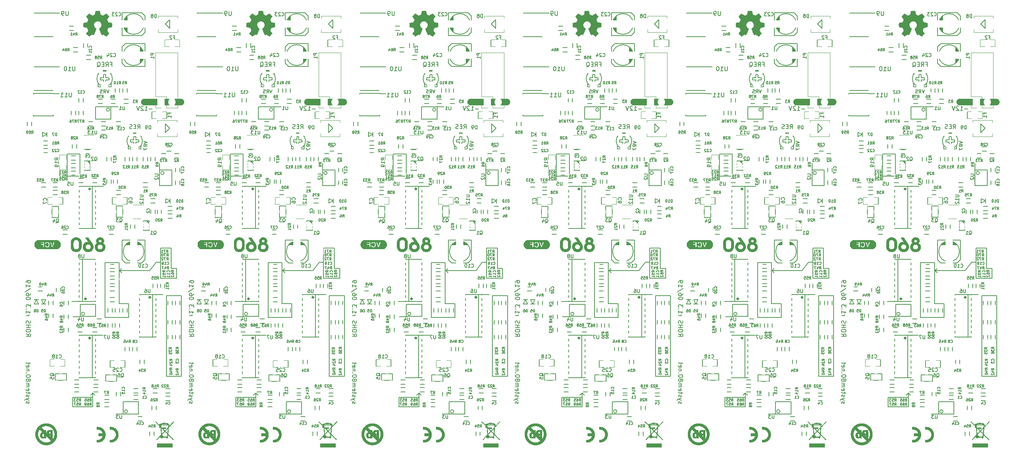
<source format=gbo>
G04 #@! TF.FileFunction,Legend,Bot*
%FSLAX46Y46*%
G04 Gerber Fmt 4.6, Leading zero omitted, Abs format (unit mm)*
G04 Created by KiCad (PCBNEW 4.0.2-stable) date 2019-06-26 1:43:44 PM*
%MOMM*%
G01*
G04 APERTURE LIST*
%ADD10C,0.200000*%
%ADD11C,0.150000*%
%ADD12C,1.500000*%
%ADD13C,0.127000*%
%ADD14C,0.120000*%
%ADD15C,0.381000*%
%ADD16C,0.066040*%
%ADD17C,0.203200*%
%ADD18C,0.010000*%
%ADD19C,0.002540*%
%ADD20C,0.101600*%
%ADD21C,0.152400*%
%ADD22R,1.000000X0.900000*%
%ADD23R,0.709600X0.862000*%
%ADD24R,0.500000X1.400480*%
%ADD25R,1.497000X1.243000*%
%ADD26R,1.160000X0.750000*%
%ADD27R,0.900000X0.600000*%
%ADD28R,0.801040X1.100760*%
%ADD29R,1.243000X1.497000*%
%ADD30R,2.299640X0.699440*%
%ADD31R,1.400480X0.500000*%
%ADD32R,1.100760X0.801040*%
%ADD33R,1.700200X3.099740*%
%ADD34R,0.862000X0.709600*%
%ADD35O,2.000000X2.000000*%
%ADD36R,2.497760X2.497760*%
%ADD37R,1.800000X1.800000*%
%ADD38O,1.800000X1.800000*%
%ADD39R,3.099740X1.700200*%
%ADD40R,1.700000X1.600000*%
%ADD41R,1.300000X1.300000*%
%ADD42R,0.900000X1.000000*%
%ADD43R,1.600000X0.550000*%
%ADD44R,1.550000X0.550000*%
%ADD45R,2.600000X3.600000*%
%ADD46R,2.600000X2.850000*%
%ADD47C,1.850000*%
%ADD48C,3.275000*%
%ADD49O,4.100000X2.600000*%
%ADD50O,2.600000X2.100000*%
%ADD51O,1.600000X3.600000*%
%ADD52R,2.600000X3.100000*%
%ADD53R,1.300000X1.500000*%
%ADD54C,1.500000*%
%ADD55R,1.500000X1.500000*%
%ADD56O,2.300000X1.500000*%
%ADD57O,2.350000X1.500000*%
%ADD58C,2.100000*%
G04 APERTURE END LIST*
D10*
D11*
X222895238Y-137788096D02*
X222847619Y-137692858D01*
X222847619Y-137502382D01*
X222895238Y-137407143D01*
X222990476Y-137359524D01*
X223038095Y-137359524D01*
X223133333Y-137407143D01*
X223180952Y-137502382D01*
X223180952Y-137645239D01*
X223228571Y-137740477D01*
X223323810Y-137788096D01*
X223371429Y-137788096D01*
X223466667Y-137740477D01*
X223514286Y-137645239D01*
X223514286Y-137502382D01*
X223466667Y-137407143D01*
X223514286Y-137026191D02*
X222847619Y-136788096D01*
X223514286Y-136550000D02*
X222847619Y-136788096D01*
X222609524Y-136883334D01*
X222561905Y-136930953D01*
X222514286Y-137026191D01*
X222895238Y-136216667D02*
X222847619Y-136121429D01*
X222847619Y-135930953D01*
X222895238Y-135835714D01*
X222990476Y-135788095D01*
X223038095Y-135788095D01*
X223133333Y-135835714D01*
X223180952Y-135930953D01*
X223180952Y-136073810D01*
X223228571Y-136169048D01*
X223323810Y-136216667D01*
X223371429Y-136216667D01*
X223466667Y-136169048D01*
X223514286Y-136073810D01*
X223514286Y-135930953D01*
X223466667Y-135835714D01*
X223514286Y-135502381D02*
X223514286Y-135121429D01*
X223847619Y-135359524D02*
X222990476Y-135359524D01*
X222895238Y-135311905D01*
X222847619Y-135216667D01*
X222847619Y-135121429D01*
X222895238Y-134407142D02*
X222847619Y-134502380D01*
X222847619Y-134692857D01*
X222895238Y-134788095D01*
X222990476Y-134835714D01*
X223371429Y-134835714D01*
X223466667Y-134788095D01*
X223514286Y-134692857D01*
X223514286Y-134502380D01*
X223466667Y-134407142D01*
X223371429Y-134359523D01*
X223276190Y-134359523D01*
X223180952Y-134835714D01*
X222847619Y-133930952D02*
X223514286Y-133930952D01*
X223419048Y-133930952D02*
X223466667Y-133883333D01*
X223514286Y-133788095D01*
X223514286Y-133645237D01*
X223466667Y-133549999D01*
X223371429Y-133502380D01*
X222847619Y-133502380D01*
X223371429Y-133502380D02*
X223466667Y-133454761D01*
X223514286Y-133359523D01*
X223514286Y-133216666D01*
X223466667Y-133121428D01*
X223371429Y-133073809D01*
X222847619Y-133073809D01*
X223419048Y-132454762D02*
X223466667Y-132550000D01*
X223514286Y-132597619D01*
X223609524Y-132645238D01*
X223657143Y-132645238D01*
X223752381Y-132597619D01*
X223800000Y-132550000D01*
X223847619Y-132454762D01*
X223847619Y-132264285D01*
X223800000Y-132169047D01*
X223752381Y-132121428D01*
X223657143Y-132073809D01*
X223609524Y-132073809D01*
X223514286Y-132121428D01*
X223466667Y-132169047D01*
X223419048Y-132264285D01*
X223419048Y-132454762D01*
X223371429Y-132550000D01*
X223323810Y-132597619D01*
X223228571Y-132645238D01*
X223038095Y-132645238D01*
X222942857Y-132597619D01*
X222895238Y-132550000D01*
X222847619Y-132454762D01*
X222847619Y-132264285D01*
X222895238Y-132169047D01*
X222942857Y-132121428D01*
X223038095Y-132073809D01*
X223228571Y-132073809D01*
X223323810Y-132121428D01*
X223371429Y-132169047D01*
X223419048Y-132264285D01*
X223847619Y-131454762D02*
X223847619Y-131359523D01*
X223800000Y-131264285D01*
X223752381Y-131216666D01*
X223657143Y-131169047D01*
X223466667Y-131121428D01*
X223228571Y-131121428D01*
X223038095Y-131169047D01*
X222942857Y-131216666D01*
X222895238Y-131264285D01*
X222847619Y-131359523D01*
X222847619Y-131454762D01*
X222895238Y-131550000D01*
X222942857Y-131597619D01*
X223038095Y-131645238D01*
X223228571Y-131692857D01*
X223466667Y-131692857D01*
X223657143Y-131645238D01*
X223752381Y-131597619D01*
X223800000Y-131550000D01*
X223847619Y-131454762D01*
X222942857Y-130692857D02*
X222895238Y-130645238D01*
X222847619Y-130692857D01*
X222895238Y-130740476D01*
X222942857Y-130692857D01*
X222847619Y-130692857D01*
X223514286Y-130216667D02*
X222847619Y-130216667D01*
X223419048Y-130216667D02*
X223466667Y-130169048D01*
X223514286Y-130073810D01*
X223514286Y-129930952D01*
X223466667Y-129835714D01*
X223371429Y-129788095D01*
X222847619Y-129788095D01*
X222895238Y-128930952D02*
X222847619Y-129026190D01*
X222847619Y-129216667D01*
X222895238Y-129311905D01*
X222990476Y-129359524D01*
X223371429Y-129359524D01*
X223466667Y-129311905D01*
X223514286Y-129216667D01*
X223514286Y-129026190D01*
X223466667Y-128930952D01*
X223371429Y-128883333D01*
X223276190Y-128883333D01*
X223180952Y-129359524D01*
X223514286Y-128597619D02*
X223514286Y-128216667D01*
X223847619Y-128454762D02*
X222990476Y-128454762D01*
X222895238Y-128407143D01*
X222847619Y-128311905D01*
X222847619Y-128216667D01*
D10*
X221000000Y-131500000D02*
X221000000Y-112650000D01*
X217500000Y-112650000D02*
X217500000Y-131500000D01*
X217500000Y-131500000D02*
X221000000Y-131500000D01*
X238390000Y-135350000D02*
X237890000Y-135850000D01*
X233690000Y-136400000D02*
X233690000Y-138600000D01*
X233690000Y-138600000D02*
X238390000Y-138600000D01*
X238390000Y-136400000D02*
X233690000Y-136400000D01*
X238390000Y-135350000D02*
X238890000Y-135850000D01*
X238390000Y-136400000D02*
X238390000Y-135400000D01*
X238390000Y-138600000D02*
X238390000Y-136400000D01*
X239039920Y-121912240D02*
X240739920Y-121912240D01*
X245462000Y-140288000D02*
X243762000Y-140288000D01*
X219890000Y-108600000D02*
X219890000Y-106350000D01*
X219890000Y-106350000D02*
X218640000Y-106350000D01*
X216140000Y-108600000D02*
X219890000Y-108600000D01*
X216140000Y-101850000D02*
X216140000Y-108600000D01*
X215140000Y-104850000D02*
X213640000Y-106850000D01*
X216140000Y-104850000D02*
X215140000Y-104850000D01*
X218640000Y-101600000D02*
X216140000Y-101600000D01*
X216140000Y-101600000D02*
X216140000Y-101850000D01*
X218640000Y-106350000D02*
X218640000Y-101600000D01*
X217500000Y-112650000D02*
X221000000Y-112650000D01*
X215000000Y-112400000D02*
X216700000Y-112400000D01*
X213640000Y-106850000D02*
X206640000Y-106850000D01*
X206640000Y-106850000D02*
X207140000Y-106350000D01*
X206640000Y-106850000D02*
X207140000Y-107350000D01*
X206500000Y-114500000D02*
X208750000Y-114500000D01*
X206500000Y-114500000D02*
X206500000Y-105000000D01*
X208750000Y-117750000D02*
X208750000Y-114500000D01*
X207462000Y-140288000D02*
X205762000Y-140288000D01*
D11*
X184895238Y-137788096D02*
X184847619Y-137692858D01*
X184847619Y-137502382D01*
X184895238Y-137407143D01*
X184990476Y-137359524D01*
X185038095Y-137359524D01*
X185133333Y-137407143D01*
X185180952Y-137502382D01*
X185180952Y-137645239D01*
X185228571Y-137740477D01*
X185323810Y-137788096D01*
X185371429Y-137788096D01*
X185466667Y-137740477D01*
X185514286Y-137645239D01*
X185514286Y-137502382D01*
X185466667Y-137407143D01*
X185514286Y-137026191D02*
X184847619Y-136788096D01*
X185514286Y-136550000D02*
X184847619Y-136788096D01*
X184609524Y-136883334D01*
X184561905Y-136930953D01*
X184514286Y-137026191D01*
X184895238Y-136216667D02*
X184847619Y-136121429D01*
X184847619Y-135930953D01*
X184895238Y-135835714D01*
X184990476Y-135788095D01*
X185038095Y-135788095D01*
X185133333Y-135835714D01*
X185180952Y-135930953D01*
X185180952Y-136073810D01*
X185228571Y-136169048D01*
X185323810Y-136216667D01*
X185371429Y-136216667D01*
X185466667Y-136169048D01*
X185514286Y-136073810D01*
X185514286Y-135930953D01*
X185466667Y-135835714D01*
X185514286Y-135502381D02*
X185514286Y-135121429D01*
X185847619Y-135359524D02*
X184990476Y-135359524D01*
X184895238Y-135311905D01*
X184847619Y-135216667D01*
X184847619Y-135121429D01*
X184895238Y-134407142D02*
X184847619Y-134502380D01*
X184847619Y-134692857D01*
X184895238Y-134788095D01*
X184990476Y-134835714D01*
X185371429Y-134835714D01*
X185466667Y-134788095D01*
X185514286Y-134692857D01*
X185514286Y-134502380D01*
X185466667Y-134407142D01*
X185371429Y-134359523D01*
X185276190Y-134359523D01*
X185180952Y-134835714D01*
X184847619Y-133930952D02*
X185514286Y-133930952D01*
X185419048Y-133930952D02*
X185466667Y-133883333D01*
X185514286Y-133788095D01*
X185514286Y-133645237D01*
X185466667Y-133549999D01*
X185371429Y-133502380D01*
X184847619Y-133502380D01*
X185371429Y-133502380D02*
X185466667Y-133454761D01*
X185514286Y-133359523D01*
X185514286Y-133216666D01*
X185466667Y-133121428D01*
X185371429Y-133073809D01*
X184847619Y-133073809D01*
X185419048Y-132454762D02*
X185466667Y-132550000D01*
X185514286Y-132597619D01*
X185609524Y-132645238D01*
X185657143Y-132645238D01*
X185752381Y-132597619D01*
X185800000Y-132550000D01*
X185847619Y-132454762D01*
X185847619Y-132264285D01*
X185800000Y-132169047D01*
X185752381Y-132121428D01*
X185657143Y-132073809D01*
X185609524Y-132073809D01*
X185514286Y-132121428D01*
X185466667Y-132169047D01*
X185419048Y-132264285D01*
X185419048Y-132454762D01*
X185371429Y-132550000D01*
X185323810Y-132597619D01*
X185228571Y-132645238D01*
X185038095Y-132645238D01*
X184942857Y-132597619D01*
X184895238Y-132550000D01*
X184847619Y-132454762D01*
X184847619Y-132264285D01*
X184895238Y-132169047D01*
X184942857Y-132121428D01*
X185038095Y-132073809D01*
X185228571Y-132073809D01*
X185323810Y-132121428D01*
X185371429Y-132169047D01*
X185419048Y-132264285D01*
X185847619Y-131454762D02*
X185847619Y-131359523D01*
X185800000Y-131264285D01*
X185752381Y-131216666D01*
X185657143Y-131169047D01*
X185466667Y-131121428D01*
X185228571Y-131121428D01*
X185038095Y-131169047D01*
X184942857Y-131216666D01*
X184895238Y-131264285D01*
X184847619Y-131359523D01*
X184847619Y-131454762D01*
X184895238Y-131550000D01*
X184942857Y-131597619D01*
X185038095Y-131645238D01*
X185228571Y-131692857D01*
X185466667Y-131692857D01*
X185657143Y-131645238D01*
X185752381Y-131597619D01*
X185800000Y-131550000D01*
X185847619Y-131454762D01*
X184942857Y-130692857D02*
X184895238Y-130645238D01*
X184847619Y-130692857D01*
X184895238Y-130740476D01*
X184942857Y-130692857D01*
X184847619Y-130692857D01*
X185514286Y-130216667D02*
X184847619Y-130216667D01*
X185419048Y-130216667D02*
X185466667Y-130169048D01*
X185514286Y-130073810D01*
X185514286Y-129930952D01*
X185466667Y-129835714D01*
X185371429Y-129788095D01*
X184847619Y-129788095D01*
X184895238Y-128930952D02*
X184847619Y-129026190D01*
X184847619Y-129216667D01*
X184895238Y-129311905D01*
X184990476Y-129359524D01*
X185371429Y-129359524D01*
X185466667Y-129311905D01*
X185514286Y-129216667D01*
X185514286Y-129026190D01*
X185466667Y-128930952D01*
X185371429Y-128883333D01*
X185276190Y-128883333D01*
X185180952Y-129359524D01*
X185514286Y-128597619D02*
X185514286Y-128216667D01*
X185847619Y-128454762D02*
X184990476Y-128454762D01*
X184895238Y-128407143D01*
X184847619Y-128311905D01*
X184847619Y-128216667D01*
D10*
X200390000Y-138600000D02*
X200390000Y-136400000D01*
X200390000Y-136400000D02*
X200390000Y-135400000D01*
X200390000Y-135350000D02*
X199890000Y-135850000D01*
X200390000Y-136400000D02*
X195690000Y-136400000D01*
X195690000Y-136400000D02*
X195690000Y-138600000D01*
X195690000Y-138600000D02*
X200390000Y-138600000D01*
X200390000Y-135350000D02*
X200890000Y-135850000D01*
X206500000Y-105000000D02*
X203250000Y-105000000D01*
X197250000Y-114050000D02*
X195550000Y-114050000D01*
X203250000Y-105000000D02*
X203250000Y-117750000D01*
X201039920Y-121912240D02*
X202739920Y-121912240D01*
X197500000Y-117550000D02*
X195800000Y-117550000D01*
X208750000Y-117750000D02*
X203250000Y-117750000D01*
D11*
X184847619Y-121554762D02*
X185323810Y-121888096D01*
X184847619Y-122126191D02*
X185847619Y-122126191D01*
X185847619Y-121745238D01*
X185800000Y-121650000D01*
X185752381Y-121602381D01*
X185657143Y-121554762D01*
X185514286Y-121554762D01*
X185419048Y-121602381D01*
X185371429Y-121650000D01*
X185323810Y-121745238D01*
X185323810Y-122126191D01*
X185847619Y-120935715D02*
X185847619Y-120745238D01*
X185800000Y-120650000D01*
X185704762Y-120554762D01*
X185514286Y-120507143D01*
X185180952Y-120507143D01*
X184990476Y-120554762D01*
X184895238Y-120650000D01*
X184847619Y-120745238D01*
X184847619Y-120935715D01*
X184895238Y-121030953D01*
X184990476Y-121126191D01*
X185180952Y-121173810D01*
X185514286Y-121173810D01*
X185704762Y-121126191D01*
X185800000Y-121030953D01*
X185847619Y-120935715D01*
X184847619Y-120078572D02*
X185847619Y-120078572D01*
X185371429Y-120078572D02*
X185371429Y-119507143D01*
X184847619Y-119507143D02*
X185847619Y-119507143D01*
X184895238Y-119078572D02*
X184847619Y-118935715D01*
X184847619Y-118697619D01*
X184895238Y-118602381D01*
X184942857Y-118554762D01*
X185038095Y-118507143D01*
X185133333Y-118507143D01*
X185228571Y-118554762D01*
X185276190Y-118602381D01*
X185323810Y-118697619D01*
X185371429Y-118888096D01*
X185419048Y-118983334D01*
X185466667Y-119030953D01*
X185561905Y-119078572D01*
X185657143Y-119078572D01*
X185752381Y-119030953D01*
X185800000Y-118983334D01*
X185847619Y-118888096D01*
X185847619Y-118650000D01*
X185800000Y-118507143D01*
X184847619Y-117316667D02*
X185514286Y-117316667D01*
X185323810Y-117316667D02*
X185419048Y-117269048D01*
X185466667Y-117221429D01*
X185514286Y-117126191D01*
X185514286Y-117030952D01*
X184847619Y-116173809D02*
X184847619Y-116745238D01*
X184847619Y-116459524D02*
X185847619Y-116459524D01*
X185704762Y-116554762D01*
X185609524Y-116650000D01*
X185561905Y-116745238D01*
X184942857Y-115745238D02*
X184895238Y-115697619D01*
X184847619Y-115745238D01*
X184895238Y-115792857D01*
X184942857Y-115745238D01*
X184847619Y-115745238D01*
X185847619Y-115364286D02*
X185847619Y-114745238D01*
X185466667Y-115078572D01*
X185466667Y-114935714D01*
X185419048Y-114840476D01*
X185371429Y-114792857D01*
X185276190Y-114745238D01*
X185038095Y-114745238D01*
X184942857Y-114792857D01*
X184895238Y-114840476D01*
X184847619Y-114935714D01*
X184847619Y-115221429D01*
X184895238Y-115316667D01*
X184942857Y-115364286D01*
X185847619Y-113364286D02*
X185847619Y-113269047D01*
X185800000Y-113173809D01*
X185752381Y-113126190D01*
X185657143Y-113078571D01*
X185466667Y-113030952D01*
X185228571Y-113030952D01*
X185038095Y-113078571D01*
X184942857Y-113126190D01*
X184895238Y-113173809D01*
X184847619Y-113269047D01*
X184847619Y-113364286D01*
X184895238Y-113459524D01*
X184942857Y-113507143D01*
X185038095Y-113554762D01*
X185228571Y-113602381D01*
X185466667Y-113602381D01*
X185657143Y-113554762D01*
X185752381Y-113507143D01*
X185800000Y-113459524D01*
X185847619Y-113364286D01*
X185847619Y-112173809D02*
X185847619Y-112364286D01*
X185800000Y-112459524D01*
X185752381Y-112507143D01*
X185609524Y-112602381D01*
X185419048Y-112650000D01*
X185038095Y-112650000D01*
X184942857Y-112602381D01*
X184895238Y-112554762D01*
X184847619Y-112459524D01*
X184847619Y-112269047D01*
X184895238Y-112173809D01*
X184942857Y-112126190D01*
X185038095Y-112078571D01*
X185276190Y-112078571D01*
X185371429Y-112126190D01*
X185419048Y-112173809D01*
X185466667Y-112269047D01*
X185466667Y-112459524D01*
X185419048Y-112554762D01*
X185371429Y-112602381D01*
X185276190Y-112650000D01*
X185895238Y-110935714D02*
X184609524Y-111792857D01*
X184847619Y-110078571D02*
X184847619Y-110650000D01*
X184847619Y-110364286D02*
X185847619Y-110364286D01*
X185704762Y-110459524D01*
X185609524Y-110554762D01*
X185561905Y-110650000D01*
X184847619Y-109602381D02*
X184847619Y-109411905D01*
X184895238Y-109316666D01*
X184942857Y-109269047D01*
X185085714Y-109173809D01*
X185276190Y-109126190D01*
X185657143Y-109126190D01*
X185752381Y-109173809D01*
X185800000Y-109221428D01*
X185847619Y-109316666D01*
X185847619Y-109507143D01*
X185800000Y-109602381D01*
X185752381Y-109650000D01*
X185657143Y-109697619D01*
X185419048Y-109697619D01*
X185323810Y-109650000D01*
X185276190Y-109602381D01*
X185228571Y-109507143D01*
X185228571Y-109316666D01*
X185276190Y-109221428D01*
X185323810Y-109173809D01*
X185419048Y-109126190D01*
D10*
X244500000Y-114500000D02*
X246750000Y-114500000D01*
X246750000Y-117750000D02*
X241250000Y-117750000D01*
X246750000Y-117750000D02*
X246750000Y-114500000D01*
X244500000Y-105000000D02*
X241250000Y-105000000D01*
X241250000Y-105000000D02*
X241250000Y-117750000D01*
X244500000Y-114500000D02*
X244500000Y-105000000D01*
X255500000Y-131500000D02*
X259000000Y-131500000D01*
X255500000Y-112650000D02*
X255500000Y-131500000D01*
X259000000Y-131500000D02*
X259000000Y-112650000D01*
X255500000Y-112650000D02*
X259000000Y-112650000D01*
X253140000Y-104850000D02*
X251640000Y-106850000D01*
X254140000Y-104850000D02*
X253140000Y-104850000D01*
X254140000Y-101850000D02*
X254140000Y-108600000D01*
X253000000Y-112400000D02*
X254700000Y-112400000D01*
X254140000Y-108600000D02*
X257890000Y-108600000D01*
X257890000Y-108600000D02*
X257890000Y-106350000D01*
X257890000Y-106350000D02*
X256640000Y-106350000D01*
X256640000Y-106350000D02*
X256640000Y-101600000D01*
X254140000Y-101600000D02*
X254140000Y-101850000D01*
X256640000Y-101600000D02*
X254140000Y-101600000D01*
X244640000Y-106850000D02*
X245140000Y-106350000D01*
X244640000Y-106850000D02*
X245140000Y-107350000D01*
X251640000Y-106850000D02*
X244640000Y-106850000D01*
D11*
X222847619Y-121554762D02*
X223323810Y-121888096D01*
X222847619Y-122126191D02*
X223847619Y-122126191D01*
X223847619Y-121745238D01*
X223800000Y-121650000D01*
X223752381Y-121602381D01*
X223657143Y-121554762D01*
X223514286Y-121554762D01*
X223419048Y-121602381D01*
X223371429Y-121650000D01*
X223323810Y-121745238D01*
X223323810Y-122126191D01*
X223847619Y-120935715D02*
X223847619Y-120745238D01*
X223800000Y-120650000D01*
X223704762Y-120554762D01*
X223514286Y-120507143D01*
X223180952Y-120507143D01*
X222990476Y-120554762D01*
X222895238Y-120650000D01*
X222847619Y-120745238D01*
X222847619Y-120935715D01*
X222895238Y-121030953D01*
X222990476Y-121126191D01*
X223180952Y-121173810D01*
X223514286Y-121173810D01*
X223704762Y-121126191D01*
X223800000Y-121030953D01*
X223847619Y-120935715D01*
X222847619Y-120078572D02*
X223847619Y-120078572D01*
X223371429Y-120078572D02*
X223371429Y-119507143D01*
X222847619Y-119507143D02*
X223847619Y-119507143D01*
X222895238Y-119078572D02*
X222847619Y-118935715D01*
X222847619Y-118697619D01*
X222895238Y-118602381D01*
X222942857Y-118554762D01*
X223038095Y-118507143D01*
X223133333Y-118507143D01*
X223228571Y-118554762D01*
X223276190Y-118602381D01*
X223323810Y-118697619D01*
X223371429Y-118888096D01*
X223419048Y-118983334D01*
X223466667Y-119030953D01*
X223561905Y-119078572D01*
X223657143Y-119078572D01*
X223752381Y-119030953D01*
X223800000Y-118983334D01*
X223847619Y-118888096D01*
X223847619Y-118650000D01*
X223800000Y-118507143D01*
X222847619Y-117316667D02*
X223514286Y-117316667D01*
X223323810Y-117316667D02*
X223419048Y-117269048D01*
X223466667Y-117221429D01*
X223514286Y-117126191D01*
X223514286Y-117030952D01*
X222847619Y-116173809D02*
X222847619Y-116745238D01*
X222847619Y-116459524D02*
X223847619Y-116459524D01*
X223704762Y-116554762D01*
X223609524Y-116650000D01*
X223561905Y-116745238D01*
X222942857Y-115745238D02*
X222895238Y-115697619D01*
X222847619Y-115745238D01*
X222895238Y-115792857D01*
X222942857Y-115745238D01*
X222847619Y-115745238D01*
X223847619Y-115364286D02*
X223847619Y-114745238D01*
X223466667Y-115078572D01*
X223466667Y-114935714D01*
X223419048Y-114840476D01*
X223371429Y-114792857D01*
X223276190Y-114745238D01*
X223038095Y-114745238D01*
X222942857Y-114792857D01*
X222895238Y-114840476D01*
X222847619Y-114935714D01*
X222847619Y-115221429D01*
X222895238Y-115316667D01*
X222942857Y-115364286D01*
X223847619Y-113364286D02*
X223847619Y-113269047D01*
X223800000Y-113173809D01*
X223752381Y-113126190D01*
X223657143Y-113078571D01*
X223466667Y-113030952D01*
X223228571Y-113030952D01*
X223038095Y-113078571D01*
X222942857Y-113126190D01*
X222895238Y-113173809D01*
X222847619Y-113269047D01*
X222847619Y-113364286D01*
X222895238Y-113459524D01*
X222942857Y-113507143D01*
X223038095Y-113554762D01*
X223228571Y-113602381D01*
X223466667Y-113602381D01*
X223657143Y-113554762D01*
X223752381Y-113507143D01*
X223800000Y-113459524D01*
X223847619Y-113364286D01*
X223847619Y-112173809D02*
X223847619Y-112364286D01*
X223800000Y-112459524D01*
X223752381Y-112507143D01*
X223609524Y-112602381D01*
X223419048Y-112650000D01*
X223038095Y-112650000D01*
X222942857Y-112602381D01*
X222895238Y-112554762D01*
X222847619Y-112459524D01*
X222847619Y-112269047D01*
X222895238Y-112173809D01*
X222942857Y-112126190D01*
X223038095Y-112078571D01*
X223276190Y-112078571D01*
X223371429Y-112126190D01*
X223419048Y-112173809D01*
X223466667Y-112269047D01*
X223466667Y-112459524D01*
X223419048Y-112554762D01*
X223371429Y-112602381D01*
X223276190Y-112650000D01*
X223895238Y-110935714D02*
X222609524Y-111792857D01*
X222847619Y-110078571D02*
X222847619Y-110650000D01*
X222847619Y-110364286D02*
X223847619Y-110364286D01*
X223704762Y-110459524D01*
X223609524Y-110554762D01*
X223561905Y-110650000D01*
X222847619Y-109602381D02*
X222847619Y-109411905D01*
X222895238Y-109316666D01*
X222942857Y-109269047D01*
X223085714Y-109173809D01*
X223276190Y-109126190D01*
X223657143Y-109126190D01*
X223752381Y-109173809D01*
X223800000Y-109221428D01*
X223847619Y-109316666D01*
X223847619Y-109507143D01*
X223800000Y-109602381D01*
X223752381Y-109650000D01*
X223657143Y-109697619D01*
X223419048Y-109697619D01*
X223323810Y-109650000D01*
X223276190Y-109602381D01*
X223228571Y-109507143D01*
X223228571Y-109316666D01*
X223276190Y-109221428D01*
X223323810Y-109173809D01*
X223419048Y-109126190D01*
D10*
X235500000Y-117550000D02*
X233800000Y-117550000D01*
X235250000Y-114050000D02*
X233550000Y-114050000D01*
X232400000Y-84850000D02*
X235100000Y-84850000D01*
X232400000Y-85750000D02*
X232400000Y-79650000D01*
X232400000Y-79650000D02*
X235400000Y-79650000D01*
X235400000Y-84250000D02*
X235400000Y-79650000D01*
X239060000Y-87160000D02*
X240860000Y-87160000D01*
D12*
X220890000Y-67550000D02*
X212390000Y-67550000D01*
D10*
X244250000Y-68650000D02*
X242550000Y-68650000D01*
D11*
X248809047Y-73752381D02*
X249142381Y-73276190D01*
X249380476Y-73752381D02*
X249380476Y-72752381D01*
X248999523Y-72752381D01*
X248904285Y-72800000D01*
X248856666Y-72847619D01*
X248809047Y-72942857D01*
X248809047Y-73085714D01*
X248856666Y-73180952D01*
X248904285Y-73228571D01*
X248999523Y-73276190D01*
X249380476Y-73276190D01*
X248380476Y-73228571D02*
X248047142Y-73228571D01*
X247904285Y-73752381D02*
X248380476Y-73752381D01*
X248380476Y-72752381D01*
X247904285Y-72752381D01*
X247523333Y-73704762D02*
X247380476Y-73752381D01*
X247142380Y-73752381D01*
X247047142Y-73704762D01*
X246999523Y-73657143D01*
X246951904Y-73561905D01*
X246951904Y-73466667D01*
X246999523Y-73371429D01*
X247047142Y-73323810D01*
X247142380Y-73276190D01*
X247332857Y-73228571D01*
X247428095Y-73180952D01*
X247475714Y-73133333D01*
X247523333Y-73038095D01*
X247523333Y-72942857D01*
X247475714Y-72847619D01*
X247428095Y-72800000D01*
X247332857Y-72752381D01*
X247094761Y-72752381D01*
X246951904Y-72800000D01*
X242473333Y-58728571D02*
X242806667Y-58728571D01*
X242806667Y-59252381D02*
X242806667Y-58252381D01*
X242330476Y-58252381D01*
X241378095Y-59252381D02*
X241711429Y-58776190D01*
X241949524Y-59252381D02*
X241949524Y-58252381D01*
X241568571Y-58252381D01*
X241473333Y-58300000D01*
X241425714Y-58347619D01*
X241378095Y-58442857D01*
X241378095Y-58585714D01*
X241425714Y-58680952D01*
X241473333Y-58728571D01*
X241568571Y-58776190D01*
X241949524Y-58776190D01*
X240949524Y-58728571D02*
X240616190Y-58728571D01*
X240473333Y-59252381D02*
X240949524Y-59252381D01*
X240949524Y-58252381D01*
X240473333Y-58252381D01*
X239378095Y-59347619D02*
X239473333Y-59300000D01*
X239568571Y-59204762D01*
X239711428Y-59061905D01*
X239806667Y-59014286D01*
X239901905Y-59014286D01*
X239854286Y-59252381D02*
X239949524Y-59204762D01*
X240044762Y-59109524D01*
X240092381Y-58919048D01*
X240092381Y-58585714D01*
X240044762Y-58395238D01*
X239949524Y-58300000D01*
X239854286Y-58252381D01*
X239663809Y-58252381D01*
X239568571Y-58300000D01*
X239473333Y-58395238D01*
X239425714Y-58585714D01*
X239425714Y-58919048D01*
X239473333Y-59109524D01*
X239568571Y-59204762D01*
X239663809Y-59252381D01*
X239854286Y-59252381D01*
X210809047Y-73752381D02*
X211142381Y-73276190D01*
X211380476Y-73752381D02*
X211380476Y-72752381D01*
X210999523Y-72752381D01*
X210904285Y-72800000D01*
X210856666Y-72847619D01*
X210809047Y-72942857D01*
X210809047Y-73085714D01*
X210856666Y-73180952D01*
X210904285Y-73228571D01*
X210999523Y-73276190D01*
X211380476Y-73276190D01*
X210380476Y-73228571D02*
X210047142Y-73228571D01*
X209904285Y-73752381D02*
X210380476Y-73752381D01*
X210380476Y-72752381D01*
X209904285Y-72752381D01*
X209523333Y-73704762D02*
X209380476Y-73752381D01*
X209142380Y-73752381D01*
X209047142Y-73704762D01*
X208999523Y-73657143D01*
X208951904Y-73561905D01*
X208951904Y-73466667D01*
X208999523Y-73371429D01*
X209047142Y-73323810D01*
X209142380Y-73276190D01*
X209332857Y-73228571D01*
X209428095Y-73180952D01*
X209475714Y-73133333D01*
X209523333Y-73038095D01*
X209523333Y-72942857D01*
X209475714Y-72847619D01*
X209428095Y-72800000D01*
X209332857Y-72752381D01*
X209094761Y-72752381D01*
X208951904Y-72800000D01*
X214261905Y-69121429D02*
X213500000Y-69121429D01*
X212500000Y-69502381D02*
X213071429Y-69502381D01*
X212785715Y-69502381D02*
X212785715Y-68502381D01*
X212880953Y-68645238D01*
X212976191Y-68740476D01*
X213071429Y-68788095D01*
X212119048Y-68597619D02*
X212071429Y-68550000D01*
X211976191Y-68502381D01*
X211738095Y-68502381D01*
X211642857Y-68550000D01*
X211595238Y-68597619D01*
X211547619Y-68692857D01*
X211547619Y-68788095D01*
X211595238Y-68930952D01*
X212166667Y-69502381D01*
X211547619Y-69502381D01*
X211261905Y-68502381D02*
X210928572Y-69502381D01*
X210595238Y-68502381D01*
D10*
X206250000Y-68650000D02*
X204550000Y-68650000D01*
D11*
X204473333Y-58728571D02*
X204806667Y-58728571D01*
X204806667Y-59252381D02*
X204806667Y-58252381D01*
X204330476Y-58252381D01*
X203378095Y-59252381D02*
X203711429Y-58776190D01*
X203949524Y-59252381D02*
X203949524Y-58252381D01*
X203568571Y-58252381D01*
X203473333Y-58300000D01*
X203425714Y-58347619D01*
X203378095Y-58442857D01*
X203378095Y-58585714D01*
X203425714Y-58680952D01*
X203473333Y-58728571D01*
X203568571Y-58776190D01*
X203949524Y-58776190D01*
X202949524Y-58728571D02*
X202616190Y-58728571D01*
X202473333Y-59252381D02*
X202949524Y-59252381D01*
X202949524Y-58252381D01*
X202473333Y-58252381D01*
X201378095Y-59347619D02*
X201473333Y-59300000D01*
X201568571Y-59204762D01*
X201711428Y-59061905D01*
X201806667Y-59014286D01*
X201901905Y-59014286D01*
X201854286Y-59252381D02*
X201949524Y-59204762D01*
X202044762Y-59109524D01*
X202092381Y-58919048D01*
X202092381Y-58585714D01*
X202044762Y-58395238D01*
X201949524Y-58300000D01*
X201854286Y-58252381D01*
X201663809Y-58252381D01*
X201568571Y-58300000D01*
X201473333Y-58395238D01*
X201425714Y-58585714D01*
X201425714Y-58919048D01*
X201473333Y-59109524D01*
X201568571Y-59204762D01*
X201663809Y-59252381D01*
X201854286Y-59252381D01*
D10*
X215950000Y-83450000D02*
X215950000Y-81750000D01*
D11*
X252261905Y-69121429D02*
X251500000Y-69121429D01*
X250500000Y-69502381D02*
X251071429Y-69502381D01*
X250785715Y-69502381D02*
X250785715Y-68502381D01*
X250880953Y-68645238D01*
X250976191Y-68740476D01*
X251071429Y-68788095D01*
X250119048Y-68597619D02*
X250071429Y-68550000D01*
X249976191Y-68502381D01*
X249738095Y-68502381D01*
X249642857Y-68550000D01*
X249595238Y-68597619D01*
X249547619Y-68692857D01*
X249547619Y-68788095D01*
X249595238Y-68930952D01*
X250166667Y-69502381D01*
X249547619Y-69502381D01*
X249261905Y-68502381D02*
X248928572Y-69502381D01*
X248595238Y-68502381D01*
D12*
X258890000Y-67550000D02*
X250390000Y-67550000D01*
D10*
X253950000Y-83450000D02*
X253950000Y-81750000D01*
X194400000Y-84850000D02*
X197100000Y-84850000D01*
X197400000Y-84250000D02*
X197400000Y-79650000D01*
X194400000Y-79650000D02*
X197400000Y-79650000D01*
X194400000Y-85750000D02*
X194400000Y-79650000D01*
X201060000Y-87160000D02*
X202860000Y-87160000D01*
D11*
X146895238Y-137788096D02*
X146847619Y-137692858D01*
X146847619Y-137502382D01*
X146895238Y-137407143D01*
X146990476Y-137359524D01*
X147038095Y-137359524D01*
X147133333Y-137407143D01*
X147180952Y-137502382D01*
X147180952Y-137645239D01*
X147228571Y-137740477D01*
X147323810Y-137788096D01*
X147371429Y-137788096D01*
X147466667Y-137740477D01*
X147514286Y-137645239D01*
X147514286Y-137502382D01*
X147466667Y-137407143D01*
X147514286Y-137026191D02*
X146847619Y-136788096D01*
X147514286Y-136550000D02*
X146847619Y-136788096D01*
X146609524Y-136883334D01*
X146561905Y-136930953D01*
X146514286Y-137026191D01*
X146895238Y-136216667D02*
X146847619Y-136121429D01*
X146847619Y-135930953D01*
X146895238Y-135835714D01*
X146990476Y-135788095D01*
X147038095Y-135788095D01*
X147133333Y-135835714D01*
X147180952Y-135930953D01*
X147180952Y-136073810D01*
X147228571Y-136169048D01*
X147323810Y-136216667D01*
X147371429Y-136216667D01*
X147466667Y-136169048D01*
X147514286Y-136073810D01*
X147514286Y-135930953D01*
X147466667Y-135835714D01*
X147514286Y-135502381D02*
X147514286Y-135121429D01*
X147847619Y-135359524D02*
X146990476Y-135359524D01*
X146895238Y-135311905D01*
X146847619Y-135216667D01*
X146847619Y-135121429D01*
X146895238Y-134407142D02*
X146847619Y-134502380D01*
X146847619Y-134692857D01*
X146895238Y-134788095D01*
X146990476Y-134835714D01*
X147371429Y-134835714D01*
X147466667Y-134788095D01*
X147514286Y-134692857D01*
X147514286Y-134502380D01*
X147466667Y-134407142D01*
X147371429Y-134359523D01*
X147276190Y-134359523D01*
X147180952Y-134835714D01*
X146847619Y-133930952D02*
X147514286Y-133930952D01*
X147419048Y-133930952D02*
X147466667Y-133883333D01*
X147514286Y-133788095D01*
X147514286Y-133645237D01*
X147466667Y-133549999D01*
X147371429Y-133502380D01*
X146847619Y-133502380D01*
X147371429Y-133502380D02*
X147466667Y-133454761D01*
X147514286Y-133359523D01*
X147514286Y-133216666D01*
X147466667Y-133121428D01*
X147371429Y-133073809D01*
X146847619Y-133073809D01*
X147419048Y-132454762D02*
X147466667Y-132550000D01*
X147514286Y-132597619D01*
X147609524Y-132645238D01*
X147657143Y-132645238D01*
X147752381Y-132597619D01*
X147800000Y-132550000D01*
X147847619Y-132454762D01*
X147847619Y-132264285D01*
X147800000Y-132169047D01*
X147752381Y-132121428D01*
X147657143Y-132073809D01*
X147609524Y-132073809D01*
X147514286Y-132121428D01*
X147466667Y-132169047D01*
X147419048Y-132264285D01*
X147419048Y-132454762D01*
X147371429Y-132550000D01*
X147323810Y-132597619D01*
X147228571Y-132645238D01*
X147038095Y-132645238D01*
X146942857Y-132597619D01*
X146895238Y-132550000D01*
X146847619Y-132454762D01*
X146847619Y-132264285D01*
X146895238Y-132169047D01*
X146942857Y-132121428D01*
X147038095Y-132073809D01*
X147228571Y-132073809D01*
X147323810Y-132121428D01*
X147371429Y-132169047D01*
X147419048Y-132264285D01*
X147847619Y-131454762D02*
X147847619Y-131359523D01*
X147800000Y-131264285D01*
X147752381Y-131216666D01*
X147657143Y-131169047D01*
X147466667Y-131121428D01*
X147228571Y-131121428D01*
X147038095Y-131169047D01*
X146942857Y-131216666D01*
X146895238Y-131264285D01*
X146847619Y-131359523D01*
X146847619Y-131454762D01*
X146895238Y-131550000D01*
X146942857Y-131597619D01*
X147038095Y-131645238D01*
X147228571Y-131692857D01*
X147466667Y-131692857D01*
X147657143Y-131645238D01*
X147752381Y-131597619D01*
X147800000Y-131550000D01*
X147847619Y-131454762D01*
X146942857Y-130692857D02*
X146895238Y-130645238D01*
X146847619Y-130692857D01*
X146895238Y-130740476D01*
X146942857Y-130692857D01*
X146847619Y-130692857D01*
X147514286Y-130216667D02*
X146847619Y-130216667D01*
X147419048Y-130216667D02*
X147466667Y-130169048D01*
X147514286Y-130073810D01*
X147514286Y-129930952D01*
X147466667Y-129835714D01*
X147371429Y-129788095D01*
X146847619Y-129788095D01*
X146895238Y-128930952D02*
X146847619Y-129026190D01*
X146847619Y-129216667D01*
X146895238Y-129311905D01*
X146990476Y-129359524D01*
X147371429Y-129359524D01*
X147466667Y-129311905D01*
X147514286Y-129216667D01*
X147514286Y-129026190D01*
X147466667Y-128930952D01*
X147371429Y-128883333D01*
X147276190Y-128883333D01*
X147180952Y-129359524D01*
X147514286Y-128597619D02*
X147514286Y-128216667D01*
X147847619Y-128454762D02*
X146990476Y-128454762D01*
X146895238Y-128407143D01*
X146847619Y-128311905D01*
X146847619Y-128216667D01*
D10*
X145000000Y-131500000D02*
X145000000Y-112650000D01*
X141500000Y-112650000D02*
X141500000Y-131500000D01*
X141500000Y-131500000D02*
X145000000Y-131500000D01*
X162390000Y-135350000D02*
X161890000Y-135850000D01*
X157690000Y-136400000D02*
X157690000Y-138600000D01*
X157690000Y-138600000D02*
X162390000Y-138600000D01*
X162390000Y-136400000D02*
X157690000Y-136400000D01*
X162390000Y-135350000D02*
X162890000Y-135850000D01*
X162390000Y-136400000D02*
X162390000Y-135400000D01*
X162390000Y-138600000D02*
X162390000Y-136400000D01*
X163039920Y-121912240D02*
X164739920Y-121912240D01*
X169462000Y-140288000D02*
X167762000Y-140288000D01*
X143890000Y-108600000D02*
X143890000Y-106350000D01*
X143890000Y-106350000D02*
X142640000Y-106350000D01*
X140140000Y-108600000D02*
X143890000Y-108600000D01*
X140140000Y-101850000D02*
X140140000Y-108600000D01*
X139140000Y-104850000D02*
X137640000Y-106850000D01*
X140140000Y-104850000D02*
X139140000Y-104850000D01*
X142640000Y-101600000D02*
X140140000Y-101600000D01*
X140140000Y-101600000D02*
X140140000Y-101850000D01*
X142640000Y-106350000D02*
X142640000Y-101600000D01*
X141500000Y-112650000D02*
X145000000Y-112650000D01*
X139000000Y-112400000D02*
X140700000Y-112400000D01*
X137640000Y-106850000D02*
X130640000Y-106850000D01*
X130640000Y-106850000D02*
X131140000Y-106350000D01*
X130640000Y-106850000D02*
X131140000Y-107350000D01*
X130500000Y-114500000D02*
X132750000Y-114500000D01*
X130500000Y-114500000D02*
X130500000Y-105000000D01*
X132750000Y-117750000D02*
X132750000Y-114500000D01*
X131462000Y-140288000D02*
X129762000Y-140288000D01*
D11*
X108895238Y-137788096D02*
X108847619Y-137692858D01*
X108847619Y-137502382D01*
X108895238Y-137407143D01*
X108990476Y-137359524D01*
X109038095Y-137359524D01*
X109133333Y-137407143D01*
X109180952Y-137502382D01*
X109180952Y-137645239D01*
X109228571Y-137740477D01*
X109323810Y-137788096D01*
X109371429Y-137788096D01*
X109466667Y-137740477D01*
X109514286Y-137645239D01*
X109514286Y-137502382D01*
X109466667Y-137407143D01*
X109514286Y-137026191D02*
X108847619Y-136788096D01*
X109514286Y-136550000D02*
X108847619Y-136788096D01*
X108609524Y-136883334D01*
X108561905Y-136930953D01*
X108514286Y-137026191D01*
X108895238Y-136216667D02*
X108847619Y-136121429D01*
X108847619Y-135930953D01*
X108895238Y-135835714D01*
X108990476Y-135788095D01*
X109038095Y-135788095D01*
X109133333Y-135835714D01*
X109180952Y-135930953D01*
X109180952Y-136073810D01*
X109228571Y-136169048D01*
X109323810Y-136216667D01*
X109371429Y-136216667D01*
X109466667Y-136169048D01*
X109514286Y-136073810D01*
X109514286Y-135930953D01*
X109466667Y-135835714D01*
X109514286Y-135502381D02*
X109514286Y-135121429D01*
X109847619Y-135359524D02*
X108990476Y-135359524D01*
X108895238Y-135311905D01*
X108847619Y-135216667D01*
X108847619Y-135121429D01*
X108895238Y-134407142D02*
X108847619Y-134502380D01*
X108847619Y-134692857D01*
X108895238Y-134788095D01*
X108990476Y-134835714D01*
X109371429Y-134835714D01*
X109466667Y-134788095D01*
X109514286Y-134692857D01*
X109514286Y-134502380D01*
X109466667Y-134407142D01*
X109371429Y-134359523D01*
X109276190Y-134359523D01*
X109180952Y-134835714D01*
X108847619Y-133930952D02*
X109514286Y-133930952D01*
X109419048Y-133930952D02*
X109466667Y-133883333D01*
X109514286Y-133788095D01*
X109514286Y-133645237D01*
X109466667Y-133549999D01*
X109371429Y-133502380D01*
X108847619Y-133502380D01*
X109371429Y-133502380D02*
X109466667Y-133454761D01*
X109514286Y-133359523D01*
X109514286Y-133216666D01*
X109466667Y-133121428D01*
X109371429Y-133073809D01*
X108847619Y-133073809D01*
X109419048Y-132454762D02*
X109466667Y-132550000D01*
X109514286Y-132597619D01*
X109609524Y-132645238D01*
X109657143Y-132645238D01*
X109752381Y-132597619D01*
X109800000Y-132550000D01*
X109847619Y-132454762D01*
X109847619Y-132264285D01*
X109800000Y-132169047D01*
X109752381Y-132121428D01*
X109657143Y-132073809D01*
X109609524Y-132073809D01*
X109514286Y-132121428D01*
X109466667Y-132169047D01*
X109419048Y-132264285D01*
X109419048Y-132454762D01*
X109371429Y-132550000D01*
X109323810Y-132597619D01*
X109228571Y-132645238D01*
X109038095Y-132645238D01*
X108942857Y-132597619D01*
X108895238Y-132550000D01*
X108847619Y-132454762D01*
X108847619Y-132264285D01*
X108895238Y-132169047D01*
X108942857Y-132121428D01*
X109038095Y-132073809D01*
X109228571Y-132073809D01*
X109323810Y-132121428D01*
X109371429Y-132169047D01*
X109419048Y-132264285D01*
X109847619Y-131454762D02*
X109847619Y-131359523D01*
X109800000Y-131264285D01*
X109752381Y-131216666D01*
X109657143Y-131169047D01*
X109466667Y-131121428D01*
X109228571Y-131121428D01*
X109038095Y-131169047D01*
X108942857Y-131216666D01*
X108895238Y-131264285D01*
X108847619Y-131359523D01*
X108847619Y-131454762D01*
X108895238Y-131550000D01*
X108942857Y-131597619D01*
X109038095Y-131645238D01*
X109228571Y-131692857D01*
X109466667Y-131692857D01*
X109657143Y-131645238D01*
X109752381Y-131597619D01*
X109800000Y-131550000D01*
X109847619Y-131454762D01*
X108942857Y-130692857D02*
X108895238Y-130645238D01*
X108847619Y-130692857D01*
X108895238Y-130740476D01*
X108942857Y-130692857D01*
X108847619Y-130692857D01*
X109514286Y-130216667D02*
X108847619Y-130216667D01*
X109419048Y-130216667D02*
X109466667Y-130169048D01*
X109514286Y-130073810D01*
X109514286Y-129930952D01*
X109466667Y-129835714D01*
X109371429Y-129788095D01*
X108847619Y-129788095D01*
X108895238Y-128930952D02*
X108847619Y-129026190D01*
X108847619Y-129216667D01*
X108895238Y-129311905D01*
X108990476Y-129359524D01*
X109371429Y-129359524D01*
X109466667Y-129311905D01*
X109514286Y-129216667D01*
X109514286Y-129026190D01*
X109466667Y-128930952D01*
X109371429Y-128883333D01*
X109276190Y-128883333D01*
X109180952Y-129359524D01*
X109514286Y-128597619D02*
X109514286Y-128216667D01*
X109847619Y-128454762D02*
X108990476Y-128454762D01*
X108895238Y-128407143D01*
X108847619Y-128311905D01*
X108847619Y-128216667D01*
D10*
X124390000Y-138600000D02*
X124390000Y-136400000D01*
X124390000Y-136400000D02*
X124390000Y-135400000D01*
X124390000Y-135350000D02*
X123890000Y-135850000D01*
X124390000Y-136400000D02*
X119690000Y-136400000D01*
X119690000Y-136400000D02*
X119690000Y-138600000D01*
X119690000Y-138600000D02*
X124390000Y-138600000D01*
X124390000Y-135350000D02*
X124890000Y-135850000D01*
X130500000Y-105000000D02*
X127250000Y-105000000D01*
X121250000Y-114050000D02*
X119550000Y-114050000D01*
X127250000Y-105000000D02*
X127250000Y-117750000D01*
X125039920Y-121912240D02*
X126739920Y-121912240D01*
X121500000Y-117550000D02*
X119800000Y-117550000D01*
X132750000Y-117750000D02*
X127250000Y-117750000D01*
D11*
X108847619Y-121554762D02*
X109323810Y-121888096D01*
X108847619Y-122126191D02*
X109847619Y-122126191D01*
X109847619Y-121745238D01*
X109800000Y-121650000D01*
X109752381Y-121602381D01*
X109657143Y-121554762D01*
X109514286Y-121554762D01*
X109419048Y-121602381D01*
X109371429Y-121650000D01*
X109323810Y-121745238D01*
X109323810Y-122126191D01*
X109847619Y-120935715D02*
X109847619Y-120745238D01*
X109800000Y-120650000D01*
X109704762Y-120554762D01*
X109514286Y-120507143D01*
X109180952Y-120507143D01*
X108990476Y-120554762D01*
X108895238Y-120650000D01*
X108847619Y-120745238D01*
X108847619Y-120935715D01*
X108895238Y-121030953D01*
X108990476Y-121126191D01*
X109180952Y-121173810D01*
X109514286Y-121173810D01*
X109704762Y-121126191D01*
X109800000Y-121030953D01*
X109847619Y-120935715D01*
X108847619Y-120078572D02*
X109847619Y-120078572D01*
X109371429Y-120078572D02*
X109371429Y-119507143D01*
X108847619Y-119507143D02*
X109847619Y-119507143D01*
X108895238Y-119078572D02*
X108847619Y-118935715D01*
X108847619Y-118697619D01*
X108895238Y-118602381D01*
X108942857Y-118554762D01*
X109038095Y-118507143D01*
X109133333Y-118507143D01*
X109228571Y-118554762D01*
X109276190Y-118602381D01*
X109323810Y-118697619D01*
X109371429Y-118888096D01*
X109419048Y-118983334D01*
X109466667Y-119030953D01*
X109561905Y-119078572D01*
X109657143Y-119078572D01*
X109752381Y-119030953D01*
X109800000Y-118983334D01*
X109847619Y-118888096D01*
X109847619Y-118650000D01*
X109800000Y-118507143D01*
X108847619Y-117316667D02*
X109514286Y-117316667D01*
X109323810Y-117316667D02*
X109419048Y-117269048D01*
X109466667Y-117221429D01*
X109514286Y-117126191D01*
X109514286Y-117030952D01*
X108847619Y-116173809D02*
X108847619Y-116745238D01*
X108847619Y-116459524D02*
X109847619Y-116459524D01*
X109704762Y-116554762D01*
X109609524Y-116650000D01*
X109561905Y-116745238D01*
X108942857Y-115745238D02*
X108895238Y-115697619D01*
X108847619Y-115745238D01*
X108895238Y-115792857D01*
X108942857Y-115745238D01*
X108847619Y-115745238D01*
X109847619Y-115364286D02*
X109847619Y-114745238D01*
X109466667Y-115078572D01*
X109466667Y-114935714D01*
X109419048Y-114840476D01*
X109371429Y-114792857D01*
X109276190Y-114745238D01*
X109038095Y-114745238D01*
X108942857Y-114792857D01*
X108895238Y-114840476D01*
X108847619Y-114935714D01*
X108847619Y-115221429D01*
X108895238Y-115316667D01*
X108942857Y-115364286D01*
X109847619Y-113364286D02*
X109847619Y-113269047D01*
X109800000Y-113173809D01*
X109752381Y-113126190D01*
X109657143Y-113078571D01*
X109466667Y-113030952D01*
X109228571Y-113030952D01*
X109038095Y-113078571D01*
X108942857Y-113126190D01*
X108895238Y-113173809D01*
X108847619Y-113269047D01*
X108847619Y-113364286D01*
X108895238Y-113459524D01*
X108942857Y-113507143D01*
X109038095Y-113554762D01*
X109228571Y-113602381D01*
X109466667Y-113602381D01*
X109657143Y-113554762D01*
X109752381Y-113507143D01*
X109800000Y-113459524D01*
X109847619Y-113364286D01*
X109847619Y-112173809D02*
X109847619Y-112364286D01*
X109800000Y-112459524D01*
X109752381Y-112507143D01*
X109609524Y-112602381D01*
X109419048Y-112650000D01*
X109038095Y-112650000D01*
X108942857Y-112602381D01*
X108895238Y-112554762D01*
X108847619Y-112459524D01*
X108847619Y-112269047D01*
X108895238Y-112173809D01*
X108942857Y-112126190D01*
X109038095Y-112078571D01*
X109276190Y-112078571D01*
X109371429Y-112126190D01*
X109419048Y-112173809D01*
X109466667Y-112269047D01*
X109466667Y-112459524D01*
X109419048Y-112554762D01*
X109371429Y-112602381D01*
X109276190Y-112650000D01*
X109895238Y-110935714D02*
X108609524Y-111792857D01*
X108847619Y-110078571D02*
X108847619Y-110650000D01*
X108847619Y-110364286D02*
X109847619Y-110364286D01*
X109704762Y-110459524D01*
X109609524Y-110554762D01*
X109561905Y-110650000D01*
X108847619Y-109602381D02*
X108847619Y-109411905D01*
X108895238Y-109316666D01*
X108942857Y-109269047D01*
X109085714Y-109173809D01*
X109276190Y-109126190D01*
X109657143Y-109126190D01*
X109752381Y-109173809D01*
X109800000Y-109221428D01*
X109847619Y-109316666D01*
X109847619Y-109507143D01*
X109800000Y-109602381D01*
X109752381Y-109650000D01*
X109657143Y-109697619D01*
X109419048Y-109697619D01*
X109323810Y-109650000D01*
X109276190Y-109602381D01*
X109228571Y-109507143D01*
X109228571Y-109316666D01*
X109276190Y-109221428D01*
X109323810Y-109173809D01*
X109419048Y-109126190D01*
D10*
X168500000Y-114500000D02*
X170750000Y-114500000D01*
X170750000Y-117750000D02*
X165250000Y-117750000D01*
X170750000Y-117750000D02*
X170750000Y-114500000D01*
X168500000Y-105000000D02*
X165250000Y-105000000D01*
X165250000Y-105000000D02*
X165250000Y-117750000D01*
X168500000Y-114500000D02*
X168500000Y-105000000D01*
X179500000Y-131500000D02*
X183000000Y-131500000D01*
X179500000Y-112650000D02*
X179500000Y-131500000D01*
X183000000Y-131500000D02*
X183000000Y-112650000D01*
X179500000Y-112650000D02*
X183000000Y-112650000D01*
X177140000Y-104850000D02*
X175640000Y-106850000D01*
X178140000Y-104850000D02*
X177140000Y-104850000D01*
X178140000Y-101850000D02*
X178140000Y-108600000D01*
X177000000Y-112400000D02*
X178700000Y-112400000D01*
X178140000Y-108600000D02*
X181890000Y-108600000D01*
X181890000Y-108600000D02*
X181890000Y-106350000D01*
X181890000Y-106350000D02*
X180640000Y-106350000D01*
X180640000Y-106350000D02*
X180640000Y-101600000D01*
X178140000Y-101600000D02*
X178140000Y-101850000D01*
X180640000Y-101600000D02*
X178140000Y-101600000D01*
X168640000Y-106850000D02*
X169140000Y-106350000D01*
X168640000Y-106850000D02*
X169140000Y-107350000D01*
X175640000Y-106850000D02*
X168640000Y-106850000D01*
D11*
X146847619Y-121554762D02*
X147323810Y-121888096D01*
X146847619Y-122126191D02*
X147847619Y-122126191D01*
X147847619Y-121745238D01*
X147800000Y-121650000D01*
X147752381Y-121602381D01*
X147657143Y-121554762D01*
X147514286Y-121554762D01*
X147419048Y-121602381D01*
X147371429Y-121650000D01*
X147323810Y-121745238D01*
X147323810Y-122126191D01*
X147847619Y-120935715D02*
X147847619Y-120745238D01*
X147800000Y-120650000D01*
X147704762Y-120554762D01*
X147514286Y-120507143D01*
X147180952Y-120507143D01*
X146990476Y-120554762D01*
X146895238Y-120650000D01*
X146847619Y-120745238D01*
X146847619Y-120935715D01*
X146895238Y-121030953D01*
X146990476Y-121126191D01*
X147180952Y-121173810D01*
X147514286Y-121173810D01*
X147704762Y-121126191D01*
X147800000Y-121030953D01*
X147847619Y-120935715D01*
X146847619Y-120078572D02*
X147847619Y-120078572D01*
X147371429Y-120078572D02*
X147371429Y-119507143D01*
X146847619Y-119507143D02*
X147847619Y-119507143D01*
X146895238Y-119078572D02*
X146847619Y-118935715D01*
X146847619Y-118697619D01*
X146895238Y-118602381D01*
X146942857Y-118554762D01*
X147038095Y-118507143D01*
X147133333Y-118507143D01*
X147228571Y-118554762D01*
X147276190Y-118602381D01*
X147323810Y-118697619D01*
X147371429Y-118888096D01*
X147419048Y-118983334D01*
X147466667Y-119030953D01*
X147561905Y-119078572D01*
X147657143Y-119078572D01*
X147752381Y-119030953D01*
X147800000Y-118983334D01*
X147847619Y-118888096D01*
X147847619Y-118650000D01*
X147800000Y-118507143D01*
X146847619Y-117316667D02*
X147514286Y-117316667D01*
X147323810Y-117316667D02*
X147419048Y-117269048D01*
X147466667Y-117221429D01*
X147514286Y-117126191D01*
X147514286Y-117030952D01*
X146847619Y-116173809D02*
X146847619Y-116745238D01*
X146847619Y-116459524D02*
X147847619Y-116459524D01*
X147704762Y-116554762D01*
X147609524Y-116650000D01*
X147561905Y-116745238D01*
X146942857Y-115745238D02*
X146895238Y-115697619D01*
X146847619Y-115745238D01*
X146895238Y-115792857D01*
X146942857Y-115745238D01*
X146847619Y-115745238D01*
X147847619Y-115364286D02*
X147847619Y-114745238D01*
X147466667Y-115078572D01*
X147466667Y-114935714D01*
X147419048Y-114840476D01*
X147371429Y-114792857D01*
X147276190Y-114745238D01*
X147038095Y-114745238D01*
X146942857Y-114792857D01*
X146895238Y-114840476D01*
X146847619Y-114935714D01*
X146847619Y-115221429D01*
X146895238Y-115316667D01*
X146942857Y-115364286D01*
X147847619Y-113364286D02*
X147847619Y-113269047D01*
X147800000Y-113173809D01*
X147752381Y-113126190D01*
X147657143Y-113078571D01*
X147466667Y-113030952D01*
X147228571Y-113030952D01*
X147038095Y-113078571D01*
X146942857Y-113126190D01*
X146895238Y-113173809D01*
X146847619Y-113269047D01*
X146847619Y-113364286D01*
X146895238Y-113459524D01*
X146942857Y-113507143D01*
X147038095Y-113554762D01*
X147228571Y-113602381D01*
X147466667Y-113602381D01*
X147657143Y-113554762D01*
X147752381Y-113507143D01*
X147800000Y-113459524D01*
X147847619Y-113364286D01*
X147847619Y-112173809D02*
X147847619Y-112364286D01*
X147800000Y-112459524D01*
X147752381Y-112507143D01*
X147609524Y-112602381D01*
X147419048Y-112650000D01*
X147038095Y-112650000D01*
X146942857Y-112602381D01*
X146895238Y-112554762D01*
X146847619Y-112459524D01*
X146847619Y-112269047D01*
X146895238Y-112173809D01*
X146942857Y-112126190D01*
X147038095Y-112078571D01*
X147276190Y-112078571D01*
X147371429Y-112126190D01*
X147419048Y-112173809D01*
X147466667Y-112269047D01*
X147466667Y-112459524D01*
X147419048Y-112554762D01*
X147371429Y-112602381D01*
X147276190Y-112650000D01*
X147895238Y-110935714D02*
X146609524Y-111792857D01*
X146847619Y-110078571D02*
X146847619Y-110650000D01*
X146847619Y-110364286D02*
X147847619Y-110364286D01*
X147704762Y-110459524D01*
X147609524Y-110554762D01*
X147561905Y-110650000D01*
X146847619Y-109602381D02*
X146847619Y-109411905D01*
X146895238Y-109316666D01*
X146942857Y-109269047D01*
X147085714Y-109173809D01*
X147276190Y-109126190D01*
X147657143Y-109126190D01*
X147752381Y-109173809D01*
X147800000Y-109221428D01*
X147847619Y-109316666D01*
X147847619Y-109507143D01*
X147800000Y-109602381D01*
X147752381Y-109650000D01*
X147657143Y-109697619D01*
X147419048Y-109697619D01*
X147323810Y-109650000D01*
X147276190Y-109602381D01*
X147228571Y-109507143D01*
X147228571Y-109316666D01*
X147276190Y-109221428D01*
X147323810Y-109173809D01*
X147419048Y-109126190D01*
D10*
X159500000Y-117550000D02*
X157800000Y-117550000D01*
X159250000Y-114050000D02*
X157550000Y-114050000D01*
X156400000Y-84850000D02*
X159100000Y-84850000D01*
X156400000Y-85750000D02*
X156400000Y-79650000D01*
X156400000Y-79650000D02*
X159400000Y-79650000D01*
X159400000Y-84250000D02*
X159400000Y-79650000D01*
X163060000Y-87160000D02*
X164860000Y-87160000D01*
D12*
X144890000Y-67550000D02*
X136390000Y-67550000D01*
D10*
X168250000Y-68650000D02*
X166550000Y-68650000D01*
D11*
X172809047Y-73752381D02*
X173142381Y-73276190D01*
X173380476Y-73752381D02*
X173380476Y-72752381D01*
X172999523Y-72752381D01*
X172904285Y-72800000D01*
X172856666Y-72847619D01*
X172809047Y-72942857D01*
X172809047Y-73085714D01*
X172856666Y-73180952D01*
X172904285Y-73228571D01*
X172999523Y-73276190D01*
X173380476Y-73276190D01*
X172380476Y-73228571D02*
X172047142Y-73228571D01*
X171904285Y-73752381D02*
X172380476Y-73752381D01*
X172380476Y-72752381D01*
X171904285Y-72752381D01*
X171523333Y-73704762D02*
X171380476Y-73752381D01*
X171142380Y-73752381D01*
X171047142Y-73704762D01*
X170999523Y-73657143D01*
X170951904Y-73561905D01*
X170951904Y-73466667D01*
X170999523Y-73371429D01*
X171047142Y-73323810D01*
X171142380Y-73276190D01*
X171332857Y-73228571D01*
X171428095Y-73180952D01*
X171475714Y-73133333D01*
X171523333Y-73038095D01*
X171523333Y-72942857D01*
X171475714Y-72847619D01*
X171428095Y-72800000D01*
X171332857Y-72752381D01*
X171094761Y-72752381D01*
X170951904Y-72800000D01*
X166473333Y-58728571D02*
X166806667Y-58728571D01*
X166806667Y-59252381D02*
X166806667Y-58252381D01*
X166330476Y-58252381D01*
X165378095Y-59252381D02*
X165711429Y-58776190D01*
X165949524Y-59252381D02*
X165949524Y-58252381D01*
X165568571Y-58252381D01*
X165473333Y-58300000D01*
X165425714Y-58347619D01*
X165378095Y-58442857D01*
X165378095Y-58585714D01*
X165425714Y-58680952D01*
X165473333Y-58728571D01*
X165568571Y-58776190D01*
X165949524Y-58776190D01*
X164949524Y-58728571D02*
X164616190Y-58728571D01*
X164473333Y-59252381D02*
X164949524Y-59252381D01*
X164949524Y-58252381D01*
X164473333Y-58252381D01*
X163378095Y-59347619D02*
X163473333Y-59300000D01*
X163568571Y-59204762D01*
X163711428Y-59061905D01*
X163806667Y-59014286D01*
X163901905Y-59014286D01*
X163854286Y-59252381D02*
X163949524Y-59204762D01*
X164044762Y-59109524D01*
X164092381Y-58919048D01*
X164092381Y-58585714D01*
X164044762Y-58395238D01*
X163949524Y-58300000D01*
X163854286Y-58252381D01*
X163663809Y-58252381D01*
X163568571Y-58300000D01*
X163473333Y-58395238D01*
X163425714Y-58585714D01*
X163425714Y-58919048D01*
X163473333Y-59109524D01*
X163568571Y-59204762D01*
X163663809Y-59252381D01*
X163854286Y-59252381D01*
X134809047Y-73752381D02*
X135142381Y-73276190D01*
X135380476Y-73752381D02*
X135380476Y-72752381D01*
X134999523Y-72752381D01*
X134904285Y-72800000D01*
X134856666Y-72847619D01*
X134809047Y-72942857D01*
X134809047Y-73085714D01*
X134856666Y-73180952D01*
X134904285Y-73228571D01*
X134999523Y-73276190D01*
X135380476Y-73276190D01*
X134380476Y-73228571D02*
X134047142Y-73228571D01*
X133904285Y-73752381D02*
X134380476Y-73752381D01*
X134380476Y-72752381D01*
X133904285Y-72752381D01*
X133523333Y-73704762D02*
X133380476Y-73752381D01*
X133142380Y-73752381D01*
X133047142Y-73704762D01*
X132999523Y-73657143D01*
X132951904Y-73561905D01*
X132951904Y-73466667D01*
X132999523Y-73371429D01*
X133047142Y-73323810D01*
X133142380Y-73276190D01*
X133332857Y-73228571D01*
X133428095Y-73180952D01*
X133475714Y-73133333D01*
X133523333Y-73038095D01*
X133523333Y-72942857D01*
X133475714Y-72847619D01*
X133428095Y-72800000D01*
X133332857Y-72752381D01*
X133094761Y-72752381D01*
X132951904Y-72800000D01*
X138261905Y-69121429D02*
X137500000Y-69121429D01*
X136500000Y-69502381D02*
X137071429Y-69502381D01*
X136785715Y-69502381D02*
X136785715Y-68502381D01*
X136880953Y-68645238D01*
X136976191Y-68740476D01*
X137071429Y-68788095D01*
X136119048Y-68597619D02*
X136071429Y-68550000D01*
X135976191Y-68502381D01*
X135738095Y-68502381D01*
X135642857Y-68550000D01*
X135595238Y-68597619D01*
X135547619Y-68692857D01*
X135547619Y-68788095D01*
X135595238Y-68930952D01*
X136166667Y-69502381D01*
X135547619Y-69502381D01*
X135261905Y-68502381D02*
X134928572Y-69502381D01*
X134595238Y-68502381D01*
D10*
X130250000Y-68650000D02*
X128550000Y-68650000D01*
D11*
X128473333Y-58728571D02*
X128806667Y-58728571D01*
X128806667Y-59252381D02*
X128806667Y-58252381D01*
X128330476Y-58252381D01*
X127378095Y-59252381D02*
X127711429Y-58776190D01*
X127949524Y-59252381D02*
X127949524Y-58252381D01*
X127568571Y-58252381D01*
X127473333Y-58300000D01*
X127425714Y-58347619D01*
X127378095Y-58442857D01*
X127378095Y-58585714D01*
X127425714Y-58680952D01*
X127473333Y-58728571D01*
X127568571Y-58776190D01*
X127949524Y-58776190D01*
X126949524Y-58728571D02*
X126616190Y-58728571D01*
X126473333Y-59252381D02*
X126949524Y-59252381D01*
X126949524Y-58252381D01*
X126473333Y-58252381D01*
X125378095Y-59347619D02*
X125473333Y-59300000D01*
X125568571Y-59204762D01*
X125711428Y-59061905D01*
X125806667Y-59014286D01*
X125901905Y-59014286D01*
X125854286Y-59252381D02*
X125949524Y-59204762D01*
X126044762Y-59109524D01*
X126092381Y-58919048D01*
X126092381Y-58585714D01*
X126044762Y-58395238D01*
X125949524Y-58300000D01*
X125854286Y-58252381D01*
X125663809Y-58252381D01*
X125568571Y-58300000D01*
X125473333Y-58395238D01*
X125425714Y-58585714D01*
X125425714Y-58919048D01*
X125473333Y-59109524D01*
X125568571Y-59204762D01*
X125663809Y-59252381D01*
X125854286Y-59252381D01*
D10*
X139950000Y-83450000D02*
X139950000Y-81750000D01*
D11*
X176261905Y-69121429D02*
X175500000Y-69121429D01*
X174500000Y-69502381D02*
X175071429Y-69502381D01*
X174785715Y-69502381D02*
X174785715Y-68502381D01*
X174880953Y-68645238D01*
X174976191Y-68740476D01*
X175071429Y-68788095D01*
X174119048Y-68597619D02*
X174071429Y-68550000D01*
X173976191Y-68502381D01*
X173738095Y-68502381D01*
X173642857Y-68550000D01*
X173595238Y-68597619D01*
X173547619Y-68692857D01*
X173547619Y-68788095D01*
X173595238Y-68930952D01*
X174166667Y-69502381D01*
X173547619Y-69502381D01*
X173261905Y-68502381D02*
X172928572Y-69502381D01*
X172595238Y-68502381D01*
D12*
X182890000Y-67550000D02*
X174390000Y-67550000D01*
D10*
X177950000Y-83450000D02*
X177950000Y-81750000D01*
X118400000Y-84850000D02*
X121100000Y-84850000D01*
X121400000Y-84250000D02*
X121400000Y-79650000D01*
X118400000Y-79650000D02*
X121400000Y-79650000D01*
X118400000Y-85750000D02*
X118400000Y-79650000D01*
X125060000Y-87160000D02*
X126860000Y-87160000D01*
X99640000Y-106850000D02*
X92640000Y-106850000D01*
X102140000Y-101850000D02*
X102140000Y-108600000D01*
X101140000Y-104850000D02*
X99640000Y-106850000D01*
X102140000Y-104850000D02*
X101140000Y-104850000D01*
X105890000Y-108600000D02*
X105890000Y-106350000D01*
X102140000Y-108600000D02*
X105890000Y-108600000D01*
X105890000Y-106350000D02*
X104640000Y-106350000D01*
X104640000Y-106350000D02*
X104640000Y-101600000D01*
X104640000Y-101600000D02*
X102140000Y-101600000D01*
X102140000Y-101600000D02*
X102140000Y-101850000D01*
X92250000Y-68650000D02*
X90550000Y-68650000D01*
D11*
X90473333Y-58728571D02*
X90806667Y-58728571D01*
X90806667Y-59252381D02*
X90806667Y-58252381D01*
X90330476Y-58252381D01*
X89378095Y-59252381D02*
X89711429Y-58776190D01*
X89949524Y-59252381D02*
X89949524Y-58252381D01*
X89568571Y-58252381D01*
X89473333Y-58300000D01*
X89425714Y-58347619D01*
X89378095Y-58442857D01*
X89378095Y-58585714D01*
X89425714Y-58680952D01*
X89473333Y-58728571D01*
X89568571Y-58776190D01*
X89949524Y-58776190D01*
X88949524Y-58728571D02*
X88616190Y-58728571D01*
X88473333Y-59252381D02*
X88949524Y-59252381D01*
X88949524Y-58252381D01*
X88473333Y-58252381D01*
X87378095Y-59347619D02*
X87473333Y-59300000D01*
X87568571Y-59204762D01*
X87711428Y-59061905D01*
X87806667Y-59014286D01*
X87901905Y-59014286D01*
X87854286Y-59252381D02*
X87949524Y-59204762D01*
X88044762Y-59109524D01*
X88092381Y-58919048D01*
X88092381Y-58585714D01*
X88044762Y-58395238D01*
X87949524Y-58300000D01*
X87854286Y-58252381D01*
X87663809Y-58252381D01*
X87568571Y-58300000D01*
X87473333Y-58395238D01*
X87425714Y-58585714D01*
X87425714Y-58919048D01*
X87473333Y-59109524D01*
X87568571Y-59204762D01*
X87663809Y-59252381D01*
X87854286Y-59252381D01*
X96809047Y-73752381D02*
X97142381Y-73276190D01*
X97380476Y-73752381D02*
X97380476Y-72752381D01*
X96999523Y-72752381D01*
X96904285Y-72800000D01*
X96856666Y-72847619D01*
X96809047Y-72942857D01*
X96809047Y-73085714D01*
X96856666Y-73180952D01*
X96904285Y-73228571D01*
X96999523Y-73276190D01*
X97380476Y-73276190D01*
X96380476Y-73228571D02*
X96047142Y-73228571D01*
X95904285Y-73752381D02*
X96380476Y-73752381D01*
X96380476Y-72752381D01*
X95904285Y-72752381D01*
X95523333Y-73704762D02*
X95380476Y-73752381D01*
X95142380Y-73752381D01*
X95047142Y-73704762D01*
X94999523Y-73657143D01*
X94951904Y-73561905D01*
X94951904Y-73466667D01*
X94999523Y-73371429D01*
X95047142Y-73323810D01*
X95142380Y-73276190D01*
X95332857Y-73228571D01*
X95428095Y-73180952D01*
X95475714Y-73133333D01*
X95523333Y-73038095D01*
X95523333Y-72942857D01*
X95475714Y-72847619D01*
X95428095Y-72800000D01*
X95332857Y-72752381D01*
X95094761Y-72752381D01*
X94951904Y-72800000D01*
X100261905Y-69121429D02*
X99500000Y-69121429D01*
X98500000Y-69502381D02*
X99071429Y-69502381D01*
X98785715Y-69502381D02*
X98785715Y-68502381D01*
X98880953Y-68645238D01*
X98976191Y-68740476D01*
X99071429Y-68788095D01*
X98119048Y-68597619D02*
X98071429Y-68550000D01*
X97976191Y-68502381D01*
X97738095Y-68502381D01*
X97642857Y-68550000D01*
X97595238Y-68597619D01*
X97547619Y-68692857D01*
X97547619Y-68788095D01*
X97595238Y-68930952D01*
X98166667Y-69502381D01*
X97547619Y-69502381D01*
X97261905Y-68502381D02*
X96928572Y-69502381D01*
X96595238Y-68502381D01*
D12*
X106890000Y-67550000D02*
X98390000Y-67550000D01*
D10*
X93462000Y-140288000D02*
X91762000Y-140288000D01*
X94750000Y-117750000D02*
X94750000Y-114500000D01*
X101000000Y-112400000D02*
X102700000Y-112400000D01*
X86390000Y-135350000D02*
X86890000Y-135850000D01*
X86390000Y-135350000D02*
X85890000Y-135850000D01*
X86390000Y-136400000D02*
X86390000Y-135400000D01*
X86390000Y-138600000D02*
X86390000Y-136400000D01*
D11*
X70895238Y-137788096D02*
X70847619Y-137692858D01*
X70847619Y-137502382D01*
X70895238Y-137407143D01*
X70990476Y-137359524D01*
X71038095Y-137359524D01*
X71133333Y-137407143D01*
X71180952Y-137502382D01*
X71180952Y-137645239D01*
X71228571Y-137740477D01*
X71323810Y-137788096D01*
X71371429Y-137788096D01*
X71466667Y-137740477D01*
X71514286Y-137645239D01*
X71514286Y-137502382D01*
X71466667Y-137407143D01*
X71514286Y-137026191D02*
X70847619Y-136788096D01*
X71514286Y-136550000D02*
X70847619Y-136788096D01*
X70609524Y-136883334D01*
X70561905Y-136930953D01*
X70514286Y-137026191D01*
X70895238Y-136216667D02*
X70847619Y-136121429D01*
X70847619Y-135930953D01*
X70895238Y-135835714D01*
X70990476Y-135788095D01*
X71038095Y-135788095D01*
X71133333Y-135835714D01*
X71180952Y-135930953D01*
X71180952Y-136073810D01*
X71228571Y-136169048D01*
X71323810Y-136216667D01*
X71371429Y-136216667D01*
X71466667Y-136169048D01*
X71514286Y-136073810D01*
X71514286Y-135930953D01*
X71466667Y-135835714D01*
X71514286Y-135502381D02*
X71514286Y-135121429D01*
X71847619Y-135359524D02*
X70990476Y-135359524D01*
X70895238Y-135311905D01*
X70847619Y-135216667D01*
X70847619Y-135121429D01*
X70895238Y-134407142D02*
X70847619Y-134502380D01*
X70847619Y-134692857D01*
X70895238Y-134788095D01*
X70990476Y-134835714D01*
X71371429Y-134835714D01*
X71466667Y-134788095D01*
X71514286Y-134692857D01*
X71514286Y-134502380D01*
X71466667Y-134407142D01*
X71371429Y-134359523D01*
X71276190Y-134359523D01*
X71180952Y-134835714D01*
X70847619Y-133930952D02*
X71514286Y-133930952D01*
X71419048Y-133930952D02*
X71466667Y-133883333D01*
X71514286Y-133788095D01*
X71514286Y-133645237D01*
X71466667Y-133549999D01*
X71371429Y-133502380D01*
X70847619Y-133502380D01*
X71371429Y-133502380D02*
X71466667Y-133454761D01*
X71514286Y-133359523D01*
X71514286Y-133216666D01*
X71466667Y-133121428D01*
X71371429Y-133073809D01*
X70847619Y-133073809D01*
X71419048Y-132454762D02*
X71466667Y-132550000D01*
X71514286Y-132597619D01*
X71609524Y-132645238D01*
X71657143Y-132645238D01*
X71752381Y-132597619D01*
X71800000Y-132550000D01*
X71847619Y-132454762D01*
X71847619Y-132264285D01*
X71800000Y-132169047D01*
X71752381Y-132121428D01*
X71657143Y-132073809D01*
X71609524Y-132073809D01*
X71514286Y-132121428D01*
X71466667Y-132169047D01*
X71419048Y-132264285D01*
X71419048Y-132454762D01*
X71371429Y-132550000D01*
X71323810Y-132597619D01*
X71228571Y-132645238D01*
X71038095Y-132645238D01*
X70942857Y-132597619D01*
X70895238Y-132550000D01*
X70847619Y-132454762D01*
X70847619Y-132264285D01*
X70895238Y-132169047D01*
X70942857Y-132121428D01*
X71038095Y-132073809D01*
X71228571Y-132073809D01*
X71323810Y-132121428D01*
X71371429Y-132169047D01*
X71419048Y-132264285D01*
X71847619Y-131454762D02*
X71847619Y-131359523D01*
X71800000Y-131264285D01*
X71752381Y-131216666D01*
X71657143Y-131169047D01*
X71466667Y-131121428D01*
X71228571Y-131121428D01*
X71038095Y-131169047D01*
X70942857Y-131216666D01*
X70895238Y-131264285D01*
X70847619Y-131359523D01*
X70847619Y-131454762D01*
X70895238Y-131550000D01*
X70942857Y-131597619D01*
X71038095Y-131645238D01*
X71228571Y-131692857D01*
X71466667Y-131692857D01*
X71657143Y-131645238D01*
X71752381Y-131597619D01*
X71800000Y-131550000D01*
X71847619Y-131454762D01*
X70942857Y-130692857D02*
X70895238Y-130645238D01*
X70847619Y-130692857D01*
X70895238Y-130740476D01*
X70942857Y-130692857D01*
X70847619Y-130692857D01*
X71514286Y-130216667D02*
X70847619Y-130216667D01*
X71419048Y-130216667D02*
X71466667Y-130169048D01*
X71514286Y-130073810D01*
X71514286Y-129930952D01*
X71466667Y-129835714D01*
X71371429Y-129788095D01*
X70847619Y-129788095D01*
X70895238Y-128930952D02*
X70847619Y-129026190D01*
X70847619Y-129216667D01*
X70895238Y-129311905D01*
X70990476Y-129359524D01*
X71371429Y-129359524D01*
X71466667Y-129311905D01*
X71514286Y-129216667D01*
X71514286Y-129026190D01*
X71466667Y-128930952D01*
X71371429Y-128883333D01*
X71276190Y-128883333D01*
X71180952Y-129359524D01*
X71514286Y-128597619D02*
X71514286Y-128216667D01*
X71847619Y-128454762D02*
X70990476Y-128454762D01*
X70895238Y-128407143D01*
X70847619Y-128311905D01*
X70847619Y-128216667D01*
D10*
X81690000Y-136400000D02*
X81690000Y-138600000D01*
X81690000Y-138600000D02*
X86390000Y-138600000D01*
X86390000Y-136400000D02*
X81690000Y-136400000D01*
X92500000Y-114500000D02*
X94750000Y-114500000D01*
X94750000Y-117750000D02*
X89250000Y-117750000D01*
X103500000Y-112650000D02*
X103500000Y-131500000D01*
X107000000Y-131500000D02*
X107000000Y-112650000D01*
X103500000Y-112650000D02*
X107000000Y-112650000D01*
X103500000Y-131500000D02*
X107000000Y-131500000D01*
X87060000Y-87160000D02*
X88860000Y-87160000D01*
X80400000Y-84850000D02*
X83100000Y-84850000D01*
X80400000Y-85750000D02*
X80400000Y-79650000D01*
X80400000Y-79650000D02*
X83400000Y-79650000D01*
X83400000Y-84250000D02*
X83400000Y-79650000D01*
X101950000Y-83450000D02*
X101950000Y-81750000D01*
X89250000Y-105000000D02*
X89250000Y-117750000D01*
X92500000Y-105000000D02*
X89250000Y-105000000D01*
X92500000Y-114500000D02*
X92500000Y-105000000D01*
X87039920Y-121912240D02*
X88739920Y-121912240D01*
X92640000Y-106850000D02*
X93140000Y-107350000D01*
X92640000Y-106850000D02*
X93140000Y-106350000D01*
D11*
X70847619Y-121554762D02*
X71323810Y-121888096D01*
X70847619Y-122126191D02*
X71847619Y-122126191D01*
X71847619Y-121745238D01*
X71800000Y-121650000D01*
X71752381Y-121602381D01*
X71657143Y-121554762D01*
X71514286Y-121554762D01*
X71419048Y-121602381D01*
X71371429Y-121650000D01*
X71323810Y-121745238D01*
X71323810Y-122126191D01*
X71847619Y-120935715D02*
X71847619Y-120745238D01*
X71800000Y-120650000D01*
X71704762Y-120554762D01*
X71514286Y-120507143D01*
X71180952Y-120507143D01*
X70990476Y-120554762D01*
X70895238Y-120650000D01*
X70847619Y-120745238D01*
X70847619Y-120935715D01*
X70895238Y-121030953D01*
X70990476Y-121126191D01*
X71180952Y-121173810D01*
X71514286Y-121173810D01*
X71704762Y-121126191D01*
X71800000Y-121030953D01*
X71847619Y-120935715D01*
X70847619Y-120078572D02*
X71847619Y-120078572D01*
X71371429Y-120078572D02*
X71371429Y-119507143D01*
X70847619Y-119507143D02*
X71847619Y-119507143D01*
X70895238Y-119078572D02*
X70847619Y-118935715D01*
X70847619Y-118697619D01*
X70895238Y-118602381D01*
X70942857Y-118554762D01*
X71038095Y-118507143D01*
X71133333Y-118507143D01*
X71228571Y-118554762D01*
X71276190Y-118602381D01*
X71323810Y-118697619D01*
X71371429Y-118888096D01*
X71419048Y-118983334D01*
X71466667Y-119030953D01*
X71561905Y-119078572D01*
X71657143Y-119078572D01*
X71752381Y-119030953D01*
X71800000Y-118983334D01*
X71847619Y-118888096D01*
X71847619Y-118650000D01*
X71800000Y-118507143D01*
X70847619Y-117316667D02*
X71514286Y-117316667D01*
X71323810Y-117316667D02*
X71419048Y-117269048D01*
X71466667Y-117221429D01*
X71514286Y-117126191D01*
X71514286Y-117030952D01*
X70847619Y-116173809D02*
X70847619Y-116745238D01*
X70847619Y-116459524D02*
X71847619Y-116459524D01*
X71704762Y-116554762D01*
X71609524Y-116650000D01*
X71561905Y-116745238D01*
X70942857Y-115745238D02*
X70895238Y-115697619D01*
X70847619Y-115745238D01*
X70895238Y-115792857D01*
X70942857Y-115745238D01*
X70847619Y-115745238D01*
X71847619Y-115364286D02*
X71847619Y-114745238D01*
X71466667Y-115078572D01*
X71466667Y-114935714D01*
X71419048Y-114840476D01*
X71371429Y-114792857D01*
X71276190Y-114745238D01*
X71038095Y-114745238D01*
X70942857Y-114792857D01*
X70895238Y-114840476D01*
X70847619Y-114935714D01*
X70847619Y-115221429D01*
X70895238Y-115316667D01*
X70942857Y-115364286D01*
X71847619Y-113364286D02*
X71847619Y-113269047D01*
X71800000Y-113173809D01*
X71752381Y-113126190D01*
X71657143Y-113078571D01*
X71466667Y-113030952D01*
X71228571Y-113030952D01*
X71038095Y-113078571D01*
X70942857Y-113126190D01*
X70895238Y-113173809D01*
X70847619Y-113269047D01*
X70847619Y-113364286D01*
X70895238Y-113459524D01*
X70942857Y-113507143D01*
X71038095Y-113554762D01*
X71228571Y-113602381D01*
X71466667Y-113602381D01*
X71657143Y-113554762D01*
X71752381Y-113507143D01*
X71800000Y-113459524D01*
X71847619Y-113364286D01*
X71847619Y-112173809D02*
X71847619Y-112364286D01*
X71800000Y-112459524D01*
X71752381Y-112507143D01*
X71609524Y-112602381D01*
X71419048Y-112650000D01*
X71038095Y-112650000D01*
X70942857Y-112602381D01*
X70895238Y-112554762D01*
X70847619Y-112459524D01*
X70847619Y-112269047D01*
X70895238Y-112173809D01*
X70942857Y-112126190D01*
X71038095Y-112078571D01*
X71276190Y-112078571D01*
X71371429Y-112126190D01*
X71419048Y-112173809D01*
X71466667Y-112269047D01*
X71466667Y-112459524D01*
X71419048Y-112554762D01*
X71371429Y-112602381D01*
X71276190Y-112650000D01*
X71895238Y-110935714D02*
X70609524Y-111792857D01*
X70847619Y-110078571D02*
X70847619Y-110650000D01*
X70847619Y-110364286D02*
X71847619Y-110364286D01*
X71704762Y-110459524D01*
X71609524Y-110554762D01*
X71561905Y-110650000D01*
X70847619Y-109602381D02*
X70847619Y-109411905D01*
X70895238Y-109316666D01*
X70942857Y-109269047D01*
X71085714Y-109173809D01*
X71276190Y-109126190D01*
X71657143Y-109126190D01*
X71752381Y-109173809D01*
X71800000Y-109221428D01*
X71847619Y-109316666D01*
X71847619Y-109507143D01*
X71800000Y-109602381D01*
X71752381Y-109650000D01*
X71657143Y-109697619D01*
X71419048Y-109697619D01*
X71323810Y-109650000D01*
X71276190Y-109602381D01*
X71228571Y-109507143D01*
X71228571Y-109316666D01*
X71276190Y-109221428D01*
X71323810Y-109173809D01*
X71419048Y-109126190D01*
D10*
X83250000Y-114050000D02*
X81550000Y-114050000D01*
X83500000Y-117550000D02*
X81800000Y-117550000D01*
X42400000Y-84850000D02*
X45100000Y-84850000D01*
X45400000Y-84250000D02*
X45400000Y-79650000D01*
X42400000Y-85750000D02*
X42400000Y-79650000D01*
X42400000Y-79650000D02*
X45400000Y-79650000D01*
X56750000Y-117750000D02*
X51250000Y-117750000D01*
X56750000Y-117750000D02*
X56750000Y-114500000D01*
X54500000Y-114500000D02*
X56750000Y-114500000D01*
X54500000Y-114500000D02*
X54500000Y-105000000D01*
X51250000Y-105000000D02*
X51250000Y-117750000D01*
X54500000Y-105000000D02*
X51250000Y-105000000D01*
X55462000Y-140288000D02*
X53762000Y-140288000D01*
X63000000Y-112400000D02*
X64700000Y-112400000D01*
X49039920Y-121912240D02*
X50739920Y-121912240D01*
X45500000Y-117550000D02*
X43800000Y-117550000D01*
X45250000Y-114050000D02*
X43550000Y-114050000D01*
X54250000Y-68650000D02*
X52550000Y-68650000D01*
X63950000Y-83450000D02*
X63950000Y-81750000D01*
X49060000Y-87160000D02*
X50860000Y-87160000D01*
X65500000Y-112650000D02*
X69000000Y-112650000D01*
D11*
X62261905Y-69121429D02*
X61500000Y-69121429D01*
X60500000Y-69502381D02*
X61071429Y-69502381D01*
X60785715Y-69502381D02*
X60785715Y-68502381D01*
X60880953Y-68645238D01*
X60976191Y-68740476D01*
X61071429Y-68788095D01*
X60119048Y-68597619D02*
X60071429Y-68550000D01*
X59976191Y-68502381D01*
X59738095Y-68502381D01*
X59642857Y-68550000D01*
X59595238Y-68597619D01*
X59547619Y-68692857D01*
X59547619Y-68788095D01*
X59595238Y-68930952D01*
X60166667Y-69502381D01*
X59547619Y-69502381D01*
X59261905Y-68502381D02*
X58928572Y-69502381D01*
X58595238Y-68502381D01*
D12*
X68890000Y-67550000D02*
X60390000Y-67550000D01*
D11*
X32847619Y-121554762D02*
X33323810Y-121888096D01*
X32847619Y-122126191D02*
X33847619Y-122126191D01*
X33847619Y-121745238D01*
X33800000Y-121650000D01*
X33752381Y-121602381D01*
X33657143Y-121554762D01*
X33514286Y-121554762D01*
X33419048Y-121602381D01*
X33371429Y-121650000D01*
X33323810Y-121745238D01*
X33323810Y-122126191D01*
X33847619Y-120935715D02*
X33847619Y-120745238D01*
X33800000Y-120650000D01*
X33704762Y-120554762D01*
X33514286Y-120507143D01*
X33180952Y-120507143D01*
X32990476Y-120554762D01*
X32895238Y-120650000D01*
X32847619Y-120745238D01*
X32847619Y-120935715D01*
X32895238Y-121030953D01*
X32990476Y-121126191D01*
X33180952Y-121173810D01*
X33514286Y-121173810D01*
X33704762Y-121126191D01*
X33800000Y-121030953D01*
X33847619Y-120935715D01*
X32847619Y-120078572D02*
X33847619Y-120078572D01*
X33371429Y-120078572D02*
X33371429Y-119507143D01*
X32847619Y-119507143D02*
X33847619Y-119507143D01*
X32895238Y-119078572D02*
X32847619Y-118935715D01*
X32847619Y-118697619D01*
X32895238Y-118602381D01*
X32942857Y-118554762D01*
X33038095Y-118507143D01*
X33133333Y-118507143D01*
X33228571Y-118554762D01*
X33276190Y-118602381D01*
X33323810Y-118697619D01*
X33371429Y-118888096D01*
X33419048Y-118983334D01*
X33466667Y-119030953D01*
X33561905Y-119078572D01*
X33657143Y-119078572D01*
X33752381Y-119030953D01*
X33800000Y-118983334D01*
X33847619Y-118888096D01*
X33847619Y-118650000D01*
X33800000Y-118507143D01*
X32847619Y-117316667D02*
X33514286Y-117316667D01*
X33323810Y-117316667D02*
X33419048Y-117269048D01*
X33466667Y-117221429D01*
X33514286Y-117126191D01*
X33514286Y-117030952D01*
X32847619Y-116173809D02*
X32847619Y-116745238D01*
X32847619Y-116459524D02*
X33847619Y-116459524D01*
X33704762Y-116554762D01*
X33609524Y-116650000D01*
X33561905Y-116745238D01*
X32942857Y-115745238D02*
X32895238Y-115697619D01*
X32847619Y-115745238D01*
X32895238Y-115792857D01*
X32942857Y-115745238D01*
X32847619Y-115745238D01*
X33847619Y-115364286D02*
X33847619Y-114745238D01*
X33466667Y-115078572D01*
X33466667Y-114935714D01*
X33419048Y-114840476D01*
X33371429Y-114792857D01*
X33276190Y-114745238D01*
X33038095Y-114745238D01*
X32942857Y-114792857D01*
X32895238Y-114840476D01*
X32847619Y-114935714D01*
X32847619Y-115221429D01*
X32895238Y-115316667D01*
X32942857Y-115364286D01*
X33847619Y-113364286D02*
X33847619Y-113269047D01*
X33800000Y-113173809D01*
X33752381Y-113126190D01*
X33657143Y-113078571D01*
X33466667Y-113030952D01*
X33228571Y-113030952D01*
X33038095Y-113078571D01*
X32942857Y-113126190D01*
X32895238Y-113173809D01*
X32847619Y-113269047D01*
X32847619Y-113364286D01*
X32895238Y-113459524D01*
X32942857Y-113507143D01*
X33038095Y-113554762D01*
X33228571Y-113602381D01*
X33466667Y-113602381D01*
X33657143Y-113554762D01*
X33752381Y-113507143D01*
X33800000Y-113459524D01*
X33847619Y-113364286D01*
X33847619Y-112173809D02*
X33847619Y-112364286D01*
X33800000Y-112459524D01*
X33752381Y-112507143D01*
X33609524Y-112602381D01*
X33419048Y-112650000D01*
X33038095Y-112650000D01*
X32942857Y-112602381D01*
X32895238Y-112554762D01*
X32847619Y-112459524D01*
X32847619Y-112269047D01*
X32895238Y-112173809D01*
X32942857Y-112126190D01*
X33038095Y-112078571D01*
X33276190Y-112078571D01*
X33371429Y-112126190D01*
X33419048Y-112173809D01*
X33466667Y-112269047D01*
X33466667Y-112459524D01*
X33419048Y-112554762D01*
X33371429Y-112602381D01*
X33276190Y-112650000D01*
X33895238Y-110935714D02*
X32609524Y-111792857D01*
X32847619Y-110078571D02*
X32847619Y-110650000D01*
X32847619Y-110364286D02*
X33847619Y-110364286D01*
X33704762Y-110459524D01*
X33609524Y-110554762D01*
X33561905Y-110650000D01*
X32847619Y-109602381D02*
X32847619Y-109411905D01*
X32895238Y-109316666D01*
X32942857Y-109269047D01*
X33085714Y-109173809D01*
X33276190Y-109126190D01*
X33657143Y-109126190D01*
X33752381Y-109173809D01*
X33800000Y-109221428D01*
X33847619Y-109316666D01*
X33847619Y-109507143D01*
X33800000Y-109602381D01*
X33752381Y-109650000D01*
X33657143Y-109697619D01*
X33419048Y-109697619D01*
X33323810Y-109650000D01*
X33276190Y-109602381D01*
X33228571Y-109507143D01*
X33228571Y-109316666D01*
X33276190Y-109221428D01*
X33323810Y-109173809D01*
X33419048Y-109126190D01*
X32895238Y-137788096D02*
X32847619Y-137692858D01*
X32847619Y-137502382D01*
X32895238Y-137407143D01*
X32990476Y-137359524D01*
X33038095Y-137359524D01*
X33133333Y-137407143D01*
X33180952Y-137502382D01*
X33180952Y-137645239D01*
X33228571Y-137740477D01*
X33323810Y-137788096D01*
X33371429Y-137788096D01*
X33466667Y-137740477D01*
X33514286Y-137645239D01*
X33514286Y-137502382D01*
X33466667Y-137407143D01*
X33514286Y-137026191D02*
X32847619Y-136788096D01*
X33514286Y-136550000D02*
X32847619Y-136788096D01*
X32609524Y-136883334D01*
X32561905Y-136930953D01*
X32514286Y-137026191D01*
X32895238Y-136216667D02*
X32847619Y-136121429D01*
X32847619Y-135930953D01*
X32895238Y-135835714D01*
X32990476Y-135788095D01*
X33038095Y-135788095D01*
X33133333Y-135835714D01*
X33180952Y-135930953D01*
X33180952Y-136073810D01*
X33228571Y-136169048D01*
X33323810Y-136216667D01*
X33371429Y-136216667D01*
X33466667Y-136169048D01*
X33514286Y-136073810D01*
X33514286Y-135930953D01*
X33466667Y-135835714D01*
X33514286Y-135502381D02*
X33514286Y-135121429D01*
X33847619Y-135359524D02*
X32990476Y-135359524D01*
X32895238Y-135311905D01*
X32847619Y-135216667D01*
X32847619Y-135121429D01*
X32895238Y-134407142D02*
X32847619Y-134502380D01*
X32847619Y-134692857D01*
X32895238Y-134788095D01*
X32990476Y-134835714D01*
X33371429Y-134835714D01*
X33466667Y-134788095D01*
X33514286Y-134692857D01*
X33514286Y-134502380D01*
X33466667Y-134407142D01*
X33371429Y-134359523D01*
X33276190Y-134359523D01*
X33180952Y-134835714D01*
X32847619Y-133930952D02*
X33514286Y-133930952D01*
X33419048Y-133930952D02*
X33466667Y-133883333D01*
X33514286Y-133788095D01*
X33514286Y-133645237D01*
X33466667Y-133549999D01*
X33371429Y-133502380D01*
X32847619Y-133502380D01*
X33371429Y-133502380D02*
X33466667Y-133454761D01*
X33514286Y-133359523D01*
X33514286Y-133216666D01*
X33466667Y-133121428D01*
X33371429Y-133073809D01*
X32847619Y-133073809D01*
X33419048Y-132454762D02*
X33466667Y-132550000D01*
X33514286Y-132597619D01*
X33609524Y-132645238D01*
X33657143Y-132645238D01*
X33752381Y-132597619D01*
X33800000Y-132550000D01*
X33847619Y-132454762D01*
X33847619Y-132264285D01*
X33800000Y-132169047D01*
X33752381Y-132121428D01*
X33657143Y-132073809D01*
X33609524Y-132073809D01*
X33514286Y-132121428D01*
X33466667Y-132169047D01*
X33419048Y-132264285D01*
X33419048Y-132454762D01*
X33371429Y-132550000D01*
X33323810Y-132597619D01*
X33228571Y-132645238D01*
X33038095Y-132645238D01*
X32942857Y-132597619D01*
X32895238Y-132550000D01*
X32847619Y-132454762D01*
X32847619Y-132264285D01*
X32895238Y-132169047D01*
X32942857Y-132121428D01*
X33038095Y-132073809D01*
X33228571Y-132073809D01*
X33323810Y-132121428D01*
X33371429Y-132169047D01*
X33419048Y-132264285D01*
X33847619Y-131454762D02*
X33847619Y-131359523D01*
X33800000Y-131264285D01*
X33752381Y-131216666D01*
X33657143Y-131169047D01*
X33466667Y-131121428D01*
X33228571Y-131121428D01*
X33038095Y-131169047D01*
X32942857Y-131216666D01*
X32895238Y-131264285D01*
X32847619Y-131359523D01*
X32847619Y-131454762D01*
X32895238Y-131550000D01*
X32942857Y-131597619D01*
X33038095Y-131645238D01*
X33228571Y-131692857D01*
X33466667Y-131692857D01*
X33657143Y-131645238D01*
X33752381Y-131597619D01*
X33800000Y-131550000D01*
X33847619Y-131454762D01*
X32942857Y-130692857D02*
X32895238Y-130645238D01*
X32847619Y-130692857D01*
X32895238Y-130740476D01*
X32942857Y-130692857D01*
X32847619Y-130692857D01*
X33514286Y-130216667D02*
X32847619Y-130216667D01*
X33419048Y-130216667D02*
X33466667Y-130169048D01*
X33514286Y-130073810D01*
X33514286Y-129930952D01*
X33466667Y-129835714D01*
X33371429Y-129788095D01*
X32847619Y-129788095D01*
X32895238Y-128930952D02*
X32847619Y-129026190D01*
X32847619Y-129216667D01*
X32895238Y-129311905D01*
X32990476Y-129359524D01*
X33371429Y-129359524D01*
X33466667Y-129311905D01*
X33514286Y-129216667D01*
X33514286Y-129026190D01*
X33466667Y-128930952D01*
X33371429Y-128883333D01*
X33276190Y-128883333D01*
X33180952Y-129359524D01*
X33514286Y-128597619D02*
X33514286Y-128216667D01*
X33847619Y-128454762D02*
X32990476Y-128454762D01*
X32895238Y-128407143D01*
X32847619Y-128311905D01*
X32847619Y-128216667D01*
D10*
X48390000Y-136400000D02*
X48390000Y-135400000D01*
X48390000Y-135350000D02*
X47890000Y-135850000D01*
X48390000Y-135350000D02*
X48890000Y-135850000D01*
D11*
X58809047Y-73752381D02*
X59142381Y-73276190D01*
X59380476Y-73752381D02*
X59380476Y-72752381D01*
X58999523Y-72752381D01*
X58904285Y-72800000D01*
X58856666Y-72847619D01*
X58809047Y-72942857D01*
X58809047Y-73085714D01*
X58856666Y-73180952D01*
X58904285Y-73228571D01*
X58999523Y-73276190D01*
X59380476Y-73276190D01*
X58380476Y-73228571D02*
X58047142Y-73228571D01*
X57904285Y-73752381D02*
X58380476Y-73752381D01*
X58380476Y-72752381D01*
X57904285Y-72752381D01*
X57523333Y-73704762D02*
X57380476Y-73752381D01*
X57142380Y-73752381D01*
X57047142Y-73704762D01*
X56999523Y-73657143D01*
X56951904Y-73561905D01*
X56951904Y-73466667D01*
X56999523Y-73371429D01*
X57047142Y-73323810D01*
X57142380Y-73276190D01*
X57332857Y-73228571D01*
X57428095Y-73180952D01*
X57475714Y-73133333D01*
X57523333Y-73038095D01*
X57523333Y-72942857D01*
X57475714Y-72847619D01*
X57428095Y-72800000D01*
X57332857Y-72752381D01*
X57094761Y-72752381D01*
X56951904Y-72800000D01*
X52473333Y-58728571D02*
X52806667Y-58728571D01*
X52806667Y-59252381D02*
X52806667Y-58252381D01*
X52330476Y-58252381D01*
X51378095Y-59252381D02*
X51711429Y-58776190D01*
X51949524Y-59252381D02*
X51949524Y-58252381D01*
X51568571Y-58252381D01*
X51473333Y-58300000D01*
X51425714Y-58347619D01*
X51378095Y-58442857D01*
X51378095Y-58585714D01*
X51425714Y-58680952D01*
X51473333Y-58728571D01*
X51568571Y-58776190D01*
X51949524Y-58776190D01*
X50949524Y-58728571D02*
X50616190Y-58728571D01*
X50473333Y-59252381D02*
X50949524Y-59252381D01*
X50949524Y-58252381D01*
X50473333Y-58252381D01*
X49378095Y-59347619D02*
X49473333Y-59300000D01*
X49568571Y-59204762D01*
X49711428Y-59061905D01*
X49806667Y-59014286D01*
X49901905Y-59014286D01*
X49854286Y-59252381D02*
X49949524Y-59204762D01*
X50044762Y-59109524D01*
X50092381Y-58919048D01*
X50092381Y-58585714D01*
X50044762Y-58395238D01*
X49949524Y-58300000D01*
X49854286Y-58252381D01*
X49663809Y-58252381D01*
X49568571Y-58300000D01*
X49473333Y-58395238D01*
X49425714Y-58585714D01*
X49425714Y-58919048D01*
X49473333Y-59109524D01*
X49568571Y-59204762D01*
X49663809Y-59252381D01*
X49854286Y-59252381D01*
D10*
X48390000Y-136400000D02*
X43690000Y-136400000D01*
X48390000Y-138600000D02*
X48390000Y-136400000D01*
X43690000Y-138600000D02*
X48390000Y-138600000D01*
X43690000Y-136400000D02*
X43690000Y-138600000D01*
X69000000Y-131500000D02*
X69000000Y-112650000D01*
X65500000Y-131500000D02*
X69000000Y-131500000D01*
X65500000Y-112650000D02*
X65500000Y-131500000D01*
X54640000Y-106850000D02*
X55140000Y-107350000D01*
X54640000Y-106850000D02*
X55140000Y-106350000D01*
X61640000Y-106850000D02*
X54640000Y-106850000D01*
X63140000Y-104850000D02*
X61640000Y-106850000D01*
X64140000Y-104850000D02*
X63140000Y-104850000D01*
X64140000Y-101600000D02*
X64140000Y-101850000D01*
X66640000Y-101600000D02*
X64140000Y-101600000D01*
X66640000Y-106350000D02*
X66640000Y-101600000D01*
X67890000Y-106350000D02*
X66640000Y-106350000D01*
X67890000Y-108600000D02*
X67890000Y-106350000D01*
X64140000Y-108600000D02*
X67890000Y-108600000D01*
X64140000Y-101850000D02*
X64140000Y-108600000D01*
X218890000Y-94600000D02*
X217890000Y-94600000D01*
X218890000Y-93600000D02*
X217890000Y-93600000D01*
X217890000Y-91850000D02*
X218890000Y-91850000D01*
X217890000Y-92850000D02*
X218890000Y-92850000D01*
D11*
X218398000Y-91108000D02*
X218398000Y-90092000D01*
X217382000Y-91108000D02*
X217382000Y-90092000D01*
X217382000Y-90092000D02*
X218398000Y-90600000D01*
X218398000Y-90600000D02*
X217382000Y-91108000D01*
D10*
X219640000Y-83850000D02*
X219640000Y-82850000D01*
X220640000Y-83850000D02*
X220640000Y-82850000D01*
X215960000Y-87000000D02*
X218820000Y-87000000D01*
X218820000Y-87000000D02*
X218820000Y-83400000D01*
X218820000Y-83400000D02*
X215960000Y-83400000D01*
X215952000Y-83422000D02*
X215952000Y-86978000D01*
X216968000Y-84057000D02*
G75*
G03X216968000Y-84057000I-381000J0D01*
G01*
X226390000Y-86350000D02*
X227390000Y-86350000D01*
X226390000Y-87350000D02*
X227390000Y-87350000D01*
X226890000Y-78350000D02*
X227890000Y-78350000D01*
X226890000Y-79350000D02*
X227890000Y-79350000D01*
X226890000Y-76600000D02*
X227890000Y-76600000D01*
X226890000Y-77600000D02*
X227890000Y-77600000D01*
X219390000Y-79600000D02*
X220390000Y-79600000D01*
X219390000Y-80600000D02*
X220390000Y-80600000D01*
X220640000Y-85850000D02*
X220640000Y-86850000D01*
X219640000Y-85850000D02*
X219640000Y-86850000D01*
D11*
X227648000Y-75608000D02*
X227648000Y-74592000D01*
X226632000Y-75608000D02*
X226632000Y-74592000D01*
X226632000Y-74592000D02*
X227648000Y-75100000D01*
X227648000Y-75100000D02*
X226632000Y-75608000D01*
D10*
X212140000Y-81350000D02*
X212140000Y-80350000D01*
X213140000Y-81350000D02*
X213140000Y-80350000D01*
X212140000Y-86350000D02*
X213140000Y-86350000D01*
X212140000Y-87350000D02*
X213140000Y-87350000D01*
X209640000Y-81350000D02*
X209640000Y-80350000D01*
X210640000Y-81350000D02*
X210640000Y-80350000D01*
X213890000Y-81350000D02*
X213890000Y-80350000D01*
X214890000Y-81350000D02*
X214890000Y-80350000D01*
X216390000Y-79600000D02*
X217390000Y-79600000D01*
X216390000Y-80600000D02*
X217390000Y-80600000D01*
X217600000Y-77950000D02*
X218600000Y-77950000D01*
X217600000Y-78950000D02*
X218600000Y-78950000D01*
X203640000Y-81350000D02*
X203640000Y-80350000D01*
X204640000Y-81350000D02*
X204640000Y-80350000D01*
X207890000Y-81350000D02*
X207890000Y-80350000D01*
X208890000Y-81350000D02*
X208890000Y-80350000D01*
X188390000Y-86350000D02*
X189390000Y-86350000D01*
X188390000Y-87350000D02*
X189390000Y-87350000D01*
X188890000Y-78350000D02*
X189890000Y-78350000D01*
X188890000Y-79350000D02*
X189890000Y-79350000D01*
D11*
X189648000Y-75608000D02*
X189648000Y-74592000D01*
X188632000Y-75608000D02*
X188632000Y-74592000D01*
X188632000Y-74592000D02*
X189648000Y-75100000D01*
X189648000Y-75100000D02*
X188632000Y-75608000D01*
D10*
X188890000Y-76600000D02*
X189890000Y-76600000D01*
X188890000Y-77600000D02*
X189890000Y-77600000D01*
D13*
X194152000Y-80888800D02*
X194152000Y-79872800D01*
X194152000Y-79872800D02*
X192628000Y-79872800D01*
X192628000Y-79872800D02*
X192628000Y-80888800D01*
X192628000Y-82311200D02*
X192628000Y-83327200D01*
X192628000Y-83327200D02*
X194152000Y-83327200D01*
X194152000Y-83327200D02*
X194152000Y-82311200D01*
D10*
X192140000Y-87350000D02*
X191140000Y-87350000D01*
X192140000Y-86350000D02*
X191140000Y-86350000D01*
X203640000Y-86600000D02*
X203640000Y-85600000D01*
X204640000Y-86600000D02*
X204640000Y-85600000D01*
X205140000Y-86600000D02*
X205140000Y-85600000D01*
X206140000Y-86600000D02*
X206140000Y-85600000D01*
X197140000Y-85350000D02*
X198140000Y-85350000D01*
X197140000Y-86350000D02*
X198140000Y-86350000D01*
X201390000Y-86350000D02*
X200390000Y-86350000D01*
X201390000Y-85350000D02*
X200390000Y-85350000D01*
X195390000Y-80100000D02*
X196390000Y-80100000D01*
X195390000Y-81100000D02*
X196390000Y-81100000D01*
X195390000Y-83600000D02*
X196390000Y-83600000D01*
X195390000Y-84600000D02*
X196390000Y-84600000D01*
X195390000Y-81850000D02*
X196390000Y-81850000D01*
X195390000Y-82850000D02*
X196390000Y-82850000D01*
X195640000Y-78350000D02*
X195640000Y-77350000D01*
X196640000Y-78350000D02*
X196640000Y-77350000D01*
D14*
X200040000Y-78460000D02*
X198240000Y-78460000D01*
X198240000Y-75240000D02*
X200690000Y-75240000D01*
D10*
X199640000Y-79600000D02*
X198640000Y-79600000D01*
X199640000Y-78600000D02*
X198640000Y-78600000D01*
D13*
X199787700Y-81905500D02*
X199127300Y-81245100D01*
X199787700Y-81753100D02*
X199292400Y-81245100D01*
X198492300Y-82997700D02*
X197933500Y-82997700D01*
X198492300Y-81702300D02*
X197933500Y-81702300D01*
X199787700Y-82350000D02*
X200346500Y-82350000D01*
X199787700Y-82997700D02*
X200346500Y-82997700D01*
X199787700Y-81702300D02*
X200346500Y-81702300D01*
X198492300Y-82350000D02*
X197933500Y-82350000D01*
X198492300Y-81245100D02*
X198492300Y-83454900D01*
X198492300Y-83454900D02*
X199787700Y-83454900D01*
X199787700Y-83454900D02*
X199787700Y-81245100D01*
X199787700Y-81245100D02*
X198492300Y-81245100D01*
X191620000Y-132362000D02*
X194223500Y-132362000D01*
X194223500Y-132362000D02*
X194223500Y-130838000D01*
X194223500Y-130838000D02*
X191620000Y-130838000D01*
X191620000Y-130838000D02*
X191620000Y-132362000D01*
D10*
X197140000Y-135100000D02*
X196140000Y-135100000D01*
X197140000Y-134100000D02*
X196140000Y-134100000D01*
D13*
X192851200Y-129112000D02*
X193867200Y-129112000D01*
X193867200Y-129112000D02*
X193867200Y-127588000D01*
X193867200Y-127588000D02*
X192851200Y-127588000D01*
X191428800Y-127588000D02*
X190412800Y-127588000D01*
X190412800Y-127588000D02*
X190412800Y-129112000D01*
X190412800Y-129112000D02*
X191428800Y-129112000D01*
D10*
X196140000Y-132350000D02*
X197140000Y-132350000D01*
X196140000Y-133350000D02*
X197140000Y-133350000D01*
X204390000Y-113100000D02*
X205390000Y-113100000D01*
X204390000Y-114100000D02*
X205390000Y-114100000D01*
X203890000Y-116600000D02*
X203890000Y-115600000D01*
X204890000Y-116600000D02*
X204890000Y-115600000D01*
X208390000Y-115600000D02*
X208390000Y-116600000D01*
X207390000Y-115600000D02*
X207390000Y-116600000D01*
X205640000Y-116600000D02*
X205640000Y-115600000D01*
X206640000Y-116600000D02*
X206640000Y-115600000D01*
X217890000Y-122850000D02*
X217890000Y-121850000D01*
X218890000Y-122850000D02*
X218890000Y-121850000D01*
X219640000Y-122850000D02*
X219640000Y-121850000D01*
X220640000Y-122850000D02*
X220640000Y-121850000D01*
X218890000Y-118350000D02*
X218890000Y-119350000D01*
X217890000Y-118350000D02*
X217890000Y-119350000D01*
D15*
X213781421Y-113050000D02*
G75*
G03X213781421Y-113050000I-141421J0D01*
G01*
D16*
X216238800Y-112661160D02*
X216238800Y-113151380D01*
X216238800Y-113151380D02*
X215138980Y-113151380D01*
X215138980Y-112661160D02*
X215138980Y-113151380D01*
X216238800Y-112661160D02*
X215138980Y-112661160D01*
X216238800Y-113931160D02*
X216238800Y-114421380D01*
X216238800Y-114421380D02*
X215138980Y-114421380D01*
X215138980Y-113931160D02*
X215138980Y-114421380D01*
X216238800Y-113931160D02*
X215138980Y-113931160D01*
X216238800Y-115201160D02*
X216238800Y-115691380D01*
X216238800Y-115691380D02*
X215138980Y-115691380D01*
X215138980Y-115201160D02*
X215138980Y-115691380D01*
X216238800Y-115201160D02*
X215138980Y-115201160D01*
X216238800Y-116471160D02*
X216238800Y-116961380D01*
X216238800Y-116961380D02*
X215138980Y-116961380D01*
X215138980Y-116471160D02*
X215138980Y-116961380D01*
X216238800Y-116471160D02*
X215138980Y-116471160D01*
X211141020Y-119008620D02*
X211141020Y-119498840D01*
X211141020Y-119498840D02*
X210041200Y-119498840D01*
X210041200Y-119008620D02*
X210041200Y-119498840D01*
X211141020Y-119008620D02*
X210041200Y-119008620D01*
X211141020Y-117738620D02*
X211141020Y-118228840D01*
X211141020Y-118228840D02*
X210041200Y-118228840D01*
X210041200Y-117738620D02*
X210041200Y-118228840D01*
X211141020Y-117738620D02*
X210041200Y-117738620D01*
X211141020Y-116471160D02*
X211141020Y-116961380D01*
X211141020Y-116961380D02*
X210041200Y-116961380D01*
X210041200Y-116471160D02*
X210041200Y-116961380D01*
X211141020Y-116471160D02*
X210041200Y-116471160D01*
X211141020Y-115201160D02*
X211141020Y-115691380D01*
X211141020Y-115691380D02*
X210041200Y-115691380D01*
X210041200Y-115201160D02*
X210041200Y-115691380D01*
X211141020Y-115201160D02*
X210041200Y-115201160D01*
X216238800Y-117738620D02*
X216238800Y-118228840D01*
X216238800Y-118228840D02*
X215138980Y-118228840D01*
X215138980Y-117738620D02*
X215138980Y-118228840D01*
X216238800Y-117738620D02*
X215138980Y-117738620D01*
X216238800Y-119008620D02*
X216238800Y-119498840D01*
X216238800Y-119498840D02*
X215138980Y-119498840D01*
X215138980Y-119008620D02*
X215138980Y-119498840D01*
X216238800Y-119008620D02*
X215138980Y-119008620D01*
X216238800Y-120278620D02*
X216238800Y-120768840D01*
X216238800Y-120768840D02*
X215138980Y-120768840D01*
X215138980Y-120278620D02*
X215138980Y-120768840D01*
X216238800Y-120278620D02*
X215138980Y-120278620D01*
X216238800Y-121548620D02*
X216238800Y-122038840D01*
X216238800Y-122038840D02*
X215138980Y-122038840D01*
X215138980Y-121548620D02*
X215138980Y-122038840D01*
X216238800Y-121548620D02*
X215138980Y-121548620D01*
X211141020Y-121548620D02*
X211141020Y-122038840D01*
X211141020Y-122038840D02*
X210041200Y-122038840D01*
X210041200Y-121548620D02*
X210041200Y-122038840D01*
X211141020Y-121548620D02*
X210041200Y-121548620D01*
X211141020Y-120278620D02*
X211141020Y-120768840D01*
X211141020Y-120768840D02*
X210041200Y-120768840D01*
X210041200Y-120278620D02*
X210041200Y-120768840D01*
X211141020Y-120278620D02*
X210041200Y-120278620D01*
X211141020Y-113931160D02*
X211141020Y-114421380D01*
X211141020Y-114421380D02*
X210041200Y-114421380D01*
X210041200Y-113931160D02*
X210041200Y-114421380D01*
X211141020Y-113931160D02*
X210041200Y-113931160D01*
X211141020Y-112661160D02*
X211141020Y-113151380D01*
X211141020Y-113151380D02*
X210041200Y-113151380D01*
X210041200Y-112661160D02*
X210041200Y-113151380D01*
X211141020Y-112661160D02*
X210041200Y-112661160D01*
D17*
X215039920Y-122287760D02*
X215039920Y-112412240D01*
X215039920Y-112412240D02*
X214539540Y-112412240D01*
X214539540Y-112412240D02*
X211240080Y-112412240D01*
X211240080Y-112412240D02*
X211240080Y-122287760D01*
X214289540Y-122287760D02*
X214289540Y-112412240D01*
X211240080Y-122287760D02*
X214539540Y-122287760D01*
X214539540Y-122287760D02*
X215039920Y-122287760D01*
D10*
X220640000Y-113850000D02*
X220640000Y-114850000D01*
X219640000Y-113850000D02*
X219640000Y-114850000D01*
X219640000Y-119350000D02*
X219640000Y-118350000D01*
X220640000Y-119350000D02*
X220640000Y-118350000D01*
X217890000Y-114850000D02*
X217890000Y-113850000D01*
X218890000Y-114850000D02*
X218890000Y-113850000D01*
X196890000Y-120100000D02*
X197890000Y-120100000D01*
X196890000Y-121100000D02*
X197890000Y-121100000D01*
X201040000Y-117530000D02*
X201040000Y-114670000D01*
X201040000Y-114670000D02*
X197440000Y-114670000D01*
X197440000Y-114670000D02*
X197440000Y-117530000D01*
X197462000Y-117538000D02*
X201018000Y-117538000D01*
X198478000Y-116903000D02*
G75*
G03X198478000Y-116903000I-381000J0D01*
G01*
X201390000Y-121100000D02*
X200390000Y-121100000D01*
X201390000Y-120100000D02*
X200390000Y-120100000D01*
X201390000Y-118100000D02*
X202390000Y-118100000D01*
X201390000Y-119100000D02*
X202390000Y-119100000D01*
X193640000Y-114850000D02*
X193640000Y-113850000D01*
X194640000Y-114850000D02*
X194640000Y-113850000D01*
X193640000Y-118100000D02*
X193640000Y-117100000D01*
X194640000Y-118100000D02*
X194640000Y-117100000D01*
X190140000Y-117850000D02*
X190140000Y-116850000D01*
X191140000Y-117850000D02*
X191140000Y-116850000D01*
X193640000Y-121100000D02*
X193640000Y-120100000D01*
X194640000Y-121100000D02*
X194640000Y-120100000D01*
X190140000Y-114850000D02*
X190140000Y-113850000D01*
X191140000Y-114850000D02*
X191140000Y-113850000D01*
D15*
X199781421Y-122550000D02*
G75*
G03X199781421Y-122550000I-141421J0D01*
G01*
D16*
X202238800Y-122161160D02*
X202238800Y-122651380D01*
X202238800Y-122651380D02*
X201138980Y-122651380D01*
X201138980Y-122161160D02*
X201138980Y-122651380D01*
X202238800Y-122161160D02*
X201138980Y-122161160D01*
X202238800Y-123431160D02*
X202238800Y-123921380D01*
X202238800Y-123921380D02*
X201138980Y-123921380D01*
X201138980Y-123431160D02*
X201138980Y-123921380D01*
X202238800Y-123431160D02*
X201138980Y-123431160D01*
X202238800Y-124701160D02*
X202238800Y-125191380D01*
X202238800Y-125191380D02*
X201138980Y-125191380D01*
X201138980Y-124701160D02*
X201138980Y-125191380D01*
X202238800Y-124701160D02*
X201138980Y-124701160D01*
X202238800Y-125971160D02*
X202238800Y-126461380D01*
X202238800Y-126461380D02*
X201138980Y-126461380D01*
X201138980Y-125971160D02*
X201138980Y-126461380D01*
X202238800Y-125971160D02*
X201138980Y-125971160D01*
X197141020Y-128508620D02*
X197141020Y-128998840D01*
X197141020Y-128998840D02*
X196041200Y-128998840D01*
X196041200Y-128508620D02*
X196041200Y-128998840D01*
X197141020Y-128508620D02*
X196041200Y-128508620D01*
X197141020Y-127238620D02*
X197141020Y-127728840D01*
X197141020Y-127728840D02*
X196041200Y-127728840D01*
X196041200Y-127238620D02*
X196041200Y-127728840D01*
X197141020Y-127238620D02*
X196041200Y-127238620D01*
X197141020Y-125971160D02*
X197141020Y-126461380D01*
X197141020Y-126461380D02*
X196041200Y-126461380D01*
X196041200Y-125971160D02*
X196041200Y-126461380D01*
X197141020Y-125971160D02*
X196041200Y-125971160D01*
X197141020Y-124701160D02*
X197141020Y-125191380D01*
X197141020Y-125191380D02*
X196041200Y-125191380D01*
X196041200Y-124701160D02*
X196041200Y-125191380D01*
X197141020Y-124701160D02*
X196041200Y-124701160D01*
X202238800Y-127238620D02*
X202238800Y-127728840D01*
X202238800Y-127728840D02*
X201138980Y-127728840D01*
X201138980Y-127238620D02*
X201138980Y-127728840D01*
X202238800Y-127238620D02*
X201138980Y-127238620D01*
X202238800Y-128508620D02*
X202238800Y-128998840D01*
X202238800Y-128998840D02*
X201138980Y-128998840D01*
X201138980Y-128508620D02*
X201138980Y-128998840D01*
X202238800Y-128508620D02*
X201138980Y-128508620D01*
X202238800Y-129778620D02*
X202238800Y-130268840D01*
X202238800Y-130268840D02*
X201138980Y-130268840D01*
X201138980Y-129778620D02*
X201138980Y-130268840D01*
X202238800Y-129778620D02*
X201138980Y-129778620D01*
X202238800Y-131048620D02*
X202238800Y-131538840D01*
X202238800Y-131538840D02*
X201138980Y-131538840D01*
X201138980Y-131048620D02*
X201138980Y-131538840D01*
X202238800Y-131048620D02*
X201138980Y-131048620D01*
X197141020Y-131048620D02*
X197141020Y-131538840D01*
X197141020Y-131538840D02*
X196041200Y-131538840D01*
X196041200Y-131048620D02*
X196041200Y-131538840D01*
X197141020Y-131048620D02*
X196041200Y-131048620D01*
X197141020Y-129778620D02*
X197141020Y-130268840D01*
X197141020Y-130268840D02*
X196041200Y-130268840D01*
X196041200Y-129778620D02*
X196041200Y-130268840D01*
X197141020Y-129778620D02*
X196041200Y-129778620D01*
X197141020Y-123431160D02*
X197141020Y-123921380D01*
X197141020Y-123921380D02*
X196041200Y-123921380D01*
X196041200Y-123431160D02*
X196041200Y-123921380D01*
X197141020Y-123431160D02*
X196041200Y-123431160D01*
X197141020Y-122161160D02*
X197141020Y-122651380D01*
X197141020Y-122651380D02*
X196041200Y-122651380D01*
X196041200Y-122161160D02*
X196041200Y-122651380D01*
X197141020Y-122161160D02*
X196041200Y-122161160D01*
D17*
X201039920Y-131787760D02*
X201039920Y-121912240D01*
X201039920Y-121912240D02*
X200539540Y-121912240D01*
X200539540Y-121912240D02*
X197240080Y-121912240D01*
X197240080Y-121912240D02*
X197240080Y-131787760D01*
X200289540Y-131787760D02*
X200289540Y-121912240D01*
X197240080Y-131787760D02*
X200539540Y-131787760D01*
X200539540Y-131787760D02*
X201039920Y-131787760D01*
D13*
X203370000Y-132612000D02*
X205973500Y-132612000D01*
X205973500Y-132612000D02*
X205973500Y-131088000D01*
X205973500Y-131088000D02*
X203370000Y-131088000D01*
X203370000Y-131088000D02*
X203370000Y-132612000D01*
D10*
X212390000Y-127600000D02*
X212390000Y-128600000D01*
X211390000Y-127600000D02*
X211390000Y-128600000D01*
D13*
X205428800Y-127838000D02*
X204412800Y-127838000D01*
X204412800Y-127838000D02*
X204412800Y-129362000D01*
X204412800Y-129362000D02*
X205428800Y-129362000D01*
X206851200Y-129362000D02*
X207867200Y-129362000D01*
X207867200Y-129362000D02*
X207867200Y-127838000D01*
X207867200Y-127838000D02*
X206851200Y-127838000D01*
D10*
X200640000Y-134100000D02*
X201640000Y-134100000D01*
X200640000Y-135100000D02*
X201640000Y-135100000D01*
X201640000Y-133350000D02*
X200640000Y-133350000D01*
X201640000Y-132350000D02*
X200640000Y-132350000D01*
X209640000Y-125600000D02*
X209640000Y-124600000D01*
X210640000Y-125600000D02*
X210640000Y-124600000D01*
X206890000Y-89100000D02*
X205890000Y-89100000D01*
X206890000Y-88100000D02*
X205890000Y-88100000D01*
D13*
X207402000Y-94370000D02*
X207402000Y-91766500D01*
X207402000Y-91766500D02*
X205878000Y-91766500D01*
X205878000Y-91766500D02*
X205878000Y-94370000D01*
X205878000Y-94370000D02*
X207402000Y-94370000D01*
X205928800Y-89838000D02*
X204912800Y-89838000D01*
X204912800Y-89838000D02*
X204912800Y-91362000D01*
X204912800Y-91362000D02*
X205928800Y-91362000D01*
X207351200Y-91362000D02*
X208367200Y-91362000D01*
X208367200Y-91362000D02*
X208367200Y-89838000D01*
X208367200Y-89838000D02*
X207351200Y-89838000D01*
D10*
X205140000Y-98350000D02*
X204140000Y-98350000D01*
X205140000Y-97350000D02*
X204140000Y-97350000D01*
X215390000Y-93600000D02*
X215390000Y-92600000D01*
X216390000Y-93600000D02*
X216390000Y-92600000D01*
X214890000Y-92600000D02*
X214890000Y-93600000D01*
X213890000Y-92600000D02*
X213890000Y-93600000D01*
X214890000Y-91100000D02*
X213890000Y-91100000D01*
X214890000Y-90100000D02*
X213890000Y-90100000D01*
D14*
X211540000Y-94710000D02*
X209740000Y-94710000D01*
X209740000Y-91490000D02*
X212190000Y-91490000D01*
D10*
X210140000Y-96100000D02*
X210140000Y-97100000D01*
X209140000Y-96100000D02*
X209140000Y-97100000D01*
D13*
X213537700Y-95905500D02*
X212877300Y-95245100D01*
X213537700Y-95753100D02*
X213042400Y-95245100D01*
X212242300Y-96997700D02*
X211683500Y-96997700D01*
X212242300Y-95702300D02*
X211683500Y-95702300D01*
X213537700Y-96350000D02*
X214096500Y-96350000D01*
X213537700Y-96997700D02*
X214096500Y-96997700D01*
X213537700Y-95702300D02*
X214096500Y-95702300D01*
X212242300Y-96350000D02*
X211683500Y-96350000D01*
X212242300Y-95245100D02*
X212242300Y-97454900D01*
X212242300Y-97454900D02*
X213537700Y-97454900D01*
X213537700Y-97454900D02*
X213537700Y-95245100D01*
X213537700Y-95245100D02*
X212242300Y-95245100D01*
D11*
X209255000Y-100064000D02*
X210652000Y-100064000D01*
X209001000Y-100191000D02*
X210779000Y-100191000D01*
X208620000Y-100318000D02*
X211160000Y-100318000D01*
X211287000Y-100445000D02*
X208493000Y-100445000D01*
X208366000Y-100572000D02*
X211414000Y-100572000D01*
X211541000Y-100699000D02*
X208239000Y-100699000D01*
X208112000Y-100826000D02*
X211668000Y-100826000D01*
X207223000Y-99683000D02*
X207223000Y-104255000D01*
X207223000Y-104255000D02*
X207985000Y-105017000D01*
X207985000Y-105017000D02*
X211795000Y-105017000D01*
X211795000Y-105017000D02*
X212557000Y-104255000D01*
X212557000Y-104255000D02*
X212557000Y-99683000D01*
X212557000Y-99683000D02*
X207223000Y-99683000D01*
X209890000Y-104509000D02*
X209890000Y-103747000D01*
X209509000Y-104128000D02*
X210271000Y-104128000D01*
X212303000Y-102350000D02*
G75*
G03X212303000Y-102350000I-2413000J0D01*
G01*
D10*
X204400000Y-110550000D02*
X205400000Y-110550000D01*
X204400000Y-111550000D02*
X205400000Y-111550000D01*
D15*
X198781421Y-113400000D02*
G75*
G03X198781421Y-113400000I-141421J0D01*
G01*
D16*
X196041200Y-113788840D02*
X196041200Y-113298620D01*
X196041200Y-113298620D02*
X197141020Y-113298620D01*
X197141020Y-113788840D02*
X197141020Y-113298620D01*
X196041200Y-113788840D02*
X197141020Y-113788840D01*
X196041200Y-112518840D02*
X196041200Y-112028620D01*
X196041200Y-112028620D02*
X197141020Y-112028620D01*
X197141020Y-112518840D02*
X197141020Y-112028620D01*
X196041200Y-112518840D02*
X197141020Y-112518840D01*
X196041200Y-111248840D02*
X196041200Y-110758620D01*
X196041200Y-110758620D02*
X197141020Y-110758620D01*
X197141020Y-111248840D02*
X197141020Y-110758620D01*
X196041200Y-111248840D02*
X197141020Y-111248840D01*
X196041200Y-109978840D02*
X196041200Y-109488620D01*
X196041200Y-109488620D02*
X197141020Y-109488620D01*
X197141020Y-109978840D02*
X197141020Y-109488620D01*
X196041200Y-109978840D02*
X197141020Y-109978840D01*
X201138980Y-107441380D02*
X201138980Y-106951160D01*
X201138980Y-106951160D02*
X202238800Y-106951160D01*
X202238800Y-107441380D02*
X202238800Y-106951160D01*
X201138980Y-107441380D02*
X202238800Y-107441380D01*
X201138980Y-108711380D02*
X201138980Y-108221160D01*
X201138980Y-108221160D02*
X202238800Y-108221160D01*
X202238800Y-108711380D02*
X202238800Y-108221160D01*
X201138980Y-108711380D02*
X202238800Y-108711380D01*
X201138980Y-109978840D02*
X201138980Y-109488620D01*
X201138980Y-109488620D02*
X202238800Y-109488620D01*
X202238800Y-109978840D02*
X202238800Y-109488620D01*
X201138980Y-109978840D02*
X202238800Y-109978840D01*
X201138980Y-111248840D02*
X201138980Y-110758620D01*
X201138980Y-110758620D02*
X202238800Y-110758620D01*
X202238800Y-111248840D02*
X202238800Y-110758620D01*
X201138980Y-111248840D02*
X202238800Y-111248840D01*
X196041200Y-108711380D02*
X196041200Y-108221160D01*
X196041200Y-108221160D02*
X197141020Y-108221160D01*
X197141020Y-108711380D02*
X197141020Y-108221160D01*
X196041200Y-108711380D02*
X197141020Y-108711380D01*
X196041200Y-107441380D02*
X196041200Y-106951160D01*
X196041200Y-106951160D02*
X197141020Y-106951160D01*
X197141020Y-107441380D02*
X197141020Y-106951160D01*
X196041200Y-107441380D02*
X197141020Y-107441380D01*
X196041200Y-106171380D02*
X196041200Y-105681160D01*
X196041200Y-105681160D02*
X197141020Y-105681160D01*
X197141020Y-106171380D02*
X197141020Y-105681160D01*
X196041200Y-106171380D02*
X197141020Y-106171380D01*
X196041200Y-104901380D02*
X196041200Y-104411160D01*
X196041200Y-104411160D02*
X197141020Y-104411160D01*
X197141020Y-104901380D02*
X197141020Y-104411160D01*
X196041200Y-104901380D02*
X197141020Y-104901380D01*
X201138980Y-104901380D02*
X201138980Y-104411160D01*
X201138980Y-104411160D02*
X202238800Y-104411160D01*
X202238800Y-104901380D02*
X202238800Y-104411160D01*
X201138980Y-104901380D02*
X202238800Y-104901380D01*
X201138980Y-106171380D02*
X201138980Y-105681160D01*
X201138980Y-105681160D02*
X202238800Y-105681160D01*
X202238800Y-106171380D02*
X202238800Y-105681160D01*
X201138980Y-106171380D02*
X202238800Y-106171380D01*
X201138980Y-112518840D02*
X201138980Y-112028620D01*
X201138980Y-112028620D02*
X202238800Y-112028620D01*
X202238800Y-112518840D02*
X202238800Y-112028620D01*
X201138980Y-112518840D02*
X202238800Y-112518840D01*
X201138980Y-113788840D02*
X201138980Y-113298620D01*
X201138980Y-113298620D02*
X202238800Y-113298620D01*
X202238800Y-113788840D02*
X202238800Y-113298620D01*
X201138980Y-113788840D02*
X202238800Y-113788840D01*
D17*
X197240080Y-104162240D02*
X197240080Y-114037760D01*
X197240080Y-114037760D02*
X197740460Y-114037760D01*
X197740460Y-114037760D02*
X201039920Y-114037760D01*
X201039920Y-114037760D02*
X201039920Y-104162240D01*
X197990460Y-104162240D02*
X197990460Y-114037760D01*
X201039920Y-104162240D02*
X197740460Y-104162240D01*
X197740460Y-104162240D02*
X197240080Y-104162240D01*
D10*
X204390000Y-108850000D02*
X205390000Y-108850000D01*
X204390000Y-109850000D02*
X205390000Y-109850000D01*
X204390000Y-105350000D02*
X205390000Y-105350000D01*
X204390000Y-106350000D02*
X205390000Y-106350000D01*
X204390000Y-107100000D02*
X205390000Y-107100000D01*
X204390000Y-108100000D02*
X205390000Y-108100000D01*
D13*
X192351200Y-91362000D02*
X193367200Y-91362000D01*
X193367200Y-91362000D02*
X193367200Y-89838000D01*
X193367200Y-89838000D02*
X192351200Y-89838000D01*
X190928800Y-89838000D02*
X189912800Y-89838000D01*
X189912800Y-89838000D02*
X189912800Y-91362000D01*
X189912800Y-91362000D02*
X190928800Y-91362000D01*
D10*
X191140000Y-88100000D02*
X192140000Y-88100000D01*
X191140000Y-89100000D02*
X192140000Y-89100000D01*
D13*
X190878000Y-91830000D02*
X190878000Y-94433500D01*
X190878000Y-94433500D02*
X192402000Y-94433500D01*
X192402000Y-94433500D02*
X192402000Y-91830000D01*
X192402000Y-91830000D02*
X190878000Y-91830000D01*
D15*
X199781421Y-87800000D02*
G75*
G03X199781421Y-87800000I-141421J0D01*
G01*
D16*
X202238800Y-87411160D02*
X202238800Y-87901380D01*
X202238800Y-87901380D02*
X201138980Y-87901380D01*
X201138980Y-87411160D02*
X201138980Y-87901380D01*
X202238800Y-87411160D02*
X201138980Y-87411160D01*
X202238800Y-88681160D02*
X202238800Y-89171380D01*
X202238800Y-89171380D02*
X201138980Y-89171380D01*
X201138980Y-88681160D02*
X201138980Y-89171380D01*
X202238800Y-88681160D02*
X201138980Y-88681160D01*
X202238800Y-89951160D02*
X202238800Y-90441380D01*
X202238800Y-90441380D02*
X201138980Y-90441380D01*
X201138980Y-89951160D02*
X201138980Y-90441380D01*
X202238800Y-89951160D02*
X201138980Y-89951160D01*
X202238800Y-91221160D02*
X202238800Y-91711380D01*
X202238800Y-91711380D02*
X201138980Y-91711380D01*
X201138980Y-91221160D02*
X201138980Y-91711380D01*
X202238800Y-91221160D02*
X201138980Y-91221160D01*
X197141020Y-93758620D02*
X197141020Y-94248840D01*
X197141020Y-94248840D02*
X196041200Y-94248840D01*
X196041200Y-93758620D02*
X196041200Y-94248840D01*
X197141020Y-93758620D02*
X196041200Y-93758620D01*
X197141020Y-92488620D02*
X197141020Y-92978840D01*
X197141020Y-92978840D02*
X196041200Y-92978840D01*
X196041200Y-92488620D02*
X196041200Y-92978840D01*
X197141020Y-92488620D02*
X196041200Y-92488620D01*
X197141020Y-91221160D02*
X197141020Y-91711380D01*
X197141020Y-91711380D02*
X196041200Y-91711380D01*
X196041200Y-91221160D02*
X196041200Y-91711380D01*
X197141020Y-91221160D02*
X196041200Y-91221160D01*
X197141020Y-89951160D02*
X197141020Y-90441380D01*
X197141020Y-90441380D02*
X196041200Y-90441380D01*
X196041200Y-89951160D02*
X196041200Y-90441380D01*
X197141020Y-89951160D02*
X196041200Y-89951160D01*
X202238800Y-92488620D02*
X202238800Y-92978840D01*
X202238800Y-92978840D02*
X201138980Y-92978840D01*
X201138980Y-92488620D02*
X201138980Y-92978840D01*
X202238800Y-92488620D02*
X201138980Y-92488620D01*
X202238800Y-93758620D02*
X202238800Y-94248840D01*
X202238800Y-94248840D02*
X201138980Y-94248840D01*
X201138980Y-93758620D02*
X201138980Y-94248840D01*
X202238800Y-93758620D02*
X201138980Y-93758620D01*
X202238800Y-95028620D02*
X202238800Y-95518840D01*
X202238800Y-95518840D02*
X201138980Y-95518840D01*
X201138980Y-95028620D02*
X201138980Y-95518840D01*
X202238800Y-95028620D02*
X201138980Y-95028620D01*
X202238800Y-96298620D02*
X202238800Y-96788840D01*
X202238800Y-96788840D02*
X201138980Y-96788840D01*
X201138980Y-96298620D02*
X201138980Y-96788840D01*
X202238800Y-96298620D02*
X201138980Y-96298620D01*
X197141020Y-96298620D02*
X197141020Y-96788840D01*
X197141020Y-96788840D02*
X196041200Y-96788840D01*
X196041200Y-96298620D02*
X196041200Y-96788840D01*
X197141020Y-96298620D02*
X196041200Y-96298620D01*
X197141020Y-95028620D02*
X197141020Y-95518840D01*
X197141020Y-95518840D02*
X196041200Y-95518840D01*
X196041200Y-95028620D02*
X196041200Y-95518840D01*
X197141020Y-95028620D02*
X196041200Y-95028620D01*
X197141020Y-88681160D02*
X197141020Y-89171380D01*
X197141020Y-89171380D02*
X196041200Y-89171380D01*
X196041200Y-88681160D02*
X196041200Y-89171380D01*
X197141020Y-88681160D02*
X196041200Y-88681160D01*
X197141020Y-87411160D02*
X197141020Y-87901380D01*
X197141020Y-87901380D02*
X196041200Y-87901380D01*
X196041200Y-87411160D02*
X196041200Y-87901380D01*
X197141020Y-87411160D02*
X196041200Y-87411160D01*
D17*
X201039920Y-97037760D02*
X201039920Y-87162240D01*
X201039920Y-87162240D02*
X200539540Y-87162240D01*
X200539540Y-87162240D02*
X197240080Y-87162240D01*
X197240080Y-87162240D02*
X197240080Y-97037760D01*
X200289540Y-97037760D02*
X200289540Y-87162240D01*
X197240080Y-97037760D02*
X200539540Y-97037760D01*
X200539540Y-97037760D02*
X201039920Y-97037760D01*
D18*
G36*
X201902965Y-99078869D02*
X201767888Y-99106532D01*
X201642670Y-99151569D01*
X201528536Y-99213109D01*
X201426713Y-99290279D01*
X201338427Y-99382205D01*
X201264905Y-99488017D01*
X201207371Y-99606840D01*
X201180497Y-99685874D01*
X201152621Y-99814365D01*
X201144664Y-99937639D01*
X201156471Y-100054812D01*
X201187886Y-100165002D01*
X201238756Y-100267326D01*
X201296461Y-100346617D01*
X201356507Y-100417399D01*
X201294421Y-100450490D01*
X201190064Y-100518163D01*
X201097051Y-100603643D01*
X201016070Y-100706190D01*
X200950531Y-100819516D01*
X200894686Y-100956290D01*
X200858464Y-101098809D01*
X200841706Y-101244677D01*
X200844255Y-101391501D01*
X200865953Y-101536883D01*
X200906643Y-101678430D01*
X200966166Y-101813746D01*
X201022218Y-101908418D01*
X201117233Y-102032525D01*
X201226619Y-102141576D01*
X201348892Y-102234873D01*
X201482568Y-102311718D01*
X201626163Y-102371412D01*
X201778195Y-102413258D01*
X201937179Y-102436558D01*
X202101633Y-102440614D01*
X202148274Y-102438218D01*
X202301229Y-102417825D01*
X202448348Y-102378633D01*
X202588043Y-102321977D01*
X202718727Y-102249197D01*
X202838815Y-102161630D01*
X202946718Y-102060613D01*
X203040850Y-101947484D01*
X203119625Y-101823580D01*
X203181454Y-101690240D01*
X203224752Y-101548800D01*
X203229601Y-101526726D01*
X203241781Y-101447144D01*
X203248567Y-101356159D01*
X203249856Y-101261712D01*
X203249630Y-101256974D01*
X202661383Y-101256974D01*
X202660940Y-101350667D01*
X202644452Y-101441946D01*
X202612779Y-101529010D01*
X202566781Y-101610057D01*
X202507318Y-101683287D01*
X202435252Y-101746898D01*
X202351442Y-101799090D01*
X202256750Y-101838060D01*
X202152034Y-101862008D01*
X202038158Y-101869132D01*
X202019918Y-101868621D01*
X201938869Y-101861615D01*
X201866820Y-101846408D01*
X201834601Y-101836468D01*
X201729754Y-101791251D01*
X201638710Y-101731421D01*
X201562672Y-101658573D01*
X201502847Y-101574305D01*
X201460439Y-101480211D01*
X201436652Y-101377887D01*
X201431726Y-101302749D01*
X201441843Y-101193385D01*
X201472127Y-101091092D01*
X201522478Y-100996102D01*
X201592797Y-100908648D01*
X201606901Y-100894379D01*
X201692773Y-100822105D01*
X201784259Y-100769507D01*
X201883700Y-100735648D01*
X201993436Y-100719587D01*
X202046674Y-100717916D01*
X202162037Y-100726267D01*
X202265813Y-100751890D01*
X202360122Y-100795635D01*
X202447085Y-100858353D01*
X202485483Y-100894087D01*
X202557829Y-100979423D01*
X202610688Y-101069551D01*
X202644919Y-101162668D01*
X202661383Y-101256974D01*
X203249630Y-101256974D01*
X203245548Y-101171742D01*
X203235539Y-101094192D01*
X203235168Y-101092232D01*
X203199802Y-100955430D01*
X203148660Y-100828604D01*
X203082959Y-100713548D01*
X203003920Y-100612054D01*
X202912762Y-100525915D01*
X202810704Y-100456923D01*
X202798514Y-100450270D01*
X202736841Y-100417399D01*
X202796887Y-100346617D01*
X202864250Y-100252343D01*
X202911665Y-100151411D01*
X202939477Y-100042761D01*
X202948028Y-99925330D01*
X202947710Y-99915810D01*
X202388684Y-99915810D01*
X202379475Y-99999447D01*
X202352342Y-100072680D01*
X202308763Y-100134114D01*
X202250213Y-100182357D01*
X202178169Y-100216014D01*
X202094107Y-100233692D01*
X202049462Y-100236095D01*
X201976743Y-100231979D01*
X201917718Y-100217979D01*
X201912511Y-100216065D01*
X201839542Y-100177481D01*
X201778046Y-100122872D01*
X201736533Y-100064085D01*
X201719928Y-100030816D01*
X201710355Y-100001058D01*
X201705948Y-99966391D01*
X201704848Y-99921158D01*
X201712797Y-99837648D01*
X201737734Y-99766335D01*
X201780581Y-99705723D01*
X201842256Y-99654313D01*
X201883937Y-99629733D01*
X201912341Y-99615913D01*
X201938178Y-99607228D01*
X201967884Y-99602516D01*
X202007896Y-99600614D01*
X202046674Y-99600332D01*
X202098084Y-99600931D01*
X202134556Y-99603504D01*
X202162528Y-99609212D01*
X202188436Y-99619220D01*
X202209411Y-99629733D01*
X202282016Y-99677294D01*
X202335372Y-99733754D01*
X202370107Y-99800117D01*
X202386851Y-99877389D01*
X202388684Y-99915810D01*
X202947710Y-99915810D01*
X202946638Y-99883726D01*
X202928787Y-99747831D01*
X202892343Y-99621096D01*
X202838533Y-99504628D01*
X202768580Y-99399535D01*
X202683709Y-99306927D01*
X202585145Y-99227909D01*
X202474111Y-99163591D01*
X202351833Y-99115080D01*
X202219535Y-99083485D01*
X202078442Y-99069912D01*
X202046674Y-99069454D01*
X201902965Y-99078869D01*
X201902965Y-99078869D01*
G37*
X201902965Y-99078869D02*
X201767888Y-99106532D01*
X201642670Y-99151569D01*
X201528536Y-99213109D01*
X201426713Y-99290279D01*
X201338427Y-99382205D01*
X201264905Y-99488017D01*
X201207371Y-99606840D01*
X201180497Y-99685874D01*
X201152621Y-99814365D01*
X201144664Y-99937639D01*
X201156471Y-100054812D01*
X201187886Y-100165002D01*
X201238756Y-100267326D01*
X201296461Y-100346617D01*
X201356507Y-100417399D01*
X201294421Y-100450490D01*
X201190064Y-100518163D01*
X201097051Y-100603643D01*
X201016070Y-100706190D01*
X200950531Y-100819516D01*
X200894686Y-100956290D01*
X200858464Y-101098809D01*
X200841706Y-101244677D01*
X200844255Y-101391501D01*
X200865953Y-101536883D01*
X200906643Y-101678430D01*
X200966166Y-101813746D01*
X201022218Y-101908418D01*
X201117233Y-102032525D01*
X201226619Y-102141576D01*
X201348892Y-102234873D01*
X201482568Y-102311718D01*
X201626163Y-102371412D01*
X201778195Y-102413258D01*
X201937179Y-102436558D01*
X202101633Y-102440614D01*
X202148274Y-102438218D01*
X202301229Y-102417825D01*
X202448348Y-102378633D01*
X202588043Y-102321977D01*
X202718727Y-102249197D01*
X202838815Y-102161630D01*
X202946718Y-102060613D01*
X203040850Y-101947484D01*
X203119625Y-101823580D01*
X203181454Y-101690240D01*
X203224752Y-101548800D01*
X203229601Y-101526726D01*
X203241781Y-101447144D01*
X203248567Y-101356159D01*
X203249856Y-101261712D01*
X203249630Y-101256974D01*
X202661383Y-101256974D01*
X202660940Y-101350667D01*
X202644452Y-101441946D01*
X202612779Y-101529010D01*
X202566781Y-101610057D01*
X202507318Y-101683287D01*
X202435252Y-101746898D01*
X202351442Y-101799090D01*
X202256750Y-101838060D01*
X202152034Y-101862008D01*
X202038158Y-101869132D01*
X202019918Y-101868621D01*
X201938869Y-101861615D01*
X201866820Y-101846408D01*
X201834601Y-101836468D01*
X201729754Y-101791251D01*
X201638710Y-101731421D01*
X201562672Y-101658573D01*
X201502847Y-101574305D01*
X201460439Y-101480211D01*
X201436652Y-101377887D01*
X201431726Y-101302749D01*
X201441843Y-101193385D01*
X201472127Y-101091092D01*
X201522478Y-100996102D01*
X201592797Y-100908648D01*
X201606901Y-100894379D01*
X201692773Y-100822105D01*
X201784259Y-100769507D01*
X201883700Y-100735648D01*
X201993436Y-100719587D01*
X202046674Y-100717916D01*
X202162037Y-100726267D01*
X202265813Y-100751890D01*
X202360122Y-100795635D01*
X202447085Y-100858353D01*
X202485483Y-100894087D01*
X202557829Y-100979423D01*
X202610688Y-101069551D01*
X202644919Y-101162668D01*
X202661383Y-101256974D01*
X203249630Y-101256974D01*
X203245548Y-101171742D01*
X203235539Y-101094192D01*
X203235168Y-101092232D01*
X203199802Y-100955430D01*
X203148660Y-100828604D01*
X203082959Y-100713548D01*
X203003920Y-100612054D01*
X202912762Y-100525915D01*
X202810704Y-100456923D01*
X202798514Y-100450270D01*
X202736841Y-100417399D01*
X202796887Y-100346617D01*
X202864250Y-100252343D01*
X202911665Y-100151411D01*
X202939477Y-100042761D01*
X202948028Y-99925330D01*
X202947710Y-99915810D01*
X202388684Y-99915810D01*
X202379475Y-99999447D01*
X202352342Y-100072680D01*
X202308763Y-100134114D01*
X202250213Y-100182357D01*
X202178169Y-100216014D01*
X202094107Y-100233692D01*
X202049462Y-100236095D01*
X201976743Y-100231979D01*
X201917718Y-100217979D01*
X201912511Y-100216065D01*
X201839542Y-100177481D01*
X201778046Y-100122872D01*
X201736533Y-100064085D01*
X201719928Y-100030816D01*
X201710355Y-100001058D01*
X201705948Y-99966391D01*
X201704848Y-99921158D01*
X201712797Y-99837648D01*
X201737734Y-99766335D01*
X201780581Y-99705723D01*
X201842256Y-99654313D01*
X201883937Y-99629733D01*
X201912341Y-99615913D01*
X201938178Y-99607228D01*
X201967884Y-99602516D01*
X202007896Y-99600614D01*
X202046674Y-99600332D01*
X202098084Y-99600931D01*
X202134556Y-99603504D01*
X202162528Y-99609212D01*
X202188436Y-99619220D01*
X202209411Y-99629733D01*
X202282016Y-99677294D01*
X202335372Y-99733754D01*
X202370107Y-99800117D01*
X202386851Y-99877389D01*
X202388684Y-99915810D01*
X202947710Y-99915810D01*
X202946638Y-99883726D01*
X202928787Y-99747831D01*
X202892343Y-99621096D01*
X202838533Y-99504628D01*
X202768580Y-99399535D01*
X202683709Y-99306927D01*
X202585145Y-99227909D01*
X202474111Y-99163591D01*
X202351833Y-99115080D01*
X202219535Y-99083485D01*
X202078442Y-99069912D01*
X202046674Y-99069454D01*
X201902965Y-99078869D01*
G36*
X198871039Y-99135154D02*
X198796792Y-99135412D01*
X198739697Y-99135990D01*
X198697634Y-99137012D01*
X198668483Y-99138598D01*
X198650127Y-99140871D01*
X198640446Y-99143952D01*
X198637320Y-99147962D01*
X198638631Y-99153025D01*
X198639041Y-99153810D01*
X198646824Y-99165832D01*
X198665668Y-99193826D01*
X198694462Y-99236173D01*
X198732097Y-99291256D01*
X198777464Y-99357454D01*
X198829455Y-99433150D01*
X198886961Y-99516725D01*
X198948871Y-99606561D01*
X199003009Y-99685011D01*
X199067281Y-99778250D01*
X199127661Y-99866155D01*
X199183093Y-99947170D01*
X199232523Y-100019738D01*
X199274897Y-100082302D01*
X199309159Y-100133306D01*
X199334254Y-100171192D01*
X199349128Y-100194405D01*
X199352938Y-100201448D01*
X199341534Y-100200625D01*
X199314912Y-100194870D01*
X199278354Y-100185356D01*
X199270082Y-100183040D01*
X199147646Y-100158894D01*
X199019531Y-100153228D01*
X198890560Y-100165886D01*
X198765554Y-100196715D01*
X198757310Y-100199470D01*
X198632727Y-100252941D01*
X198516833Y-100324871D01*
X198410926Y-100413648D01*
X198316304Y-100517659D01*
X198234263Y-100635292D01*
X198166101Y-100764934D01*
X198113115Y-100904973D01*
X198078634Y-101042928D01*
X198069411Y-101110191D01*
X198064050Y-101190522D01*
X198062570Y-101276604D01*
X198064987Y-101361119D01*
X198071317Y-101436750D01*
X198077634Y-101478179D01*
X198116866Y-101629048D01*
X198174384Y-101772533D01*
X198248833Y-101906316D01*
X198338863Y-102028078D01*
X198443119Y-102135500D01*
X198479140Y-102166366D01*
X198609566Y-102260210D01*
X198747625Y-102334417D01*
X198893774Y-102389123D01*
X199048469Y-102424467D01*
X199212168Y-102440584D01*
X199383684Y-102437726D01*
X199537273Y-102416621D01*
X199685611Y-102375623D01*
X199826866Y-102315951D01*
X199959208Y-102238826D01*
X200080807Y-102145468D01*
X200189831Y-102037098D01*
X200284450Y-101914936D01*
X200359242Y-101787389D01*
X200418728Y-101645965D01*
X200458274Y-101498423D01*
X200477747Y-101346724D01*
X200477389Y-101271557D01*
X199890093Y-101271557D01*
X199888206Y-101309432D01*
X199870028Y-101415674D01*
X199833576Y-101513527D01*
X199777713Y-101605510D01*
X199727165Y-101666976D01*
X199643070Y-101743998D01*
X199548275Y-101803663D01*
X199445331Y-101845097D01*
X199336791Y-101867431D01*
X199225206Y-101869790D01*
X199158385Y-101861353D01*
X199118426Y-101851105D01*
X199068649Y-101834183D01*
X199018211Y-101813782D01*
X199005561Y-101808042D01*
X198955836Y-101782684D01*
X198913890Y-101755403D01*
X198872357Y-101720863D01*
X198833341Y-101683278D01*
X198758748Y-101595060D01*
X198703492Y-101500618D01*
X198667601Y-101401927D01*
X198651104Y-101300961D01*
X198654027Y-101199693D01*
X198676398Y-101100098D01*
X198718244Y-101004149D01*
X198779595Y-100913821D01*
X198821925Y-100866985D01*
X198899610Y-100798847D01*
X198982956Y-100746787D01*
X199078884Y-100706377D01*
X199157915Y-100687504D01*
X199247494Y-100680066D01*
X199340150Y-100683971D01*
X199428414Y-100699129D01*
X199469242Y-100711132D01*
X199574131Y-100757265D01*
X199666355Y-100817929D01*
X199744558Y-100891193D01*
X199807388Y-100975121D01*
X199853490Y-101067780D01*
X199881509Y-101167237D01*
X199890093Y-101271557D01*
X200477389Y-101271557D01*
X200477013Y-101192830D01*
X200455937Y-101038702D01*
X200419784Y-100902377D01*
X200388275Y-100819003D01*
X200344894Y-100723226D01*
X200291655Y-100618918D01*
X200230567Y-100509947D01*
X200163644Y-100400185D01*
X200138413Y-100361073D01*
X200110853Y-100319347D01*
X200074642Y-100265063D01*
X200031002Y-100200015D01*
X199981156Y-100125999D01*
X199926325Y-100044809D01*
X199867733Y-99958242D01*
X199806600Y-99868091D01*
X199744150Y-99776152D01*
X199681604Y-99684221D01*
X199620185Y-99594091D01*
X199561115Y-99507559D01*
X199505615Y-99426420D01*
X199454908Y-99352468D01*
X199410217Y-99287499D01*
X199372763Y-99233308D01*
X199343768Y-99191690D01*
X199324456Y-99164440D01*
X199316475Y-99153810D01*
X199310396Y-99148561D01*
X199300792Y-99144389D01*
X199285372Y-99141172D01*
X199261842Y-99138788D01*
X199227908Y-99137115D01*
X199181279Y-99136031D01*
X199119661Y-99135415D01*
X199040762Y-99135144D01*
X198964556Y-99135095D01*
X198871039Y-99135154D01*
X198871039Y-99135154D01*
G37*
X198871039Y-99135154D02*
X198796792Y-99135412D01*
X198739697Y-99135990D01*
X198697634Y-99137012D01*
X198668483Y-99138598D01*
X198650127Y-99140871D01*
X198640446Y-99143952D01*
X198637320Y-99147962D01*
X198638631Y-99153025D01*
X198639041Y-99153810D01*
X198646824Y-99165832D01*
X198665668Y-99193826D01*
X198694462Y-99236173D01*
X198732097Y-99291256D01*
X198777464Y-99357454D01*
X198829455Y-99433150D01*
X198886961Y-99516725D01*
X198948871Y-99606561D01*
X199003009Y-99685011D01*
X199067281Y-99778250D01*
X199127661Y-99866155D01*
X199183093Y-99947170D01*
X199232523Y-100019738D01*
X199274897Y-100082302D01*
X199309159Y-100133306D01*
X199334254Y-100171192D01*
X199349128Y-100194405D01*
X199352938Y-100201448D01*
X199341534Y-100200625D01*
X199314912Y-100194870D01*
X199278354Y-100185356D01*
X199270082Y-100183040D01*
X199147646Y-100158894D01*
X199019531Y-100153228D01*
X198890560Y-100165886D01*
X198765554Y-100196715D01*
X198757310Y-100199470D01*
X198632727Y-100252941D01*
X198516833Y-100324871D01*
X198410926Y-100413648D01*
X198316304Y-100517659D01*
X198234263Y-100635292D01*
X198166101Y-100764934D01*
X198113115Y-100904973D01*
X198078634Y-101042928D01*
X198069411Y-101110191D01*
X198064050Y-101190522D01*
X198062570Y-101276604D01*
X198064987Y-101361119D01*
X198071317Y-101436750D01*
X198077634Y-101478179D01*
X198116866Y-101629048D01*
X198174384Y-101772533D01*
X198248833Y-101906316D01*
X198338863Y-102028078D01*
X198443119Y-102135500D01*
X198479140Y-102166366D01*
X198609566Y-102260210D01*
X198747625Y-102334417D01*
X198893774Y-102389123D01*
X199048469Y-102424467D01*
X199212168Y-102440584D01*
X199383684Y-102437726D01*
X199537273Y-102416621D01*
X199685611Y-102375623D01*
X199826866Y-102315951D01*
X199959208Y-102238826D01*
X200080807Y-102145468D01*
X200189831Y-102037098D01*
X200284450Y-101914936D01*
X200359242Y-101787389D01*
X200418728Y-101645965D01*
X200458274Y-101498423D01*
X200477747Y-101346724D01*
X200477389Y-101271557D01*
X199890093Y-101271557D01*
X199888206Y-101309432D01*
X199870028Y-101415674D01*
X199833576Y-101513527D01*
X199777713Y-101605510D01*
X199727165Y-101666976D01*
X199643070Y-101743998D01*
X199548275Y-101803663D01*
X199445331Y-101845097D01*
X199336791Y-101867431D01*
X199225206Y-101869790D01*
X199158385Y-101861353D01*
X199118426Y-101851105D01*
X199068649Y-101834183D01*
X199018211Y-101813782D01*
X199005561Y-101808042D01*
X198955836Y-101782684D01*
X198913890Y-101755403D01*
X198872357Y-101720863D01*
X198833341Y-101683278D01*
X198758748Y-101595060D01*
X198703492Y-101500618D01*
X198667601Y-101401927D01*
X198651104Y-101300961D01*
X198654027Y-101199693D01*
X198676398Y-101100098D01*
X198718244Y-101004149D01*
X198779595Y-100913821D01*
X198821925Y-100866985D01*
X198899610Y-100798847D01*
X198982956Y-100746787D01*
X199078884Y-100706377D01*
X199157915Y-100687504D01*
X199247494Y-100680066D01*
X199340150Y-100683971D01*
X199428414Y-100699129D01*
X199469242Y-100711132D01*
X199574131Y-100757265D01*
X199666355Y-100817929D01*
X199744558Y-100891193D01*
X199807388Y-100975121D01*
X199853490Y-101067780D01*
X199881509Y-101167237D01*
X199890093Y-101271557D01*
X200477389Y-101271557D01*
X200477013Y-101192830D01*
X200455937Y-101038702D01*
X200419784Y-100902377D01*
X200388275Y-100819003D01*
X200344894Y-100723226D01*
X200291655Y-100618918D01*
X200230567Y-100509947D01*
X200163644Y-100400185D01*
X200138413Y-100361073D01*
X200110853Y-100319347D01*
X200074642Y-100265063D01*
X200031002Y-100200015D01*
X199981156Y-100125999D01*
X199926325Y-100044809D01*
X199867733Y-99958242D01*
X199806600Y-99868091D01*
X199744150Y-99776152D01*
X199681604Y-99684221D01*
X199620185Y-99594091D01*
X199561115Y-99507559D01*
X199505615Y-99426420D01*
X199454908Y-99352468D01*
X199410217Y-99287499D01*
X199372763Y-99233308D01*
X199343768Y-99191690D01*
X199324456Y-99164440D01*
X199316475Y-99153810D01*
X199310396Y-99148561D01*
X199300792Y-99144389D01*
X199285372Y-99141172D01*
X199261842Y-99138788D01*
X199227908Y-99137115D01*
X199181279Y-99136031D01*
X199119661Y-99135415D01*
X199040762Y-99135144D01*
X198964556Y-99135095D01*
X198871039Y-99135154D01*
G36*
X196395347Y-99071242D02*
X196289740Y-99079545D01*
X196243483Y-99086393D01*
X196166613Y-99103480D01*
X196081968Y-99128119D01*
X195998437Y-99157389D01*
X195924909Y-99188369D01*
X195907895Y-99196663D01*
X195775997Y-99275145D01*
X195654454Y-99370983D01*
X195545261Y-99481843D01*
X195450417Y-99605391D01*
X195371917Y-99739293D01*
X195311757Y-99881216D01*
X195305017Y-99901273D01*
X195292718Y-99939655D01*
X195282219Y-99974772D01*
X195273377Y-100008639D01*
X195266050Y-100043274D01*
X195260095Y-100080692D01*
X195255371Y-100122909D01*
X195251735Y-100171941D01*
X195249046Y-100229804D01*
X195247161Y-100298514D01*
X195245938Y-100380087D01*
X195245236Y-100476539D01*
X195244912Y-100589887D01*
X195244823Y-100722145D01*
X195244821Y-100755347D01*
X195244876Y-100892226D01*
X195245133Y-101009731D01*
X195245737Y-101109879D01*
X195246827Y-101194686D01*
X195248548Y-101266167D01*
X195251040Y-101326339D01*
X195254446Y-101377218D01*
X195258908Y-101420819D01*
X195264568Y-101459159D01*
X195271568Y-101494254D01*
X195280051Y-101528120D01*
X195290157Y-101562772D01*
X195302030Y-101600228D01*
X195305017Y-101609422D01*
X195363279Y-101754369D01*
X195440268Y-101890835D01*
X195534237Y-102016549D01*
X195643445Y-102129237D01*
X195766148Y-102226626D01*
X195791709Y-102243778D01*
X195931298Y-102323001D01*
X196076264Y-102381953D01*
X196227514Y-102420859D01*
X196385955Y-102439941D01*
X196552493Y-102439425D01*
X196576316Y-102437816D01*
X196730803Y-102415790D01*
X196879123Y-102374128D01*
X197019805Y-102314063D01*
X197151384Y-102236825D01*
X197272389Y-102143646D01*
X197381354Y-102035756D01*
X197476811Y-101914388D01*
X197557291Y-101780772D01*
X197621325Y-101636140D01*
X197654299Y-101533682D01*
X197683114Y-101429116D01*
X197683114Y-100755347D01*
X197111053Y-100755347D01*
X197111010Y-100879909D01*
X197110839Y-100985060D01*
X197110474Y-101072782D01*
X197109851Y-101145054D01*
X197108902Y-101203855D01*
X197107564Y-101251166D01*
X197105771Y-101288965D01*
X197103458Y-101319234D01*
X197100560Y-101343951D01*
X197097010Y-101365096D01*
X197092745Y-101384650D01*
X197089926Y-101396005D01*
X197057516Y-101493660D01*
X197011969Y-101579591D01*
X196949848Y-101659812D01*
X196922842Y-101688375D01*
X196835884Y-101761613D01*
X196738582Y-101816698D01*
X196632634Y-101853155D01*
X196519739Y-101870508D01*
X196401596Y-101868283D01*
X196323275Y-101856211D01*
X196231486Y-101831426D01*
X196150638Y-101795745D01*
X196071357Y-101744974D01*
X196066251Y-101741212D01*
X196009276Y-101690246D01*
X195954230Y-101625477D01*
X195906572Y-101554200D01*
X195871759Y-101483709D01*
X195869822Y-101478668D01*
X195858201Y-101446415D01*
X195848409Y-101415255D01*
X195840291Y-101383065D01*
X195833694Y-101347723D01*
X195828460Y-101307105D01*
X195824436Y-101259089D01*
X195821466Y-101201552D01*
X195819395Y-101132372D01*
X195818068Y-101049426D01*
X195817331Y-100950591D01*
X195817028Y-100833745D01*
X195816990Y-100755347D01*
X195817109Y-100626857D01*
X195817571Y-100517632D01*
X195818531Y-100425551D01*
X195820143Y-100348491D01*
X195822563Y-100284328D01*
X195825945Y-100230941D01*
X195830445Y-100186207D01*
X195836218Y-100148003D01*
X195843418Y-100114206D01*
X195852202Y-100082693D01*
X195862723Y-100051343D01*
X195869822Y-100032027D01*
X195887284Y-99993738D01*
X195912793Y-99947500D01*
X195941331Y-99902296D01*
X195946237Y-99895199D01*
X196016656Y-99812853D01*
X196100188Y-99745714D01*
X196194346Y-99694350D01*
X196296648Y-99659330D01*
X196404607Y-99641223D01*
X196515740Y-99640598D01*
X196627561Y-99658022D01*
X196737588Y-99694066D01*
X196767136Y-99707288D01*
X196821213Y-99736912D01*
X196870858Y-99773675D01*
X196922842Y-99822320D01*
X196991752Y-99901959D01*
X197042854Y-99985148D01*
X197079585Y-100077902D01*
X197089926Y-100114690D01*
X197094635Y-100134226D01*
X197098591Y-100154209D01*
X197101858Y-100176620D01*
X197104502Y-100203437D01*
X197106587Y-100236641D01*
X197108180Y-100278211D01*
X197109346Y-100330128D01*
X197110150Y-100394370D01*
X197110656Y-100472917D01*
X197110931Y-100567750D01*
X197111040Y-100680848D01*
X197111053Y-100755347D01*
X197683114Y-100755347D01*
X197683114Y-100081579D01*
X197654299Y-99977013D01*
X197601196Y-99822721D01*
X197530554Y-99679399D01*
X197443599Y-99548203D01*
X197341559Y-99430291D01*
X197225663Y-99326820D01*
X197097138Y-99238947D01*
X196957212Y-99167828D01*
X196807113Y-99114621D01*
X196715472Y-99092341D01*
X196617048Y-99077751D01*
X196507394Y-99070681D01*
X196395347Y-99071242D01*
X196395347Y-99071242D01*
G37*
X196395347Y-99071242D02*
X196289740Y-99079545D01*
X196243483Y-99086393D01*
X196166613Y-99103480D01*
X196081968Y-99128119D01*
X195998437Y-99157389D01*
X195924909Y-99188369D01*
X195907895Y-99196663D01*
X195775997Y-99275145D01*
X195654454Y-99370983D01*
X195545261Y-99481843D01*
X195450417Y-99605391D01*
X195371917Y-99739293D01*
X195311757Y-99881216D01*
X195305017Y-99901273D01*
X195292718Y-99939655D01*
X195282219Y-99974772D01*
X195273377Y-100008639D01*
X195266050Y-100043274D01*
X195260095Y-100080692D01*
X195255371Y-100122909D01*
X195251735Y-100171941D01*
X195249046Y-100229804D01*
X195247161Y-100298514D01*
X195245938Y-100380087D01*
X195245236Y-100476539D01*
X195244912Y-100589887D01*
X195244823Y-100722145D01*
X195244821Y-100755347D01*
X195244876Y-100892226D01*
X195245133Y-101009731D01*
X195245737Y-101109879D01*
X195246827Y-101194686D01*
X195248548Y-101266167D01*
X195251040Y-101326339D01*
X195254446Y-101377218D01*
X195258908Y-101420819D01*
X195264568Y-101459159D01*
X195271568Y-101494254D01*
X195280051Y-101528120D01*
X195290157Y-101562772D01*
X195302030Y-101600228D01*
X195305017Y-101609422D01*
X195363279Y-101754369D01*
X195440268Y-101890835D01*
X195534237Y-102016549D01*
X195643445Y-102129237D01*
X195766148Y-102226626D01*
X195791709Y-102243778D01*
X195931298Y-102323001D01*
X196076264Y-102381953D01*
X196227514Y-102420859D01*
X196385955Y-102439941D01*
X196552493Y-102439425D01*
X196576316Y-102437816D01*
X196730803Y-102415790D01*
X196879123Y-102374128D01*
X197019805Y-102314063D01*
X197151384Y-102236825D01*
X197272389Y-102143646D01*
X197381354Y-102035756D01*
X197476811Y-101914388D01*
X197557291Y-101780772D01*
X197621325Y-101636140D01*
X197654299Y-101533682D01*
X197683114Y-101429116D01*
X197683114Y-100755347D01*
X197111053Y-100755347D01*
X197111010Y-100879909D01*
X197110839Y-100985060D01*
X197110474Y-101072782D01*
X197109851Y-101145054D01*
X197108902Y-101203855D01*
X197107564Y-101251166D01*
X197105771Y-101288965D01*
X197103458Y-101319234D01*
X197100560Y-101343951D01*
X197097010Y-101365096D01*
X197092745Y-101384650D01*
X197089926Y-101396005D01*
X197057516Y-101493660D01*
X197011969Y-101579591D01*
X196949848Y-101659812D01*
X196922842Y-101688375D01*
X196835884Y-101761613D01*
X196738582Y-101816698D01*
X196632634Y-101853155D01*
X196519739Y-101870508D01*
X196401596Y-101868283D01*
X196323275Y-101856211D01*
X196231486Y-101831426D01*
X196150638Y-101795745D01*
X196071357Y-101744974D01*
X196066251Y-101741212D01*
X196009276Y-101690246D01*
X195954230Y-101625477D01*
X195906572Y-101554200D01*
X195871759Y-101483709D01*
X195869822Y-101478668D01*
X195858201Y-101446415D01*
X195848409Y-101415255D01*
X195840291Y-101383065D01*
X195833694Y-101347723D01*
X195828460Y-101307105D01*
X195824436Y-101259089D01*
X195821466Y-101201552D01*
X195819395Y-101132372D01*
X195818068Y-101049426D01*
X195817331Y-100950591D01*
X195817028Y-100833745D01*
X195816990Y-100755347D01*
X195817109Y-100626857D01*
X195817571Y-100517632D01*
X195818531Y-100425551D01*
X195820143Y-100348491D01*
X195822563Y-100284328D01*
X195825945Y-100230941D01*
X195830445Y-100186207D01*
X195836218Y-100148003D01*
X195843418Y-100114206D01*
X195852202Y-100082693D01*
X195862723Y-100051343D01*
X195869822Y-100032027D01*
X195887284Y-99993738D01*
X195912793Y-99947500D01*
X195941331Y-99902296D01*
X195946237Y-99895199D01*
X196016656Y-99812853D01*
X196100188Y-99745714D01*
X196194346Y-99694350D01*
X196296648Y-99659330D01*
X196404607Y-99641223D01*
X196515740Y-99640598D01*
X196627561Y-99658022D01*
X196737588Y-99694066D01*
X196767136Y-99707288D01*
X196821213Y-99736912D01*
X196870858Y-99773675D01*
X196922842Y-99822320D01*
X196991752Y-99901959D01*
X197042854Y-99985148D01*
X197079585Y-100077902D01*
X197089926Y-100114690D01*
X197094635Y-100134226D01*
X197098591Y-100154209D01*
X197101858Y-100176620D01*
X197104502Y-100203437D01*
X197106587Y-100236641D01*
X197108180Y-100278211D01*
X197109346Y-100330128D01*
X197110150Y-100394370D01*
X197110656Y-100472917D01*
X197110931Y-100567750D01*
X197111040Y-100680848D01*
X197111053Y-100755347D01*
X197683114Y-100755347D01*
X197683114Y-100081579D01*
X197654299Y-99977013D01*
X197601196Y-99822721D01*
X197530554Y-99679399D01*
X197443599Y-99548203D01*
X197341559Y-99430291D01*
X197225663Y-99326820D01*
X197097138Y-99238947D01*
X196957212Y-99167828D01*
X196807113Y-99114621D01*
X196715472Y-99092341D01*
X196617048Y-99077751D01*
X196507394Y-99070681D01*
X196395347Y-99071242D01*
D10*
X194390000Y-98350000D02*
X193390000Y-98350000D01*
X194390000Y-97350000D02*
X193390000Y-97350000D01*
D18*
G36*
X190442139Y-99711410D02*
X190184957Y-99711645D01*
X189904593Y-99712019D01*
X189757667Y-99712253D01*
X187604714Y-99715857D01*
X187489809Y-99755673D01*
X187351558Y-99813176D01*
X187228854Y-99885572D01*
X187115819Y-99976530D01*
X187078631Y-100012250D01*
X186980324Y-100123623D01*
X186901969Y-100242648D01*
X186839911Y-100375182D01*
X186822197Y-100423429D01*
X186807867Y-100465729D01*
X186797484Y-100500456D01*
X186790411Y-100532836D01*
X186786014Y-100568101D01*
X186783657Y-100611478D01*
X186782706Y-100668196D01*
X186782524Y-100743485D01*
X186782524Y-100750000D01*
X186782673Y-100826886D01*
X186783545Y-100884811D01*
X186785775Y-100929004D01*
X186789998Y-100964694D01*
X186796849Y-100997109D01*
X186806963Y-101031479D01*
X186820976Y-101073034D01*
X186822197Y-101076571D01*
X186879629Y-101214918D01*
X186952140Y-101337799D01*
X187043383Y-101451075D01*
X187078631Y-101487750D01*
X187189722Y-101585838D01*
X187308487Y-101664119D01*
X187440806Y-101726263D01*
X187489809Y-101744327D01*
X187604714Y-101784143D01*
X189769762Y-101786303D01*
X190047710Y-101786552D01*
X190302432Y-101786715D01*
X190534893Y-101786786D01*
X190746056Y-101786759D01*
X190936886Y-101786629D01*
X191108347Y-101786390D01*
X191261404Y-101786035D01*
X191397021Y-101785559D01*
X191516161Y-101784956D01*
X191619791Y-101784220D01*
X191708873Y-101783344D01*
X191784373Y-101782323D01*
X191847254Y-101781152D01*
X191898480Y-101779823D01*
X191939017Y-101778332D01*
X191969828Y-101776672D01*
X191991879Y-101774837D01*
X192006132Y-101772821D01*
X192007546Y-101772527D01*
X192156486Y-101727811D01*
X192295641Y-101661934D01*
X192423116Y-101576605D01*
X192537017Y-101473529D01*
X192635448Y-101354416D01*
X192716514Y-101220971D01*
X192776742Y-101079517D01*
X192791391Y-101036259D01*
X192802010Y-101000969D01*
X192809248Y-100968390D01*
X192813752Y-100933262D01*
X192816171Y-100890326D01*
X192817152Y-100834325D01*
X192817343Y-100759998D01*
X192817343Y-100750000D01*
X192817202Y-100673220D01*
X192816345Y-100615372D01*
X192814126Y-100571196D01*
X192809895Y-100535435D01*
X192803006Y-100502830D01*
X192792810Y-100468122D01*
X192778659Y-100426052D01*
X192776742Y-100420483D01*
X192714488Y-100275139D01*
X192633118Y-100142405D01*
X192612829Y-100118024D01*
X191445221Y-100118024D01*
X191441515Y-100130881D01*
X191430763Y-100164527D01*
X191413672Y-100216836D01*
X191390946Y-100285680D01*
X191363291Y-100368933D01*
X191331412Y-100464470D01*
X191296015Y-100570162D01*
X191257806Y-100683885D01*
X191236578Y-100746919D01*
X191027667Y-101366744D01*
X190910819Y-101366800D01*
X190793971Y-101366857D01*
X190758244Y-101261024D01*
X190746744Y-101227158D01*
X190728389Y-101173365D01*
X190704191Y-101102594D01*
X190675158Y-101017795D01*
X190642303Y-100921917D01*
X190606633Y-100817910D01*
X190585402Y-100756048D01*
X190299546Y-100756048D01*
X190290172Y-100892701D01*
X190263094Y-101015383D01*
X190219187Y-101123077D01*
X190159325Y-101214767D01*
X190084383Y-101289438D01*
X189995235Y-101346073D01*
X189892757Y-101383657D01*
X189777822Y-101401173D01*
X189743143Y-101402347D01*
X189687641Y-101400716D01*
X189630968Y-101395674D01*
X189591952Y-101389543D01*
X189516417Y-101366268D01*
X189438115Y-101330008D01*
X189369527Y-101286557D01*
X189368615Y-101285865D01*
X189315966Y-101233190D01*
X189269515Y-101162594D01*
X189232390Y-101080150D01*
X189207722Y-100991931D01*
X189203139Y-100964690D01*
X189196759Y-100919333D01*
X189471016Y-100919333D01*
X189485693Y-100980517D01*
X189513612Y-101050787D01*
X189558836Y-101104814D01*
X189619683Y-101141345D01*
X189694470Y-101159125D01*
X189727429Y-101160707D01*
X189808188Y-101150329D01*
X189877064Y-101119040D01*
X189934401Y-101066605D01*
X189980541Y-100992790D01*
X189983804Y-100985857D01*
X189995097Y-100958988D01*
X190002879Y-100932426D01*
X190007786Y-100900886D01*
X190010456Y-100859086D01*
X190011527Y-100801742D01*
X190011667Y-100754828D01*
X190011667Y-100584275D01*
X189969333Y-100501296D01*
X189940649Y-100450631D01*
X189912706Y-100415684D01*
X189879297Y-100389001D01*
X189871890Y-100384294D01*
X189801366Y-100352643D01*
X189728992Y-100341123D01*
X189658783Y-100348463D01*
X189594755Y-100373392D01*
X189540926Y-100414639D01*
X189501311Y-100470933D01*
X189487610Y-100505901D01*
X189472458Y-100556476D01*
X189204587Y-100556476D01*
X189212783Y-100499024D01*
X189238318Y-100400983D01*
X189284118Y-100313605D01*
X189347964Y-100238619D01*
X189427638Y-100177759D01*
X189520921Y-100132757D01*
X189611823Y-100108952D01*
X189038000Y-100108952D01*
X189038000Y-101366857D01*
X188747714Y-101366857D01*
X188747714Y-100846762D01*
X188215524Y-100846762D01*
X188215524Y-100604857D01*
X188747714Y-100604857D01*
X188747714Y-100350857D01*
X188142952Y-100350857D01*
X188142952Y-100108952D01*
X189038000Y-100108952D01*
X189611823Y-100108952D01*
X189625597Y-100105345D01*
X189727429Y-100097144D01*
X189847346Y-100107204D01*
X189954259Y-100137519D01*
X190048696Y-100188290D01*
X190119082Y-100247208D01*
X190189975Y-100332569D01*
X190242686Y-100429311D01*
X190277896Y-100539357D01*
X190296288Y-100664630D01*
X190299546Y-100756048D01*
X190585402Y-100756048D01*
X190569160Y-100708723D01*
X190545497Y-100639814D01*
X190508993Y-100533361D01*
X190475028Y-100433976D01*
X190444390Y-100343986D01*
X190417866Y-100265720D01*
X190396243Y-100201507D01*
X190380309Y-100153674D01*
X190370851Y-100124552D01*
X190368476Y-100116311D01*
X190379775Y-100113409D01*
X190410517Y-100111556D01*
X190455971Y-100110910D01*
X190509910Y-100111592D01*
X190651344Y-100115000D01*
X190756048Y-100477857D01*
X190791085Y-100599276D01*
X190820018Y-100699471D01*
X190843451Y-100780457D01*
X190861992Y-100844251D01*
X190876247Y-100892870D01*
X190886821Y-100928329D01*
X190894320Y-100952645D01*
X190899352Y-100967834D01*
X190902521Y-100975913D01*
X190904435Y-100978898D01*
X190905699Y-100978805D01*
X190906422Y-100978086D01*
X190910763Y-100965859D01*
X190921063Y-100933194D01*
X190936480Y-100882866D01*
X190956175Y-100817652D01*
X190979307Y-100740329D01*
X191005035Y-100653673D01*
X191021235Y-100598810D01*
X191048962Y-100504879D01*
X191075310Y-100415927D01*
X191099289Y-100335273D01*
X191119908Y-100266239D01*
X191136177Y-100212143D01*
X191147106Y-100176307D01*
X191150215Y-100166405D01*
X191168706Y-100108952D01*
X191306829Y-100108952D01*
X191361417Y-100109695D01*
X191405871Y-100111711D01*
X191435387Y-100114687D01*
X191445221Y-100118024D01*
X192612829Y-100118024D01*
X192534570Y-100023983D01*
X192420779Y-99921576D01*
X192293683Y-99836885D01*
X192155218Y-99771613D01*
X192007321Y-99727462D01*
X191982468Y-99722386D01*
X191965336Y-99720537D01*
X191933783Y-99718866D01*
X191887136Y-99717371D01*
X191824719Y-99716049D01*
X191745859Y-99714896D01*
X191649882Y-99713910D01*
X191536114Y-99713087D01*
X191403880Y-99712425D01*
X191252507Y-99711919D01*
X191081320Y-99711568D01*
X190889646Y-99711368D01*
X190676810Y-99711317D01*
X190442139Y-99711410D01*
X190442139Y-99711410D01*
G37*
X190442139Y-99711410D02*
X190184957Y-99711645D01*
X189904593Y-99712019D01*
X189757667Y-99712253D01*
X187604714Y-99715857D01*
X187489809Y-99755673D01*
X187351558Y-99813176D01*
X187228854Y-99885572D01*
X187115819Y-99976530D01*
X187078631Y-100012250D01*
X186980324Y-100123623D01*
X186901969Y-100242648D01*
X186839911Y-100375182D01*
X186822197Y-100423429D01*
X186807867Y-100465729D01*
X186797484Y-100500456D01*
X186790411Y-100532836D01*
X186786014Y-100568101D01*
X186783657Y-100611478D01*
X186782706Y-100668196D01*
X186782524Y-100743485D01*
X186782524Y-100750000D01*
X186782673Y-100826886D01*
X186783545Y-100884811D01*
X186785775Y-100929004D01*
X186789998Y-100964694D01*
X186796849Y-100997109D01*
X186806963Y-101031479D01*
X186820976Y-101073034D01*
X186822197Y-101076571D01*
X186879629Y-101214918D01*
X186952140Y-101337799D01*
X187043383Y-101451075D01*
X187078631Y-101487750D01*
X187189722Y-101585838D01*
X187308487Y-101664119D01*
X187440806Y-101726263D01*
X187489809Y-101744327D01*
X187604714Y-101784143D01*
X189769762Y-101786303D01*
X190047710Y-101786552D01*
X190302432Y-101786715D01*
X190534893Y-101786786D01*
X190746056Y-101786759D01*
X190936886Y-101786629D01*
X191108347Y-101786390D01*
X191261404Y-101786035D01*
X191397021Y-101785559D01*
X191516161Y-101784956D01*
X191619791Y-101784220D01*
X191708873Y-101783344D01*
X191784373Y-101782323D01*
X191847254Y-101781152D01*
X191898480Y-101779823D01*
X191939017Y-101778332D01*
X191969828Y-101776672D01*
X191991879Y-101774837D01*
X192006132Y-101772821D01*
X192007546Y-101772527D01*
X192156486Y-101727811D01*
X192295641Y-101661934D01*
X192423116Y-101576605D01*
X192537017Y-101473529D01*
X192635448Y-101354416D01*
X192716514Y-101220971D01*
X192776742Y-101079517D01*
X192791391Y-101036259D01*
X192802010Y-101000969D01*
X192809248Y-100968390D01*
X192813752Y-100933262D01*
X192816171Y-100890326D01*
X192817152Y-100834325D01*
X192817343Y-100759998D01*
X192817343Y-100750000D01*
X192817202Y-100673220D01*
X192816345Y-100615372D01*
X192814126Y-100571196D01*
X192809895Y-100535435D01*
X192803006Y-100502830D01*
X192792810Y-100468122D01*
X192778659Y-100426052D01*
X192776742Y-100420483D01*
X192714488Y-100275139D01*
X192633118Y-100142405D01*
X192612829Y-100118024D01*
X191445221Y-100118024D01*
X191441515Y-100130881D01*
X191430763Y-100164527D01*
X191413672Y-100216836D01*
X191390946Y-100285680D01*
X191363291Y-100368933D01*
X191331412Y-100464470D01*
X191296015Y-100570162D01*
X191257806Y-100683885D01*
X191236578Y-100746919D01*
X191027667Y-101366744D01*
X190910819Y-101366800D01*
X190793971Y-101366857D01*
X190758244Y-101261024D01*
X190746744Y-101227158D01*
X190728389Y-101173365D01*
X190704191Y-101102594D01*
X190675158Y-101017795D01*
X190642303Y-100921917D01*
X190606633Y-100817910D01*
X190585402Y-100756048D01*
X190299546Y-100756048D01*
X190290172Y-100892701D01*
X190263094Y-101015383D01*
X190219187Y-101123077D01*
X190159325Y-101214767D01*
X190084383Y-101289438D01*
X189995235Y-101346073D01*
X189892757Y-101383657D01*
X189777822Y-101401173D01*
X189743143Y-101402347D01*
X189687641Y-101400716D01*
X189630968Y-101395674D01*
X189591952Y-101389543D01*
X189516417Y-101366268D01*
X189438115Y-101330008D01*
X189369527Y-101286557D01*
X189368615Y-101285865D01*
X189315966Y-101233190D01*
X189269515Y-101162594D01*
X189232390Y-101080150D01*
X189207722Y-100991931D01*
X189203139Y-100964690D01*
X189196759Y-100919333D01*
X189471016Y-100919333D01*
X189485693Y-100980517D01*
X189513612Y-101050787D01*
X189558836Y-101104814D01*
X189619683Y-101141345D01*
X189694470Y-101159125D01*
X189727429Y-101160707D01*
X189808188Y-101150329D01*
X189877064Y-101119040D01*
X189934401Y-101066605D01*
X189980541Y-100992790D01*
X189983804Y-100985857D01*
X189995097Y-100958988D01*
X190002879Y-100932426D01*
X190007786Y-100900886D01*
X190010456Y-100859086D01*
X190011527Y-100801742D01*
X190011667Y-100754828D01*
X190011667Y-100584275D01*
X189969333Y-100501296D01*
X189940649Y-100450631D01*
X189912706Y-100415684D01*
X189879297Y-100389001D01*
X189871890Y-100384294D01*
X189801366Y-100352643D01*
X189728992Y-100341123D01*
X189658783Y-100348463D01*
X189594755Y-100373392D01*
X189540926Y-100414639D01*
X189501311Y-100470933D01*
X189487610Y-100505901D01*
X189472458Y-100556476D01*
X189204587Y-100556476D01*
X189212783Y-100499024D01*
X189238318Y-100400983D01*
X189284118Y-100313605D01*
X189347964Y-100238619D01*
X189427638Y-100177759D01*
X189520921Y-100132757D01*
X189611823Y-100108952D01*
X189038000Y-100108952D01*
X189038000Y-101366857D01*
X188747714Y-101366857D01*
X188747714Y-100846762D01*
X188215524Y-100846762D01*
X188215524Y-100604857D01*
X188747714Y-100604857D01*
X188747714Y-100350857D01*
X188142952Y-100350857D01*
X188142952Y-100108952D01*
X189038000Y-100108952D01*
X189611823Y-100108952D01*
X189625597Y-100105345D01*
X189727429Y-100097144D01*
X189847346Y-100107204D01*
X189954259Y-100137519D01*
X190048696Y-100188290D01*
X190119082Y-100247208D01*
X190189975Y-100332569D01*
X190242686Y-100429311D01*
X190277896Y-100539357D01*
X190296288Y-100664630D01*
X190299546Y-100756048D01*
X190585402Y-100756048D01*
X190569160Y-100708723D01*
X190545497Y-100639814D01*
X190508993Y-100533361D01*
X190475028Y-100433976D01*
X190444390Y-100343986D01*
X190417866Y-100265720D01*
X190396243Y-100201507D01*
X190380309Y-100153674D01*
X190370851Y-100124552D01*
X190368476Y-100116311D01*
X190379775Y-100113409D01*
X190410517Y-100111556D01*
X190455971Y-100110910D01*
X190509910Y-100111592D01*
X190651344Y-100115000D01*
X190756048Y-100477857D01*
X190791085Y-100599276D01*
X190820018Y-100699471D01*
X190843451Y-100780457D01*
X190861992Y-100844251D01*
X190876247Y-100892870D01*
X190886821Y-100928329D01*
X190894320Y-100952645D01*
X190899352Y-100967834D01*
X190902521Y-100975913D01*
X190904435Y-100978898D01*
X190905699Y-100978805D01*
X190906422Y-100978086D01*
X190910763Y-100965859D01*
X190921063Y-100933194D01*
X190936480Y-100882866D01*
X190956175Y-100817652D01*
X190979307Y-100740329D01*
X191005035Y-100653673D01*
X191021235Y-100598810D01*
X191048962Y-100504879D01*
X191075310Y-100415927D01*
X191099289Y-100335273D01*
X191119908Y-100266239D01*
X191136177Y-100212143D01*
X191147106Y-100176307D01*
X191150215Y-100166405D01*
X191168706Y-100108952D01*
X191306829Y-100108952D01*
X191361417Y-100109695D01*
X191405871Y-100111711D01*
X191435387Y-100114687D01*
X191445221Y-100118024D01*
X192612829Y-100118024D01*
X192534570Y-100023983D01*
X192420779Y-99921576D01*
X192293683Y-99836885D01*
X192155218Y-99771613D01*
X192007321Y-99727462D01*
X191982468Y-99722386D01*
X191965336Y-99720537D01*
X191933783Y-99718866D01*
X191887136Y-99717371D01*
X191824719Y-99716049D01*
X191745859Y-99714896D01*
X191649882Y-99713910D01*
X191536114Y-99713087D01*
X191403880Y-99712425D01*
X191252507Y-99711919D01*
X191081320Y-99711568D01*
X190889646Y-99711368D01*
X190676810Y-99711317D01*
X190442139Y-99711410D01*
D11*
X188382000Y-114608000D02*
X189398000Y-114608000D01*
X188382000Y-113592000D02*
X189398000Y-113592000D01*
X189398000Y-113592000D02*
X188890000Y-114608000D01*
X188890000Y-114608000D02*
X188382000Y-113592000D01*
D10*
X187640000Y-110600000D02*
X188640000Y-110600000D01*
X187640000Y-111600000D02*
X188640000Y-111600000D01*
D11*
X187698000Y-113592000D02*
X186682000Y-113592000D01*
X187698000Y-114608000D02*
X186682000Y-114608000D01*
X186682000Y-114608000D02*
X187190000Y-113592000D01*
X187190000Y-113592000D02*
X187698000Y-114608000D01*
D10*
X191890000Y-111850000D02*
X191890000Y-110850000D01*
X192890000Y-111850000D02*
X192890000Y-110850000D01*
X225640000Y-110600000D02*
X226640000Y-110600000D01*
X225640000Y-111600000D02*
X226640000Y-111600000D01*
D11*
X226382000Y-114608000D02*
X227398000Y-114608000D01*
X226382000Y-113592000D02*
X227398000Y-113592000D01*
X227398000Y-113592000D02*
X226890000Y-114608000D01*
X226890000Y-114608000D02*
X226382000Y-113592000D01*
D10*
X228140000Y-114850000D02*
X228140000Y-113850000D01*
X229140000Y-114850000D02*
X229140000Y-113850000D01*
X228140000Y-117850000D02*
X228140000Y-116850000D01*
X229140000Y-117850000D02*
X229140000Y-116850000D01*
D11*
X225698000Y-113592000D02*
X224682000Y-113592000D01*
X225698000Y-114608000D02*
X224682000Y-114608000D01*
X224682000Y-114608000D02*
X225190000Y-113592000D01*
X225190000Y-113592000D02*
X225698000Y-114608000D01*
D10*
X210890000Y-136850000D02*
X209890000Y-136850000D01*
X210890000Y-135850000D02*
X209890000Y-135850000D01*
X210890000Y-135350000D02*
X209890000Y-135350000D01*
X210890000Y-134350000D02*
X209890000Y-134350000D01*
X214140000Y-139350000D02*
X214140000Y-138350000D01*
X215140000Y-139350000D02*
X215140000Y-138350000D01*
X211040000Y-140280000D02*
X211040000Y-137420000D01*
X211040000Y-137420000D02*
X207440000Y-137420000D01*
X207440000Y-137420000D02*
X207440000Y-140280000D01*
X207462000Y-140288000D02*
X211018000Y-140288000D01*
X208478000Y-139653000D02*
G75*
G03X208478000Y-139653000I-381000J0D01*
G01*
X214390000Y-110850000D02*
X214390000Y-109850000D01*
X215390000Y-110850000D02*
X215390000Y-109850000D01*
X216140000Y-110850000D02*
X216140000Y-109850000D01*
X217140000Y-110850000D02*
X217140000Y-109850000D01*
X205640000Y-120100000D02*
X205640000Y-119100000D01*
X206640000Y-120100000D02*
X206640000Y-119100000D01*
X204890000Y-119100000D02*
X204890000Y-120100000D01*
X203890000Y-119100000D02*
X203890000Y-120100000D01*
X208890000Y-124600000D02*
X208890000Y-125600000D01*
X207890000Y-124600000D02*
X207890000Y-125600000D01*
D19*
G36*
X201300640Y-143833340D02*
X201315880Y-143830800D01*
X201361600Y-143823180D01*
X201402240Y-143815560D01*
X201437800Y-143810480D01*
X201470820Y-143807940D01*
X201496220Y-143807940D01*
X201539400Y-143810480D01*
X201587660Y-143815560D01*
X201641000Y-143820640D01*
X201696880Y-143828260D01*
X201747680Y-143838420D01*
X201793400Y-143848580D01*
X201831500Y-143858740D01*
X201867060Y-143868900D01*
X201892460Y-143876520D01*
X201917860Y-143884140D01*
X201938180Y-143894300D01*
X201961040Y-143904460D01*
X201988980Y-143917160D01*
X202019460Y-143932400D01*
X202037240Y-143940020D01*
X202075340Y-143960340D01*
X202105820Y-143975580D01*
X202133760Y-143990820D01*
X202159160Y-144008600D01*
X202187100Y-144028920D01*
X202220120Y-144051780D01*
X202237900Y-144064480D01*
X202270920Y-144092420D01*
X202309020Y-144122900D01*
X202347120Y-144158460D01*
X202382680Y-144196560D01*
X202415700Y-144232120D01*
X202441100Y-144260060D01*
X202453800Y-144275300D01*
X202466500Y-144288000D01*
X202474120Y-144298160D01*
X202481740Y-144308320D01*
X202491900Y-144323560D01*
X202496980Y-144333720D01*
X202502060Y-144341340D01*
X202502060Y-144341340D01*
X202509680Y-144348960D01*
X202519840Y-144364200D01*
X202535080Y-144387060D01*
X202552860Y-144415000D01*
X202570640Y-144448020D01*
X202575720Y-144458180D01*
X202583340Y-144473420D01*
X202590960Y-144486120D01*
X202593500Y-144491200D01*
X202598580Y-144498820D01*
X202603660Y-144511520D01*
X202606200Y-144519140D01*
X202613820Y-144536920D01*
X202623980Y-144557240D01*
X202623980Y-144562320D01*
X202634140Y-144585180D01*
X202644300Y-144610580D01*
X202657000Y-144638520D01*
X202664620Y-144661380D01*
X202672240Y-144684240D01*
X202677320Y-144696940D01*
X202677320Y-144699480D01*
X202679860Y-144714720D01*
X202684940Y-144732500D01*
X202690020Y-144745200D01*
X202692560Y-144762980D01*
X202695100Y-144775680D01*
X202697640Y-144780760D01*
X202692560Y-144780760D01*
X202677320Y-144783300D01*
X202651920Y-144783300D01*
X202618900Y-144783300D01*
X202575720Y-144783300D01*
X202524920Y-144783300D01*
X202463960Y-144785840D01*
X202395380Y-144785840D01*
X202321720Y-144785840D01*
X202237900Y-144785840D01*
X202184560Y-144785840D01*
X201674020Y-144785840D01*
X201674020Y-145050000D01*
X201674020Y-145314160D01*
X202187100Y-145316700D01*
X202700180Y-145321780D01*
X202687480Y-145370040D01*
X202679860Y-145403060D01*
X202667160Y-145441160D01*
X202657000Y-145476720D01*
X202644300Y-145509740D01*
X202634140Y-145535140D01*
X202626520Y-145552920D01*
X202618900Y-145570700D01*
X202616360Y-145575780D01*
X202608740Y-145596100D01*
X202598580Y-145613880D01*
X202588420Y-145631660D01*
X202578260Y-145649440D01*
X202565560Y-145669760D01*
X202550320Y-145695160D01*
X202532540Y-145720560D01*
X202517300Y-145745960D01*
X202499520Y-145771360D01*
X202484280Y-145794220D01*
X202474120Y-145809460D01*
X202466500Y-145819620D01*
X202463960Y-145819620D01*
X202453800Y-145834860D01*
X202443640Y-145850100D01*
X202430940Y-145865340D01*
X202410620Y-145885660D01*
X202387760Y-145911060D01*
X202359820Y-145936460D01*
X202329340Y-145964400D01*
X202301400Y-145989800D01*
X202273460Y-146012660D01*
X202255680Y-146027900D01*
X202242980Y-146038060D01*
X202232820Y-146045680D01*
X202230280Y-146048220D01*
X202222660Y-146055840D01*
X202207420Y-146066000D01*
X202192180Y-146076160D01*
X202174400Y-146086320D01*
X202156620Y-146096480D01*
X202146460Y-146104100D01*
X202138840Y-146106640D01*
X202133760Y-146109180D01*
X202133760Y-146111720D01*
X202131220Y-146114260D01*
X202118520Y-146121880D01*
X202100740Y-146132040D01*
X202077880Y-146144740D01*
X202052480Y-146157440D01*
X202027080Y-146170140D01*
X201999140Y-146182840D01*
X201976280Y-146195540D01*
X201955960Y-146203160D01*
X201953420Y-146203160D01*
X201897540Y-146226020D01*
X201841660Y-146243800D01*
X201785780Y-146256500D01*
X201727360Y-146269200D01*
X201661320Y-146281900D01*
X201623220Y-146286980D01*
X201605440Y-146286980D01*
X201582580Y-146289520D01*
X201554640Y-146289520D01*
X201521620Y-146289520D01*
X201486060Y-146289520D01*
X201450500Y-146289520D01*
X201414940Y-146289520D01*
X201384460Y-146289520D01*
X201356520Y-146286980D01*
X201336200Y-146286980D01*
X201323500Y-146284440D01*
X201320960Y-146284440D01*
X201318420Y-146284440D01*
X201315880Y-146284440D01*
X201315880Y-146286980D01*
X201313340Y-146294600D01*
X201313340Y-146304760D01*
X201313340Y-146320000D01*
X201313340Y-146340320D01*
X201310800Y-146368260D01*
X201310800Y-146403820D01*
X201310800Y-146444460D01*
X201310800Y-146495260D01*
X201310800Y-146551140D01*
X201310800Y-146820380D01*
X201381920Y-146828000D01*
X201458120Y-146830540D01*
X201541940Y-146833080D01*
X201623220Y-146828000D01*
X201663860Y-146825460D01*
X201694340Y-146822920D01*
X201722280Y-146817840D01*
X201747680Y-146815300D01*
X201768000Y-146812760D01*
X201768000Y-146812760D01*
X201790860Y-146810220D01*
X201818800Y-146805140D01*
X201834040Y-146802600D01*
X201856900Y-146800060D01*
X201884840Y-146794980D01*
X201900080Y-146789900D01*
X201920400Y-146784820D01*
X201948340Y-146779740D01*
X201973740Y-146772120D01*
X201976280Y-146772120D01*
X202016920Y-146761960D01*
X202055020Y-146749260D01*
X202095660Y-146736560D01*
X202141380Y-146718780D01*
X202161700Y-146711160D01*
X202174400Y-146706080D01*
X202189640Y-146701000D01*
X202189640Y-146701000D01*
X202202340Y-146695920D01*
X202222660Y-146685760D01*
X202245520Y-146675600D01*
X202270920Y-146662900D01*
X202298860Y-146650200D01*
X202324260Y-146637500D01*
X202349660Y-146624800D01*
X202369980Y-146614640D01*
X202382680Y-146607020D01*
X202390300Y-146604480D01*
X202390300Y-146604480D01*
X202395380Y-146599400D01*
X202403000Y-146594320D01*
X202423320Y-146584160D01*
X202438560Y-146574000D01*
X202443640Y-146571460D01*
X202451260Y-146566380D01*
X202463960Y-146558760D01*
X202479200Y-146548600D01*
X202486820Y-146543520D01*
X202504600Y-146530820D01*
X202519840Y-146523200D01*
X202527460Y-146518120D01*
X202527460Y-146515580D01*
X202532540Y-146510500D01*
X202545240Y-146502880D01*
X202547780Y-146500340D01*
X202560480Y-146492720D01*
X202568100Y-146487640D01*
X202568100Y-146485100D01*
X202575720Y-146480020D01*
X202585880Y-146472400D01*
X202588420Y-146469860D01*
X202616360Y-146449540D01*
X202631600Y-146436840D01*
X202639220Y-146431760D01*
X202649380Y-146421600D01*
X202667160Y-146406360D01*
X202684940Y-146391120D01*
X202690020Y-146386040D01*
X202712880Y-146365720D01*
X202743360Y-146337780D01*
X202771300Y-146307300D01*
X202801780Y-146279360D01*
X202827180Y-146251420D01*
X202847500Y-146226020D01*
X202855120Y-146220940D01*
X202865280Y-146205700D01*
X202875440Y-146193000D01*
X202877980Y-146193000D01*
X202888140Y-146180300D01*
X202898300Y-146165060D01*
X202900840Y-146162520D01*
X202908460Y-146152360D01*
X202916080Y-146144740D01*
X202916080Y-146142200D01*
X202921160Y-146137120D01*
X202928780Y-146126960D01*
X202936400Y-146114260D01*
X202946560Y-146101560D01*
X202954180Y-146091400D01*
X202959260Y-146086320D01*
X202961800Y-146081240D01*
X202969420Y-146068540D01*
X202982120Y-146053300D01*
X202994820Y-146032980D01*
X202994820Y-146030440D01*
X203007520Y-146010120D01*
X203020220Y-145992340D01*
X203027840Y-145977100D01*
X203032920Y-145972020D01*
X203032920Y-145972020D01*
X203038000Y-145964400D01*
X203043080Y-145951700D01*
X203055780Y-145933920D01*
X203055780Y-145931380D01*
X203060860Y-145921220D01*
X203065940Y-145918680D01*
X203068480Y-145911060D01*
X203076100Y-145900900D01*
X203083720Y-145883120D01*
X203093880Y-145860260D01*
X203104040Y-145839940D01*
X203114200Y-145819620D01*
X203119280Y-145806920D01*
X203126900Y-145791680D01*
X203134520Y-145771360D01*
X203142140Y-145756120D01*
X203149760Y-145738340D01*
X203154840Y-145725640D01*
X203157380Y-145718020D01*
X203159920Y-145710400D01*
X203162460Y-145705320D01*
X203165000Y-145695160D01*
X203172620Y-145679920D01*
X203177700Y-145662140D01*
X203182780Y-145644360D01*
X203190400Y-145626580D01*
X203192940Y-145618960D01*
X203200560Y-145601180D01*
X203208180Y-145573240D01*
X203215800Y-145542760D01*
X203225960Y-145507200D01*
X203233580Y-145469100D01*
X203241200Y-145433540D01*
X203248820Y-145400520D01*
X203253900Y-145372580D01*
X203256440Y-145354800D01*
X203258980Y-145337020D01*
X203261520Y-145326860D01*
X203271680Y-145260820D01*
X203276760Y-145187160D01*
X203281840Y-145110960D01*
X203281840Y-145034760D01*
X203279300Y-144958560D01*
X203279300Y-144956020D01*
X203276760Y-144923000D01*
X203274220Y-144889980D01*
X203274220Y-144862040D01*
X203271680Y-144839180D01*
X203269140Y-144826480D01*
X203266600Y-144803620D01*
X203261520Y-144778220D01*
X203258980Y-144757900D01*
X203251360Y-144719800D01*
X203243740Y-144676620D01*
X203236120Y-144638520D01*
X203225960Y-144602960D01*
X203215800Y-144572480D01*
X203213260Y-144562320D01*
X203208180Y-144549620D01*
X203208180Y-144542000D01*
X203205640Y-144531840D01*
X203200560Y-144516600D01*
X203195480Y-144496280D01*
X203185320Y-144473420D01*
X203177700Y-144450560D01*
X203172620Y-144440400D01*
X203167540Y-144430240D01*
X203162460Y-144412460D01*
X203159920Y-144404840D01*
X203147220Y-144371820D01*
X203129440Y-144331180D01*
X203109120Y-144285460D01*
X203086260Y-144239740D01*
X203060860Y-144191480D01*
X203035460Y-144148300D01*
X203010060Y-144107660D01*
X202999900Y-144092420D01*
X202992280Y-144077180D01*
X202984660Y-144067020D01*
X202982120Y-144061940D01*
X202979580Y-144054320D01*
X202979580Y-144054320D01*
X202974500Y-144049240D01*
X202966880Y-144041620D01*
X202966880Y-144039080D01*
X202959260Y-144026380D01*
X202951640Y-144016220D01*
X202951640Y-144016220D01*
X202944020Y-144008600D01*
X202933860Y-143995900D01*
X202931320Y-143993360D01*
X202923700Y-143980660D01*
X202916080Y-143970500D01*
X202913540Y-143970500D01*
X202908460Y-143962880D01*
X202898300Y-143950180D01*
X202895760Y-143947640D01*
X202872900Y-143917160D01*
X202844960Y-143884140D01*
X202811940Y-143848580D01*
X202776380Y-143810480D01*
X202738280Y-143774920D01*
X202702720Y-143741900D01*
X202669700Y-143711420D01*
X202667160Y-143708880D01*
X202646840Y-143693640D01*
X202631600Y-143678400D01*
X202618900Y-143668240D01*
X202611280Y-143663160D01*
X202588420Y-143642840D01*
X202568100Y-143630140D01*
X202555400Y-143619980D01*
X202547780Y-143612360D01*
X202545240Y-143612360D01*
X202537620Y-143604740D01*
X202524920Y-143597120D01*
X202519840Y-143594580D01*
X202504600Y-143584420D01*
X202494440Y-143574260D01*
X202491900Y-143574260D01*
X202479200Y-143564100D01*
X202469040Y-143559020D01*
X202456340Y-143551400D01*
X202451260Y-143548860D01*
X202446180Y-143543780D01*
X202436020Y-143538700D01*
X202425860Y-143531080D01*
X202410620Y-143523460D01*
X202390300Y-143510760D01*
X202385220Y-143508220D01*
X202364900Y-143495520D01*
X202344580Y-143482820D01*
X202326800Y-143475200D01*
X202324260Y-143472660D01*
X202288700Y-143454880D01*
X202255680Y-143439640D01*
X202227740Y-143426940D01*
X202202340Y-143416780D01*
X202187100Y-143409160D01*
X202176940Y-143404080D01*
X202176940Y-143404080D01*
X202166780Y-143404080D01*
X202151540Y-143396460D01*
X202126140Y-143386300D01*
X202105820Y-143378680D01*
X202034700Y-143353280D01*
X201953420Y-143330420D01*
X201867060Y-143310100D01*
X201778160Y-143294860D01*
X201765460Y-143292320D01*
X201742600Y-143289780D01*
X201719740Y-143284700D01*
X201704500Y-143282160D01*
X201684180Y-143279620D01*
X201661320Y-143277080D01*
X201641000Y-143277080D01*
X201618140Y-143277080D01*
X201592740Y-143274540D01*
X201564800Y-143272000D01*
X201557180Y-143272000D01*
X201526700Y-143269460D01*
X201488600Y-143269460D01*
X201442880Y-143272000D01*
X201404780Y-143272000D01*
X201300640Y-143279620D01*
X201300640Y-143556480D01*
X201300640Y-143833340D01*
X201300640Y-143833340D01*
X201300640Y-143833340D01*
G37*
X201300640Y-143833340D02*
X201315880Y-143830800D01*
X201361600Y-143823180D01*
X201402240Y-143815560D01*
X201437800Y-143810480D01*
X201470820Y-143807940D01*
X201496220Y-143807940D01*
X201539400Y-143810480D01*
X201587660Y-143815560D01*
X201641000Y-143820640D01*
X201696880Y-143828260D01*
X201747680Y-143838420D01*
X201793400Y-143848580D01*
X201831500Y-143858740D01*
X201867060Y-143868900D01*
X201892460Y-143876520D01*
X201917860Y-143884140D01*
X201938180Y-143894300D01*
X201961040Y-143904460D01*
X201988980Y-143917160D01*
X202019460Y-143932400D01*
X202037240Y-143940020D01*
X202075340Y-143960340D01*
X202105820Y-143975580D01*
X202133760Y-143990820D01*
X202159160Y-144008600D01*
X202187100Y-144028920D01*
X202220120Y-144051780D01*
X202237900Y-144064480D01*
X202270920Y-144092420D01*
X202309020Y-144122900D01*
X202347120Y-144158460D01*
X202382680Y-144196560D01*
X202415700Y-144232120D01*
X202441100Y-144260060D01*
X202453800Y-144275300D01*
X202466500Y-144288000D01*
X202474120Y-144298160D01*
X202481740Y-144308320D01*
X202491900Y-144323560D01*
X202496980Y-144333720D01*
X202502060Y-144341340D01*
X202502060Y-144341340D01*
X202509680Y-144348960D01*
X202519840Y-144364200D01*
X202535080Y-144387060D01*
X202552860Y-144415000D01*
X202570640Y-144448020D01*
X202575720Y-144458180D01*
X202583340Y-144473420D01*
X202590960Y-144486120D01*
X202593500Y-144491200D01*
X202598580Y-144498820D01*
X202603660Y-144511520D01*
X202606200Y-144519140D01*
X202613820Y-144536920D01*
X202623980Y-144557240D01*
X202623980Y-144562320D01*
X202634140Y-144585180D01*
X202644300Y-144610580D01*
X202657000Y-144638520D01*
X202664620Y-144661380D01*
X202672240Y-144684240D01*
X202677320Y-144696940D01*
X202677320Y-144699480D01*
X202679860Y-144714720D01*
X202684940Y-144732500D01*
X202690020Y-144745200D01*
X202692560Y-144762980D01*
X202695100Y-144775680D01*
X202697640Y-144780760D01*
X202692560Y-144780760D01*
X202677320Y-144783300D01*
X202651920Y-144783300D01*
X202618900Y-144783300D01*
X202575720Y-144783300D01*
X202524920Y-144783300D01*
X202463960Y-144785840D01*
X202395380Y-144785840D01*
X202321720Y-144785840D01*
X202237900Y-144785840D01*
X202184560Y-144785840D01*
X201674020Y-144785840D01*
X201674020Y-145050000D01*
X201674020Y-145314160D01*
X202187100Y-145316700D01*
X202700180Y-145321780D01*
X202687480Y-145370040D01*
X202679860Y-145403060D01*
X202667160Y-145441160D01*
X202657000Y-145476720D01*
X202644300Y-145509740D01*
X202634140Y-145535140D01*
X202626520Y-145552920D01*
X202618900Y-145570700D01*
X202616360Y-145575780D01*
X202608740Y-145596100D01*
X202598580Y-145613880D01*
X202588420Y-145631660D01*
X202578260Y-145649440D01*
X202565560Y-145669760D01*
X202550320Y-145695160D01*
X202532540Y-145720560D01*
X202517300Y-145745960D01*
X202499520Y-145771360D01*
X202484280Y-145794220D01*
X202474120Y-145809460D01*
X202466500Y-145819620D01*
X202463960Y-145819620D01*
X202453800Y-145834860D01*
X202443640Y-145850100D01*
X202430940Y-145865340D01*
X202410620Y-145885660D01*
X202387760Y-145911060D01*
X202359820Y-145936460D01*
X202329340Y-145964400D01*
X202301400Y-145989800D01*
X202273460Y-146012660D01*
X202255680Y-146027900D01*
X202242980Y-146038060D01*
X202232820Y-146045680D01*
X202230280Y-146048220D01*
X202222660Y-146055840D01*
X202207420Y-146066000D01*
X202192180Y-146076160D01*
X202174400Y-146086320D01*
X202156620Y-146096480D01*
X202146460Y-146104100D01*
X202138840Y-146106640D01*
X202133760Y-146109180D01*
X202133760Y-146111720D01*
X202131220Y-146114260D01*
X202118520Y-146121880D01*
X202100740Y-146132040D01*
X202077880Y-146144740D01*
X202052480Y-146157440D01*
X202027080Y-146170140D01*
X201999140Y-146182840D01*
X201976280Y-146195540D01*
X201955960Y-146203160D01*
X201953420Y-146203160D01*
X201897540Y-146226020D01*
X201841660Y-146243800D01*
X201785780Y-146256500D01*
X201727360Y-146269200D01*
X201661320Y-146281900D01*
X201623220Y-146286980D01*
X201605440Y-146286980D01*
X201582580Y-146289520D01*
X201554640Y-146289520D01*
X201521620Y-146289520D01*
X201486060Y-146289520D01*
X201450500Y-146289520D01*
X201414940Y-146289520D01*
X201384460Y-146289520D01*
X201356520Y-146286980D01*
X201336200Y-146286980D01*
X201323500Y-146284440D01*
X201320960Y-146284440D01*
X201318420Y-146284440D01*
X201315880Y-146284440D01*
X201315880Y-146286980D01*
X201313340Y-146294600D01*
X201313340Y-146304760D01*
X201313340Y-146320000D01*
X201313340Y-146340320D01*
X201310800Y-146368260D01*
X201310800Y-146403820D01*
X201310800Y-146444460D01*
X201310800Y-146495260D01*
X201310800Y-146551140D01*
X201310800Y-146820380D01*
X201381920Y-146828000D01*
X201458120Y-146830540D01*
X201541940Y-146833080D01*
X201623220Y-146828000D01*
X201663860Y-146825460D01*
X201694340Y-146822920D01*
X201722280Y-146817840D01*
X201747680Y-146815300D01*
X201768000Y-146812760D01*
X201768000Y-146812760D01*
X201790860Y-146810220D01*
X201818800Y-146805140D01*
X201834040Y-146802600D01*
X201856900Y-146800060D01*
X201884840Y-146794980D01*
X201900080Y-146789900D01*
X201920400Y-146784820D01*
X201948340Y-146779740D01*
X201973740Y-146772120D01*
X201976280Y-146772120D01*
X202016920Y-146761960D01*
X202055020Y-146749260D01*
X202095660Y-146736560D01*
X202141380Y-146718780D01*
X202161700Y-146711160D01*
X202174400Y-146706080D01*
X202189640Y-146701000D01*
X202189640Y-146701000D01*
X202202340Y-146695920D01*
X202222660Y-146685760D01*
X202245520Y-146675600D01*
X202270920Y-146662900D01*
X202298860Y-146650200D01*
X202324260Y-146637500D01*
X202349660Y-146624800D01*
X202369980Y-146614640D01*
X202382680Y-146607020D01*
X202390300Y-146604480D01*
X202390300Y-146604480D01*
X202395380Y-146599400D01*
X202403000Y-146594320D01*
X202423320Y-146584160D01*
X202438560Y-146574000D01*
X202443640Y-146571460D01*
X202451260Y-146566380D01*
X202463960Y-146558760D01*
X202479200Y-146548600D01*
X202486820Y-146543520D01*
X202504600Y-146530820D01*
X202519840Y-146523200D01*
X202527460Y-146518120D01*
X202527460Y-146515580D01*
X202532540Y-146510500D01*
X202545240Y-146502880D01*
X202547780Y-146500340D01*
X202560480Y-146492720D01*
X202568100Y-146487640D01*
X202568100Y-146485100D01*
X202575720Y-146480020D01*
X202585880Y-146472400D01*
X202588420Y-146469860D01*
X202616360Y-146449540D01*
X202631600Y-146436840D01*
X202639220Y-146431760D01*
X202649380Y-146421600D01*
X202667160Y-146406360D01*
X202684940Y-146391120D01*
X202690020Y-146386040D01*
X202712880Y-146365720D01*
X202743360Y-146337780D01*
X202771300Y-146307300D01*
X202801780Y-146279360D01*
X202827180Y-146251420D01*
X202847500Y-146226020D01*
X202855120Y-146220940D01*
X202865280Y-146205700D01*
X202875440Y-146193000D01*
X202877980Y-146193000D01*
X202888140Y-146180300D01*
X202898300Y-146165060D01*
X202900840Y-146162520D01*
X202908460Y-146152360D01*
X202916080Y-146144740D01*
X202916080Y-146142200D01*
X202921160Y-146137120D01*
X202928780Y-146126960D01*
X202936400Y-146114260D01*
X202946560Y-146101560D01*
X202954180Y-146091400D01*
X202959260Y-146086320D01*
X202961800Y-146081240D01*
X202969420Y-146068540D01*
X202982120Y-146053300D01*
X202994820Y-146032980D01*
X202994820Y-146030440D01*
X203007520Y-146010120D01*
X203020220Y-145992340D01*
X203027840Y-145977100D01*
X203032920Y-145972020D01*
X203032920Y-145972020D01*
X203038000Y-145964400D01*
X203043080Y-145951700D01*
X203055780Y-145933920D01*
X203055780Y-145931380D01*
X203060860Y-145921220D01*
X203065940Y-145918680D01*
X203068480Y-145911060D01*
X203076100Y-145900900D01*
X203083720Y-145883120D01*
X203093880Y-145860260D01*
X203104040Y-145839940D01*
X203114200Y-145819620D01*
X203119280Y-145806920D01*
X203126900Y-145791680D01*
X203134520Y-145771360D01*
X203142140Y-145756120D01*
X203149760Y-145738340D01*
X203154840Y-145725640D01*
X203157380Y-145718020D01*
X203159920Y-145710400D01*
X203162460Y-145705320D01*
X203165000Y-145695160D01*
X203172620Y-145679920D01*
X203177700Y-145662140D01*
X203182780Y-145644360D01*
X203190400Y-145626580D01*
X203192940Y-145618960D01*
X203200560Y-145601180D01*
X203208180Y-145573240D01*
X203215800Y-145542760D01*
X203225960Y-145507200D01*
X203233580Y-145469100D01*
X203241200Y-145433540D01*
X203248820Y-145400520D01*
X203253900Y-145372580D01*
X203256440Y-145354800D01*
X203258980Y-145337020D01*
X203261520Y-145326860D01*
X203271680Y-145260820D01*
X203276760Y-145187160D01*
X203281840Y-145110960D01*
X203281840Y-145034760D01*
X203279300Y-144958560D01*
X203279300Y-144956020D01*
X203276760Y-144923000D01*
X203274220Y-144889980D01*
X203274220Y-144862040D01*
X203271680Y-144839180D01*
X203269140Y-144826480D01*
X203266600Y-144803620D01*
X203261520Y-144778220D01*
X203258980Y-144757900D01*
X203251360Y-144719800D01*
X203243740Y-144676620D01*
X203236120Y-144638520D01*
X203225960Y-144602960D01*
X203215800Y-144572480D01*
X203213260Y-144562320D01*
X203208180Y-144549620D01*
X203208180Y-144542000D01*
X203205640Y-144531840D01*
X203200560Y-144516600D01*
X203195480Y-144496280D01*
X203185320Y-144473420D01*
X203177700Y-144450560D01*
X203172620Y-144440400D01*
X203167540Y-144430240D01*
X203162460Y-144412460D01*
X203159920Y-144404840D01*
X203147220Y-144371820D01*
X203129440Y-144331180D01*
X203109120Y-144285460D01*
X203086260Y-144239740D01*
X203060860Y-144191480D01*
X203035460Y-144148300D01*
X203010060Y-144107660D01*
X202999900Y-144092420D01*
X202992280Y-144077180D01*
X202984660Y-144067020D01*
X202982120Y-144061940D01*
X202979580Y-144054320D01*
X202979580Y-144054320D01*
X202974500Y-144049240D01*
X202966880Y-144041620D01*
X202966880Y-144039080D01*
X202959260Y-144026380D01*
X202951640Y-144016220D01*
X202951640Y-144016220D01*
X202944020Y-144008600D01*
X202933860Y-143995900D01*
X202931320Y-143993360D01*
X202923700Y-143980660D01*
X202916080Y-143970500D01*
X202913540Y-143970500D01*
X202908460Y-143962880D01*
X202898300Y-143950180D01*
X202895760Y-143947640D01*
X202872900Y-143917160D01*
X202844960Y-143884140D01*
X202811940Y-143848580D01*
X202776380Y-143810480D01*
X202738280Y-143774920D01*
X202702720Y-143741900D01*
X202669700Y-143711420D01*
X202667160Y-143708880D01*
X202646840Y-143693640D01*
X202631600Y-143678400D01*
X202618900Y-143668240D01*
X202611280Y-143663160D01*
X202588420Y-143642840D01*
X202568100Y-143630140D01*
X202555400Y-143619980D01*
X202547780Y-143612360D01*
X202545240Y-143612360D01*
X202537620Y-143604740D01*
X202524920Y-143597120D01*
X202519840Y-143594580D01*
X202504600Y-143584420D01*
X202494440Y-143574260D01*
X202491900Y-143574260D01*
X202479200Y-143564100D01*
X202469040Y-143559020D01*
X202456340Y-143551400D01*
X202451260Y-143548860D01*
X202446180Y-143543780D01*
X202436020Y-143538700D01*
X202425860Y-143531080D01*
X202410620Y-143523460D01*
X202390300Y-143510760D01*
X202385220Y-143508220D01*
X202364900Y-143495520D01*
X202344580Y-143482820D01*
X202326800Y-143475200D01*
X202324260Y-143472660D01*
X202288700Y-143454880D01*
X202255680Y-143439640D01*
X202227740Y-143426940D01*
X202202340Y-143416780D01*
X202187100Y-143409160D01*
X202176940Y-143404080D01*
X202176940Y-143404080D01*
X202166780Y-143404080D01*
X202151540Y-143396460D01*
X202126140Y-143386300D01*
X202105820Y-143378680D01*
X202034700Y-143353280D01*
X201953420Y-143330420D01*
X201867060Y-143310100D01*
X201778160Y-143294860D01*
X201765460Y-143292320D01*
X201742600Y-143289780D01*
X201719740Y-143284700D01*
X201704500Y-143282160D01*
X201684180Y-143279620D01*
X201661320Y-143277080D01*
X201641000Y-143277080D01*
X201618140Y-143277080D01*
X201592740Y-143274540D01*
X201564800Y-143272000D01*
X201557180Y-143272000D01*
X201526700Y-143269460D01*
X201488600Y-143269460D01*
X201442880Y-143272000D01*
X201404780Y-143272000D01*
X201300640Y-143279620D01*
X201300640Y-143556480D01*
X201300640Y-143833340D01*
X201300640Y-143833340D01*
G36*
X204335940Y-143820640D02*
X204353720Y-143815560D01*
X204366420Y-143815560D01*
X204384200Y-143813020D01*
X204409600Y-143813020D01*
X204440080Y-143810480D01*
X204473100Y-143810480D01*
X204544220Y-143810480D01*
X204607720Y-143813020D01*
X204666140Y-143818100D01*
X204701700Y-143823180D01*
X204760120Y-143835880D01*
X204810920Y-143848580D01*
X204856640Y-143858740D01*
X204897280Y-143871440D01*
X204935380Y-143884140D01*
X204973480Y-143899380D01*
X205014120Y-143917160D01*
X205049680Y-143934940D01*
X205100480Y-143960340D01*
X205148740Y-143985740D01*
X205189380Y-144011140D01*
X205222400Y-144034000D01*
X205247800Y-144051780D01*
X205252880Y-144056860D01*
X205260500Y-144061940D01*
X205273200Y-144072100D01*
X205275740Y-144074640D01*
X205288440Y-144084800D01*
X205298600Y-144089880D01*
X205301140Y-144092420D01*
X205306220Y-144097500D01*
X205318920Y-144107660D01*
X205334160Y-144122900D01*
X205341780Y-144127980D01*
X205362100Y-144148300D01*
X205382420Y-144166080D01*
X205400200Y-144183860D01*
X205417980Y-144204180D01*
X205438300Y-144227040D01*
X205453540Y-144244820D01*
X205473860Y-144267680D01*
X205491640Y-144293080D01*
X205511960Y-144318480D01*
X205529740Y-144343880D01*
X205547520Y-144366740D01*
X205560220Y-144387060D01*
X205567840Y-144402300D01*
X205572920Y-144409920D01*
X205572920Y-144412460D01*
X205575460Y-144417540D01*
X205575460Y-144417540D01*
X205580540Y-144422620D01*
X205590700Y-144437860D01*
X205600860Y-144455640D01*
X205611020Y-144478500D01*
X205623720Y-144503900D01*
X205636420Y-144526760D01*
X205646580Y-144549620D01*
X205654200Y-144569940D01*
X205659280Y-144582640D01*
X205659280Y-144587720D01*
X205661820Y-144597880D01*
X205664360Y-144597880D01*
X205666900Y-144605500D01*
X205671980Y-144620740D01*
X205674520Y-144625820D01*
X205679600Y-144641060D01*
X205684680Y-144651220D01*
X205684680Y-144653760D01*
X205687220Y-144658840D01*
X205689760Y-144666460D01*
X205694840Y-144679160D01*
X205699920Y-144699480D01*
X205707540Y-144722340D01*
X205710080Y-144735040D01*
X205715160Y-144752820D01*
X205720240Y-144770600D01*
X205725320Y-144788380D01*
X205730400Y-144806160D01*
X205730400Y-144818860D01*
X205732940Y-144834100D01*
X205735480Y-144851880D01*
X205740560Y-144867120D01*
X205743100Y-144889980D01*
X205743100Y-144923000D01*
X205745640Y-144956020D01*
X205748180Y-144996660D01*
X205748180Y-145034760D01*
X205748180Y-145070320D01*
X205748180Y-145108420D01*
X205745640Y-145136360D01*
X205743100Y-145182080D01*
X205740560Y-145220180D01*
X205735480Y-145253200D01*
X205730400Y-145283680D01*
X205725320Y-145316700D01*
X205715160Y-145349720D01*
X205710080Y-145367500D01*
X205705000Y-145390360D01*
X205697380Y-145410680D01*
X205694840Y-145423380D01*
X205689760Y-145438620D01*
X205687220Y-145448780D01*
X205684680Y-145448780D01*
X205682140Y-145456400D01*
X205677060Y-145471640D01*
X205674520Y-145479260D01*
X205669440Y-145491960D01*
X205664360Y-145504660D01*
X205664360Y-145507200D01*
X205659280Y-145514820D01*
X205659280Y-145517360D01*
X205656740Y-145524980D01*
X205651660Y-145540220D01*
X205644040Y-145558000D01*
X205638960Y-145568160D01*
X205628800Y-145591020D01*
X205618640Y-145611340D01*
X205611020Y-145626580D01*
X205608480Y-145631660D01*
X205600860Y-145646900D01*
X205590700Y-145664680D01*
X205588160Y-145669760D01*
X205578000Y-145685000D01*
X205572920Y-145695160D01*
X205572920Y-145697700D01*
X205570380Y-145702780D01*
X205567840Y-145702780D01*
X205562760Y-145707860D01*
X205562760Y-145710400D01*
X205560220Y-145715480D01*
X205552600Y-145728180D01*
X205539900Y-145745960D01*
X205527200Y-145761200D01*
X205514500Y-145778980D01*
X205509420Y-145786600D01*
X205501800Y-145796760D01*
X205491640Y-145809460D01*
X205489100Y-145817080D01*
X205476400Y-145832320D01*
X205456080Y-145855180D01*
X205433220Y-145880580D01*
X205405280Y-145908520D01*
X205377340Y-145939000D01*
X205344320Y-145969480D01*
X205329080Y-145982180D01*
X205311300Y-145999960D01*
X205298600Y-146010120D01*
X205290980Y-146017740D01*
X205280820Y-146025360D01*
X205270660Y-146030440D01*
X205257960Y-146040600D01*
X205245260Y-146050760D01*
X205235100Y-146058380D01*
X205230020Y-146060920D01*
X205224940Y-146066000D01*
X205209700Y-146076160D01*
X205191920Y-146088860D01*
X205169060Y-146101560D01*
X205146200Y-146116800D01*
X205123340Y-146129500D01*
X205090320Y-146147280D01*
X205057300Y-146165060D01*
X205019200Y-146180300D01*
X204986180Y-146198080D01*
X204955700Y-146208240D01*
X204879500Y-146238720D01*
X204803300Y-146259040D01*
X204722020Y-146274280D01*
X204722020Y-146274280D01*
X204699160Y-146279360D01*
X204673760Y-146284440D01*
X204658520Y-146286980D01*
X204645820Y-146286980D01*
X204625500Y-146289520D01*
X204597560Y-146289520D01*
X204567080Y-146289520D01*
X204531520Y-146289520D01*
X204495960Y-146289520D01*
X204460400Y-146289520D01*
X204427380Y-146289520D01*
X204396900Y-146286980D01*
X204371500Y-146286980D01*
X204353720Y-146284440D01*
X204343560Y-146284440D01*
X204343560Y-146284440D01*
X204341020Y-146281900D01*
X204341020Y-146284440D01*
X204338480Y-146286980D01*
X204338480Y-146292060D01*
X204335940Y-146299680D01*
X204335940Y-146314920D01*
X204335940Y-146332700D01*
X204335940Y-146358100D01*
X204335940Y-146388580D01*
X204335940Y-146429220D01*
X204335940Y-146474940D01*
X204338480Y-146533360D01*
X204338480Y-146548600D01*
X204338480Y-146601940D01*
X204338480Y-146650200D01*
X204341020Y-146693380D01*
X204341020Y-146734020D01*
X204341020Y-146767040D01*
X204341020Y-146792440D01*
X204343560Y-146810220D01*
X204343560Y-146820380D01*
X204343560Y-146820380D01*
X204348640Y-146822920D01*
X204363880Y-146822920D01*
X204384200Y-146822920D01*
X204412140Y-146825460D01*
X204442620Y-146825460D01*
X204478180Y-146825460D01*
X204511200Y-146825460D01*
X204546760Y-146825460D01*
X204579780Y-146825460D01*
X204610260Y-146822920D01*
X204633120Y-146822920D01*
X204643280Y-146822920D01*
X204673760Y-146820380D01*
X204704240Y-146817840D01*
X204732180Y-146815300D01*
X204752500Y-146812760D01*
X204757580Y-146812760D01*
X204780440Y-146810220D01*
X204805840Y-146805140D01*
X204823620Y-146802600D01*
X204879500Y-146792440D01*
X204940460Y-146779740D01*
X205001420Y-146764500D01*
X205059840Y-146746720D01*
X205110640Y-146728940D01*
X205130960Y-146721320D01*
X205141120Y-146716240D01*
X205156360Y-146711160D01*
X205171600Y-146706080D01*
X205189380Y-146698460D01*
X205212240Y-146688300D01*
X205237640Y-146675600D01*
X205268120Y-146662900D01*
X205298600Y-146647660D01*
X205326540Y-146634960D01*
X205354480Y-146619720D01*
X205377340Y-146609560D01*
X205392580Y-146599400D01*
X205402740Y-146594320D01*
X205405280Y-146591780D01*
X205410360Y-146589240D01*
X205420520Y-146581620D01*
X205435760Y-146574000D01*
X205453540Y-146561300D01*
X205473860Y-146548600D01*
X205496720Y-146535900D01*
X205514500Y-146523200D01*
X205529740Y-146515580D01*
X205539900Y-146507960D01*
X205542440Y-146505420D01*
X205547520Y-146500340D01*
X205557680Y-146492720D01*
X205562760Y-146490180D01*
X205575460Y-146482560D01*
X205583080Y-146477480D01*
X205583080Y-146474940D01*
X205588160Y-146469860D01*
X205598320Y-146462240D01*
X205613560Y-146452080D01*
X205616100Y-146449540D01*
X205633880Y-146436840D01*
X205646580Y-146424140D01*
X205656740Y-146416520D01*
X205656740Y-146416520D01*
X205666900Y-146408900D01*
X205682140Y-146396200D01*
X205694840Y-146383500D01*
X205715160Y-146365720D01*
X205738020Y-146345400D01*
X205763420Y-146320000D01*
X205791360Y-146294600D01*
X205816760Y-146266660D01*
X205839620Y-146243800D01*
X205854860Y-146226020D01*
X205857400Y-146223480D01*
X205875180Y-146203160D01*
X205887880Y-146187920D01*
X205900580Y-146175220D01*
X205908200Y-146162520D01*
X205918360Y-146147280D01*
X205925980Y-146139660D01*
X205938680Y-146124420D01*
X205946300Y-146111720D01*
X205953920Y-146104100D01*
X205953920Y-146104100D01*
X205961540Y-146091400D01*
X205974240Y-146073620D01*
X205989480Y-146050760D01*
X206004720Y-146025360D01*
X206017420Y-146007580D01*
X206030120Y-145989800D01*
X206040280Y-145972020D01*
X206045360Y-145961860D01*
X206047900Y-145959320D01*
X206052980Y-145954240D01*
X206052980Y-145951700D01*
X206055520Y-145944080D01*
X206063140Y-145933920D01*
X206068220Y-145926300D01*
X206073300Y-145918680D01*
X206078380Y-145908520D01*
X206086000Y-145895820D01*
X206093620Y-145883120D01*
X206101240Y-145862800D01*
X206113940Y-145837400D01*
X206131720Y-145801840D01*
X206136800Y-145786600D01*
X206149500Y-145761200D01*
X206159660Y-145743420D01*
X206164740Y-145728180D01*
X206169820Y-145718020D01*
X206172360Y-145707860D01*
X206177440Y-145695160D01*
X206177440Y-145692620D01*
X206182520Y-145677380D01*
X206190140Y-145657060D01*
X206200300Y-145634200D01*
X206202840Y-145624040D01*
X206213000Y-145598640D01*
X206223160Y-145568160D01*
X206230780Y-145535140D01*
X206235860Y-145522440D01*
X206240940Y-145494500D01*
X206248560Y-145464020D01*
X206253640Y-145436080D01*
X206258720Y-145423380D01*
X206263800Y-145400520D01*
X206266340Y-145377660D01*
X206271420Y-145359880D01*
X206271420Y-145357340D01*
X206273960Y-145337020D01*
X206276500Y-145314160D01*
X206279040Y-145306540D01*
X206284120Y-145278600D01*
X206286660Y-145240500D01*
X206291740Y-145199860D01*
X206294280Y-145156680D01*
X206296820Y-145113500D01*
X206299360Y-145075400D01*
X206299360Y-145047460D01*
X206296820Y-145004280D01*
X206294280Y-144953480D01*
X206291740Y-144902680D01*
X206286660Y-144849340D01*
X206279040Y-144803620D01*
X206279040Y-144796000D01*
X206276500Y-144773140D01*
X206271420Y-144752820D01*
X206271420Y-144740120D01*
X206268880Y-144722340D01*
X206263800Y-144702020D01*
X206258720Y-144679160D01*
X206258720Y-144676620D01*
X206253640Y-144651220D01*
X206246020Y-144623280D01*
X206238400Y-144592800D01*
X206235860Y-144577560D01*
X206228240Y-144547080D01*
X206220620Y-144521680D01*
X206215540Y-144503900D01*
X206210460Y-144488660D01*
X206207920Y-144481040D01*
X206202840Y-144470880D01*
X206197760Y-144455640D01*
X206192680Y-144437860D01*
X206185060Y-144420080D01*
X206179980Y-144404840D01*
X206174900Y-144394680D01*
X206172360Y-144384520D01*
X206169820Y-144381980D01*
X206169820Y-144374360D01*
X206162200Y-144361660D01*
X206154580Y-144341340D01*
X206149500Y-144331180D01*
X206131720Y-144290540D01*
X206116480Y-144260060D01*
X206103780Y-144234660D01*
X206093620Y-144211800D01*
X206083460Y-144196560D01*
X206075840Y-144178780D01*
X206065680Y-144163540D01*
X206055520Y-144145760D01*
X206042820Y-144127980D01*
X206027580Y-144102580D01*
X206025040Y-144100040D01*
X206014880Y-144082260D01*
X206007260Y-144069560D01*
X206002180Y-144059400D01*
X206002180Y-144059400D01*
X205999640Y-144054320D01*
X205999640Y-144054320D01*
X205994560Y-144049240D01*
X205986940Y-144039080D01*
X205984400Y-144036540D01*
X205976780Y-144021300D01*
X205969160Y-144011140D01*
X205966620Y-144008600D01*
X205961540Y-144000980D01*
X205951380Y-143988280D01*
X205936140Y-143970500D01*
X205920900Y-143950180D01*
X205920900Y-143950180D01*
X205905660Y-143929860D01*
X205890420Y-143909540D01*
X205880260Y-143894300D01*
X205872640Y-143886680D01*
X205865020Y-143879060D01*
X205852320Y-143863820D01*
X205837080Y-143848580D01*
X205832000Y-143840960D01*
X205811680Y-143818100D01*
X205793900Y-143800320D01*
X205776120Y-143782540D01*
X205755800Y-143764760D01*
X205735480Y-143744440D01*
X205710080Y-143724120D01*
X205692300Y-143706340D01*
X205679600Y-143696180D01*
X205669440Y-143686020D01*
X205661820Y-143680940D01*
X205654200Y-143675860D01*
X205649120Y-143670780D01*
X205636420Y-143660620D01*
X205623720Y-143650460D01*
X205621180Y-143647920D01*
X205611020Y-143640300D01*
X205598320Y-143630140D01*
X205583080Y-143617440D01*
X205567840Y-143607280D01*
X205557680Y-143597120D01*
X205552600Y-143594580D01*
X205547520Y-143589500D01*
X205534820Y-143581880D01*
X205517040Y-143569180D01*
X205499260Y-143556480D01*
X205478940Y-143546320D01*
X205463700Y-143536160D01*
X205451000Y-143528540D01*
X205445920Y-143526000D01*
X205438300Y-143520920D01*
X205435760Y-143515840D01*
X205430680Y-143513300D01*
X205428140Y-143513300D01*
X205423060Y-143510760D01*
X205410360Y-143503140D01*
X205402740Y-143498060D01*
X205384960Y-143487900D01*
X205364640Y-143475200D01*
X205349400Y-143470120D01*
X205331620Y-143459960D01*
X205308760Y-143449800D01*
X205283360Y-143437100D01*
X205265580Y-143429480D01*
X205240180Y-143416780D01*
X205222400Y-143409160D01*
X205207160Y-143401540D01*
X205194460Y-143396460D01*
X205184300Y-143393920D01*
X205174140Y-143388840D01*
X205118260Y-143368520D01*
X205097940Y-143360900D01*
X205080160Y-143353280D01*
X205054760Y-143345660D01*
X205024280Y-143338040D01*
X204988720Y-143327880D01*
X204950620Y-143317720D01*
X204912520Y-143310100D01*
X204874420Y-143302480D01*
X204841400Y-143294860D01*
X204818540Y-143292320D01*
X204795680Y-143289780D01*
X204772820Y-143284700D01*
X204752500Y-143282160D01*
X204752500Y-143282160D01*
X204711860Y-143277080D01*
X204666140Y-143272000D01*
X204612800Y-143269460D01*
X204554380Y-143269460D01*
X204495960Y-143269460D01*
X204440080Y-143269460D01*
X204386740Y-143274540D01*
X204366420Y-143274540D01*
X204335940Y-143277080D01*
X204335940Y-143548860D01*
X204335940Y-143820640D01*
X204335940Y-143820640D01*
X204335940Y-143820640D01*
G37*
X204335940Y-143820640D02*
X204353720Y-143815560D01*
X204366420Y-143815560D01*
X204384200Y-143813020D01*
X204409600Y-143813020D01*
X204440080Y-143810480D01*
X204473100Y-143810480D01*
X204544220Y-143810480D01*
X204607720Y-143813020D01*
X204666140Y-143818100D01*
X204701700Y-143823180D01*
X204760120Y-143835880D01*
X204810920Y-143848580D01*
X204856640Y-143858740D01*
X204897280Y-143871440D01*
X204935380Y-143884140D01*
X204973480Y-143899380D01*
X205014120Y-143917160D01*
X205049680Y-143934940D01*
X205100480Y-143960340D01*
X205148740Y-143985740D01*
X205189380Y-144011140D01*
X205222400Y-144034000D01*
X205247800Y-144051780D01*
X205252880Y-144056860D01*
X205260500Y-144061940D01*
X205273200Y-144072100D01*
X205275740Y-144074640D01*
X205288440Y-144084800D01*
X205298600Y-144089880D01*
X205301140Y-144092420D01*
X205306220Y-144097500D01*
X205318920Y-144107660D01*
X205334160Y-144122900D01*
X205341780Y-144127980D01*
X205362100Y-144148300D01*
X205382420Y-144166080D01*
X205400200Y-144183860D01*
X205417980Y-144204180D01*
X205438300Y-144227040D01*
X205453540Y-144244820D01*
X205473860Y-144267680D01*
X205491640Y-144293080D01*
X205511960Y-144318480D01*
X205529740Y-144343880D01*
X205547520Y-144366740D01*
X205560220Y-144387060D01*
X205567840Y-144402300D01*
X205572920Y-144409920D01*
X205572920Y-144412460D01*
X205575460Y-144417540D01*
X205575460Y-144417540D01*
X205580540Y-144422620D01*
X205590700Y-144437860D01*
X205600860Y-144455640D01*
X205611020Y-144478500D01*
X205623720Y-144503900D01*
X205636420Y-144526760D01*
X205646580Y-144549620D01*
X205654200Y-144569940D01*
X205659280Y-144582640D01*
X205659280Y-144587720D01*
X205661820Y-144597880D01*
X205664360Y-144597880D01*
X205666900Y-144605500D01*
X205671980Y-144620740D01*
X205674520Y-144625820D01*
X205679600Y-144641060D01*
X205684680Y-144651220D01*
X205684680Y-144653760D01*
X205687220Y-144658840D01*
X205689760Y-144666460D01*
X205694840Y-144679160D01*
X205699920Y-144699480D01*
X205707540Y-144722340D01*
X205710080Y-144735040D01*
X205715160Y-144752820D01*
X205720240Y-144770600D01*
X205725320Y-144788380D01*
X205730400Y-144806160D01*
X205730400Y-144818860D01*
X205732940Y-144834100D01*
X205735480Y-144851880D01*
X205740560Y-144867120D01*
X205743100Y-144889980D01*
X205743100Y-144923000D01*
X205745640Y-144956020D01*
X205748180Y-144996660D01*
X205748180Y-145034760D01*
X205748180Y-145070320D01*
X205748180Y-145108420D01*
X205745640Y-145136360D01*
X205743100Y-145182080D01*
X205740560Y-145220180D01*
X205735480Y-145253200D01*
X205730400Y-145283680D01*
X205725320Y-145316700D01*
X205715160Y-145349720D01*
X205710080Y-145367500D01*
X205705000Y-145390360D01*
X205697380Y-145410680D01*
X205694840Y-145423380D01*
X205689760Y-145438620D01*
X205687220Y-145448780D01*
X205684680Y-145448780D01*
X205682140Y-145456400D01*
X205677060Y-145471640D01*
X205674520Y-145479260D01*
X205669440Y-145491960D01*
X205664360Y-145504660D01*
X205664360Y-145507200D01*
X205659280Y-145514820D01*
X205659280Y-145517360D01*
X205656740Y-145524980D01*
X205651660Y-145540220D01*
X205644040Y-145558000D01*
X205638960Y-145568160D01*
X205628800Y-145591020D01*
X205618640Y-145611340D01*
X205611020Y-145626580D01*
X205608480Y-145631660D01*
X205600860Y-145646900D01*
X205590700Y-145664680D01*
X205588160Y-145669760D01*
X205578000Y-145685000D01*
X205572920Y-145695160D01*
X205572920Y-145697700D01*
X205570380Y-145702780D01*
X205567840Y-145702780D01*
X205562760Y-145707860D01*
X205562760Y-145710400D01*
X205560220Y-145715480D01*
X205552600Y-145728180D01*
X205539900Y-145745960D01*
X205527200Y-145761200D01*
X205514500Y-145778980D01*
X205509420Y-145786600D01*
X205501800Y-145796760D01*
X205491640Y-145809460D01*
X205489100Y-145817080D01*
X205476400Y-145832320D01*
X205456080Y-145855180D01*
X205433220Y-145880580D01*
X205405280Y-145908520D01*
X205377340Y-145939000D01*
X205344320Y-145969480D01*
X205329080Y-145982180D01*
X205311300Y-145999960D01*
X205298600Y-146010120D01*
X205290980Y-146017740D01*
X205280820Y-146025360D01*
X205270660Y-146030440D01*
X205257960Y-146040600D01*
X205245260Y-146050760D01*
X205235100Y-146058380D01*
X205230020Y-146060920D01*
X205224940Y-146066000D01*
X205209700Y-146076160D01*
X205191920Y-146088860D01*
X205169060Y-146101560D01*
X205146200Y-146116800D01*
X205123340Y-146129500D01*
X205090320Y-146147280D01*
X205057300Y-146165060D01*
X205019200Y-146180300D01*
X204986180Y-146198080D01*
X204955700Y-146208240D01*
X204879500Y-146238720D01*
X204803300Y-146259040D01*
X204722020Y-146274280D01*
X204722020Y-146274280D01*
X204699160Y-146279360D01*
X204673760Y-146284440D01*
X204658520Y-146286980D01*
X204645820Y-146286980D01*
X204625500Y-146289520D01*
X204597560Y-146289520D01*
X204567080Y-146289520D01*
X204531520Y-146289520D01*
X204495960Y-146289520D01*
X204460400Y-146289520D01*
X204427380Y-146289520D01*
X204396900Y-146286980D01*
X204371500Y-146286980D01*
X204353720Y-146284440D01*
X204343560Y-146284440D01*
X204343560Y-146284440D01*
X204341020Y-146281900D01*
X204341020Y-146284440D01*
X204338480Y-146286980D01*
X204338480Y-146292060D01*
X204335940Y-146299680D01*
X204335940Y-146314920D01*
X204335940Y-146332700D01*
X204335940Y-146358100D01*
X204335940Y-146388580D01*
X204335940Y-146429220D01*
X204335940Y-146474940D01*
X204338480Y-146533360D01*
X204338480Y-146548600D01*
X204338480Y-146601940D01*
X204338480Y-146650200D01*
X204341020Y-146693380D01*
X204341020Y-146734020D01*
X204341020Y-146767040D01*
X204341020Y-146792440D01*
X204343560Y-146810220D01*
X204343560Y-146820380D01*
X204343560Y-146820380D01*
X204348640Y-146822920D01*
X204363880Y-146822920D01*
X204384200Y-146822920D01*
X204412140Y-146825460D01*
X204442620Y-146825460D01*
X204478180Y-146825460D01*
X204511200Y-146825460D01*
X204546760Y-146825460D01*
X204579780Y-146825460D01*
X204610260Y-146822920D01*
X204633120Y-146822920D01*
X204643280Y-146822920D01*
X204673760Y-146820380D01*
X204704240Y-146817840D01*
X204732180Y-146815300D01*
X204752500Y-146812760D01*
X204757580Y-146812760D01*
X204780440Y-146810220D01*
X204805840Y-146805140D01*
X204823620Y-146802600D01*
X204879500Y-146792440D01*
X204940460Y-146779740D01*
X205001420Y-146764500D01*
X205059840Y-146746720D01*
X205110640Y-146728940D01*
X205130960Y-146721320D01*
X205141120Y-146716240D01*
X205156360Y-146711160D01*
X205171600Y-146706080D01*
X205189380Y-146698460D01*
X205212240Y-146688300D01*
X205237640Y-146675600D01*
X205268120Y-146662900D01*
X205298600Y-146647660D01*
X205326540Y-146634960D01*
X205354480Y-146619720D01*
X205377340Y-146609560D01*
X205392580Y-146599400D01*
X205402740Y-146594320D01*
X205405280Y-146591780D01*
X205410360Y-146589240D01*
X205420520Y-146581620D01*
X205435760Y-146574000D01*
X205453540Y-146561300D01*
X205473860Y-146548600D01*
X205496720Y-146535900D01*
X205514500Y-146523200D01*
X205529740Y-146515580D01*
X205539900Y-146507960D01*
X205542440Y-146505420D01*
X205547520Y-146500340D01*
X205557680Y-146492720D01*
X205562760Y-146490180D01*
X205575460Y-146482560D01*
X205583080Y-146477480D01*
X205583080Y-146474940D01*
X205588160Y-146469860D01*
X205598320Y-146462240D01*
X205613560Y-146452080D01*
X205616100Y-146449540D01*
X205633880Y-146436840D01*
X205646580Y-146424140D01*
X205656740Y-146416520D01*
X205656740Y-146416520D01*
X205666900Y-146408900D01*
X205682140Y-146396200D01*
X205694840Y-146383500D01*
X205715160Y-146365720D01*
X205738020Y-146345400D01*
X205763420Y-146320000D01*
X205791360Y-146294600D01*
X205816760Y-146266660D01*
X205839620Y-146243800D01*
X205854860Y-146226020D01*
X205857400Y-146223480D01*
X205875180Y-146203160D01*
X205887880Y-146187920D01*
X205900580Y-146175220D01*
X205908200Y-146162520D01*
X205918360Y-146147280D01*
X205925980Y-146139660D01*
X205938680Y-146124420D01*
X205946300Y-146111720D01*
X205953920Y-146104100D01*
X205953920Y-146104100D01*
X205961540Y-146091400D01*
X205974240Y-146073620D01*
X205989480Y-146050760D01*
X206004720Y-146025360D01*
X206017420Y-146007580D01*
X206030120Y-145989800D01*
X206040280Y-145972020D01*
X206045360Y-145961860D01*
X206047900Y-145959320D01*
X206052980Y-145954240D01*
X206052980Y-145951700D01*
X206055520Y-145944080D01*
X206063140Y-145933920D01*
X206068220Y-145926300D01*
X206073300Y-145918680D01*
X206078380Y-145908520D01*
X206086000Y-145895820D01*
X206093620Y-145883120D01*
X206101240Y-145862800D01*
X206113940Y-145837400D01*
X206131720Y-145801840D01*
X206136800Y-145786600D01*
X206149500Y-145761200D01*
X206159660Y-145743420D01*
X206164740Y-145728180D01*
X206169820Y-145718020D01*
X206172360Y-145707860D01*
X206177440Y-145695160D01*
X206177440Y-145692620D01*
X206182520Y-145677380D01*
X206190140Y-145657060D01*
X206200300Y-145634200D01*
X206202840Y-145624040D01*
X206213000Y-145598640D01*
X206223160Y-145568160D01*
X206230780Y-145535140D01*
X206235860Y-145522440D01*
X206240940Y-145494500D01*
X206248560Y-145464020D01*
X206253640Y-145436080D01*
X206258720Y-145423380D01*
X206263800Y-145400520D01*
X206266340Y-145377660D01*
X206271420Y-145359880D01*
X206271420Y-145357340D01*
X206273960Y-145337020D01*
X206276500Y-145314160D01*
X206279040Y-145306540D01*
X206284120Y-145278600D01*
X206286660Y-145240500D01*
X206291740Y-145199860D01*
X206294280Y-145156680D01*
X206296820Y-145113500D01*
X206299360Y-145075400D01*
X206299360Y-145047460D01*
X206296820Y-145004280D01*
X206294280Y-144953480D01*
X206291740Y-144902680D01*
X206286660Y-144849340D01*
X206279040Y-144803620D01*
X206279040Y-144796000D01*
X206276500Y-144773140D01*
X206271420Y-144752820D01*
X206271420Y-144740120D01*
X206268880Y-144722340D01*
X206263800Y-144702020D01*
X206258720Y-144679160D01*
X206258720Y-144676620D01*
X206253640Y-144651220D01*
X206246020Y-144623280D01*
X206238400Y-144592800D01*
X206235860Y-144577560D01*
X206228240Y-144547080D01*
X206220620Y-144521680D01*
X206215540Y-144503900D01*
X206210460Y-144488660D01*
X206207920Y-144481040D01*
X206202840Y-144470880D01*
X206197760Y-144455640D01*
X206192680Y-144437860D01*
X206185060Y-144420080D01*
X206179980Y-144404840D01*
X206174900Y-144394680D01*
X206172360Y-144384520D01*
X206169820Y-144381980D01*
X206169820Y-144374360D01*
X206162200Y-144361660D01*
X206154580Y-144341340D01*
X206149500Y-144331180D01*
X206131720Y-144290540D01*
X206116480Y-144260060D01*
X206103780Y-144234660D01*
X206093620Y-144211800D01*
X206083460Y-144196560D01*
X206075840Y-144178780D01*
X206065680Y-144163540D01*
X206055520Y-144145760D01*
X206042820Y-144127980D01*
X206027580Y-144102580D01*
X206025040Y-144100040D01*
X206014880Y-144082260D01*
X206007260Y-144069560D01*
X206002180Y-144059400D01*
X206002180Y-144059400D01*
X205999640Y-144054320D01*
X205999640Y-144054320D01*
X205994560Y-144049240D01*
X205986940Y-144039080D01*
X205984400Y-144036540D01*
X205976780Y-144021300D01*
X205969160Y-144011140D01*
X205966620Y-144008600D01*
X205961540Y-144000980D01*
X205951380Y-143988280D01*
X205936140Y-143970500D01*
X205920900Y-143950180D01*
X205920900Y-143950180D01*
X205905660Y-143929860D01*
X205890420Y-143909540D01*
X205880260Y-143894300D01*
X205872640Y-143886680D01*
X205865020Y-143879060D01*
X205852320Y-143863820D01*
X205837080Y-143848580D01*
X205832000Y-143840960D01*
X205811680Y-143818100D01*
X205793900Y-143800320D01*
X205776120Y-143782540D01*
X205755800Y-143764760D01*
X205735480Y-143744440D01*
X205710080Y-143724120D01*
X205692300Y-143706340D01*
X205679600Y-143696180D01*
X205669440Y-143686020D01*
X205661820Y-143680940D01*
X205654200Y-143675860D01*
X205649120Y-143670780D01*
X205636420Y-143660620D01*
X205623720Y-143650460D01*
X205621180Y-143647920D01*
X205611020Y-143640300D01*
X205598320Y-143630140D01*
X205583080Y-143617440D01*
X205567840Y-143607280D01*
X205557680Y-143597120D01*
X205552600Y-143594580D01*
X205547520Y-143589500D01*
X205534820Y-143581880D01*
X205517040Y-143569180D01*
X205499260Y-143556480D01*
X205478940Y-143546320D01*
X205463700Y-143536160D01*
X205451000Y-143528540D01*
X205445920Y-143526000D01*
X205438300Y-143520920D01*
X205435760Y-143515840D01*
X205430680Y-143513300D01*
X205428140Y-143513300D01*
X205423060Y-143510760D01*
X205410360Y-143503140D01*
X205402740Y-143498060D01*
X205384960Y-143487900D01*
X205364640Y-143475200D01*
X205349400Y-143470120D01*
X205331620Y-143459960D01*
X205308760Y-143449800D01*
X205283360Y-143437100D01*
X205265580Y-143429480D01*
X205240180Y-143416780D01*
X205222400Y-143409160D01*
X205207160Y-143401540D01*
X205194460Y-143396460D01*
X205184300Y-143393920D01*
X205174140Y-143388840D01*
X205118260Y-143368520D01*
X205097940Y-143360900D01*
X205080160Y-143353280D01*
X205054760Y-143345660D01*
X205024280Y-143338040D01*
X204988720Y-143327880D01*
X204950620Y-143317720D01*
X204912520Y-143310100D01*
X204874420Y-143302480D01*
X204841400Y-143294860D01*
X204818540Y-143292320D01*
X204795680Y-143289780D01*
X204772820Y-143284700D01*
X204752500Y-143282160D01*
X204752500Y-143282160D01*
X204711860Y-143277080D01*
X204666140Y-143272000D01*
X204612800Y-143269460D01*
X204554380Y-143269460D01*
X204495960Y-143269460D01*
X204440080Y-143269460D01*
X204386740Y-143274540D01*
X204366420Y-143274540D01*
X204335940Y-143277080D01*
X204335940Y-143548860D01*
X204335940Y-143820640D01*
X204335940Y-143820640D01*
D10*
X204140000Y-138600000D02*
X203140000Y-138600000D01*
X204140000Y-137600000D02*
X203140000Y-137600000D01*
X204140000Y-136850000D02*
X203140000Y-136850000D01*
X204140000Y-135850000D02*
X203140000Y-135850000D01*
X211890000Y-141850000D02*
X210890000Y-141850000D01*
X211890000Y-140850000D02*
X210890000Y-140850000D01*
D19*
G36*
X187000640Y-144916980D02*
X187003180Y-145005880D01*
X187003180Y-145031280D01*
X187005720Y-145318300D01*
X187020960Y-145369100D01*
X187028580Y-145397040D01*
X187033660Y-145427520D01*
X187038740Y-145455460D01*
X187038740Y-145463080D01*
X187046360Y-145506260D01*
X187056520Y-145534200D01*
X187064140Y-145557060D01*
X187071760Y-145582460D01*
X187074300Y-145602780D01*
X187079380Y-145628180D01*
X187087000Y-145653580D01*
X187092080Y-145671360D01*
X187102240Y-145694220D01*
X187107320Y-145717080D01*
X187109860Y-145729780D01*
X187114940Y-145750100D01*
X187122560Y-145772960D01*
X187127640Y-145783120D01*
X187137800Y-145803440D01*
X187145420Y-145821220D01*
X187147960Y-145831380D01*
X187153040Y-145849160D01*
X187160660Y-145869480D01*
X187163200Y-145872020D01*
X187170820Y-145887260D01*
X187178440Y-145907580D01*
X187180980Y-145922820D01*
X187186060Y-145943140D01*
X187193680Y-145958380D01*
X187198760Y-145966000D01*
X187206380Y-145976160D01*
X187214000Y-145991400D01*
X187216540Y-146001560D01*
X
... [2349118 chars truncated]
</source>
